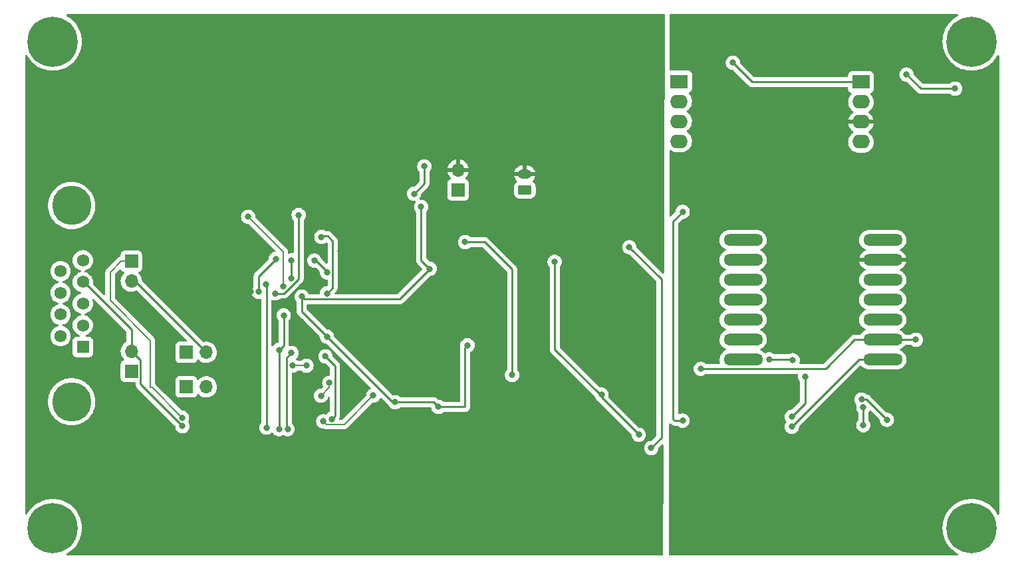
<source format=gbr>
%TF.GenerationSoftware,KiCad,Pcbnew,(6.0.4-0)*%
%TF.CreationDate,2022-07-06T09:33:38-06:00*%
%TF.ProjectId,sq_lockin_v5,73715f6c-6f63-46b6-996e-5f76352e6b69,rev?*%
%TF.SameCoordinates,Original*%
%TF.FileFunction,Copper,L2,Bot*%
%TF.FilePolarity,Positive*%
%FSLAX46Y46*%
G04 Gerber Fmt 4.6, Leading zero omitted, Abs format (unit mm)*
G04 Created by KiCad (PCBNEW (6.0.4-0)) date 2022-07-06 09:33:38*
%MOMM*%
%LPD*%
G01*
G04 APERTURE LIST*
G04 Aperture macros list*
%AMRoundRect*
0 Rectangle with rounded corners*
0 $1 Rounding radius*
0 $2 $3 $4 $5 $6 $7 $8 $9 X,Y pos of 4 corners*
0 Add a 4 corners polygon primitive as box body*
4,1,4,$2,$3,$4,$5,$6,$7,$8,$9,$2,$3,0*
0 Add four circle primitives for the rounded corners*
1,1,$1+$1,$2,$3*
1,1,$1+$1,$4,$5*
1,1,$1+$1,$6,$7*
1,1,$1+$1,$8,$9*
0 Add four rect primitives between the rounded corners*
20,1,$1+$1,$2,$3,$4,$5,0*
20,1,$1+$1,$4,$5,$6,$7,0*
20,1,$1+$1,$6,$7,$8,$9,0*
20,1,$1+$1,$8,$9,$2,$3,0*%
G04 Aperture macros list end*
%TA.AperFunction,ComponentPad*%
%ADD10R,1.700000X1.700000*%
%TD*%
%TA.AperFunction,ComponentPad*%
%ADD11O,1.700000X1.700000*%
%TD*%
%TA.AperFunction,ComponentPad*%
%ADD12RoundRect,0.250000X0.625000X-0.350000X0.625000X0.350000X-0.625000X0.350000X-0.625000X-0.350000X0*%
%TD*%
%TA.AperFunction,ComponentPad*%
%ADD13O,1.750000X1.200000*%
%TD*%
%TA.AperFunction,ComponentPad*%
%ADD14C,5.000000*%
%TD*%
%TA.AperFunction,ComponentPad*%
%ADD15R,1.575000X1.575000*%
%TD*%
%TA.AperFunction,ComponentPad*%
%ADD16C,1.575000*%
%TD*%
%TA.AperFunction,ComponentPad*%
%ADD17R,2.250000X1.750000*%
%TD*%
%TA.AperFunction,ComponentPad*%
%ADD18O,2.250000X1.750000*%
%TD*%
%TA.AperFunction,ComponentPad*%
%ADD19C,6.400000*%
%TD*%
%TA.AperFunction,ComponentPad*%
%ADD20O,5.000000X1.500000*%
%TD*%
%TA.AperFunction,ViaPad*%
%ADD21C,0.800000*%
%TD*%
%TA.AperFunction,Conductor*%
%ADD22C,0.250000*%
%TD*%
%TA.AperFunction,Conductor*%
%ADD23C,0.200000*%
%TD*%
G04 APERTURE END LIST*
D10*
%TO.P,J6,1,Pin_1*%
%TO.N,Net-(J6-Pad1)*%
X131000000Y-93600000D03*
D11*
%TO.P,J6,2,Pin_2*%
%TO.N,/I-*%
X133540000Y-93600000D03*
%TD*%
D12*
%TO.P,J9,1,+*%
%TO.N,Net-(D2-Pad2)*%
X174100000Y-72900000D03*
D13*
%TO.P,J9,2,-*%
%TO.N,GND*%
X174100000Y-70900000D03*
%TD*%
D10*
%TO.P,J10,1,Pin_1*%
%TO.N,Net-(C2-Pad1)*%
X165600000Y-72900000D03*
D11*
%TO.P,J10,2,Pin_2*%
%TO.N,GND*%
X165600000Y-70360000D03*
%TD*%
D10*
%TO.P,J11,1,Pin_1*%
%TO.N,Net-(J11-Pad1)*%
X131000000Y-98000000D03*
D11*
%TO.P,J11,2,Pin_2*%
%TO.N,/I-*%
X133540000Y-98000000D03*
%TD*%
D14*
%TO.P,J2,0,PAD*%
%TO.N,unconnected-(J2-Pad0)*%
X116400000Y-74900000D03*
X116400000Y-99900000D03*
D15*
%TO.P,J2,1,1*%
%TO.N,/I+*%
X117820000Y-92920000D03*
D16*
%TO.P,J2,2,2*%
%TO.N,/I-*%
X117820000Y-90160000D03*
%TO.P,J2,3,3*%
%TO.N,unconnected-(J2-Pad3)*%
X117820000Y-87400000D03*
%TO.P,J2,4,4*%
%TO.N,/V+*%
X117820000Y-84640000D03*
%TO.P,J2,5,5*%
%TO.N,/V-*%
X117820000Y-81880000D03*
%TO.P,J2,6,6*%
%TO.N,unconnected-(J2-Pad6)*%
X114980000Y-91540000D03*
%TO.P,J2,7,7*%
%TO.N,unconnected-(J2-Pad7)*%
X114980000Y-88780000D03*
%TO.P,J2,8,8*%
%TO.N,unconnected-(J2-Pad8)*%
X114980000Y-86020000D03*
%TO.P,J2,9,9*%
%TO.N,unconnected-(J2-Pad9)*%
X114980000Y-83260000D03*
%TD*%
D10*
%TO.P,J3,1,Pin_1*%
%TO.N,/V-*%
X124000000Y-82000000D03*
D11*
%TO.P,J3,2,Pin_2*%
%TO.N,/I-*%
X124000000Y-84540000D03*
%TD*%
D10*
%TO.P,J4,1,Pin_1*%
%TO.N,/I+*%
X124000000Y-96000000D03*
D11*
%TO.P,J4,2,Pin_2*%
%TO.N,/V+*%
X124000000Y-93460000D03*
%TD*%
D17*
%TO.P,PS2,1,-Vin*%
%TO.N,GNDPWR*%
X216900000Y-59160000D03*
D18*
%TO.P,PS2,2,+Vin*%
%TO.N,Net-(L2-Pad1)*%
X216900000Y-61700000D03*
%TO.P,PS2,3,0V*%
%TO.N,GNDD*%
X216900000Y-64240000D03*
%TO.P,PS2,4,+Vout*%
%TO.N,/power/digital*%
X216900000Y-66780000D03*
%TD*%
D19*
%TO.P,H2,1*%
%TO.N,N/C*%
X114000000Y-54000000D03*
%TD*%
D20*
%TO.P,U5,1,P26*%
%TO.N,Net-(U4-Pad2)*%
X201910000Y-79280000D03*
%TO.P,U5,2,P27*%
%TO.N,Net-(U4-Pad3)*%
X201910000Y-81820000D03*
%TO.P,U5,3,P28*%
%TO.N,Net-(U4-Pad4)*%
X201910000Y-84360000D03*
%TO.P,U5,4,P29*%
%TO.N,Net-(U5-Pad4)*%
X201910000Y-86900000D03*
%TO.P,U5,5,P6*%
%TO.N,Net-(U4-Pad7)*%
X201910000Y-89440000D03*
%TO.P,U5,6,P7*%
%TO.N,Net-(U4-Pad6)*%
X201910000Y-91980000D03*
%TO.P,U5,7,P0*%
%TO.N,/tx*%
X201910000Y-94520000D03*
%TO.P,U5,8,P1*%
%TO.N,/rx*%
X219690000Y-94520000D03*
%TO.P,U5,9,P2*%
%TO.N,Net-(U4-Pad5)*%
X219690000Y-91980000D03*
%TO.P,U5,10,P4*%
%TO.N,unconnected-(U5-Pad10)*%
X219690000Y-89440000D03*
%TO.P,U5,11,P3*%
%TO.N,unconnected-(U5-Pad11)*%
X219690000Y-86900000D03*
%TO.P,U5,12,3V3*%
%TO.N,/MC3.3*%
X219690000Y-84360000D03*
%TO.P,U5,13,GND*%
%TO.N,GNDD*%
X219690000Y-81820000D03*
%TO.P,U5,14,5V*%
%TO.N,+5VD*%
X219690000Y-79280000D03*
%TD*%
D17*
%TO.P,PS1,1,-Vin*%
%TO.N,GNDPWR*%
X193757500Y-59092500D03*
D18*
%TO.P,PS1,2,+Vin*%
%TO.N,Net-(L1-Pad1)*%
X193757500Y-61632500D03*
%TO.P,PS1,3,0V*%
%TO.N,GND*%
X193757500Y-64172500D03*
%TO.P,PS1,4,+Vout*%
%TO.N,Net-(C27-Pad1)*%
X193757500Y-66712500D03*
%TD*%
D19*
%TO.P,H4,1*%
%TO.N,N/C*%
X114000000Y-116000000D03*
%TD*%
%TO.P,H1,1*%
%TO.N,N/C*%
X231000000Y-116000000D03*
%TD*%
%TO.P,H3,1*%
%TO.N,N/C*%
X231000000Y-54000000D03*
%TD*%
D21*
%TO.N,GND*%
X164900000Y-99200000D03*
X150600000Y-80700000D03*
X153300000Y-77800000D03*
X146089980Y-99500000D03*
X145600000Y-89700000D03*
X162100000Y-81160000D03*
X139200000Y-85900000D03*
X145700000Y-85200000D03*
X183700000Y-94600000D03*
%TO.N,Net-(C2-Pad1)*%
X160000000Y-73400000D03*
X161300000Y-69900000D03*
%TO.N,/vref*%
X166500000Y-79560000D03*
X172475000Y-96490000D03*
X145300000Y-76100000D03*
X142300000Y-86100000D03*
%TO.N,+3V3*%
X177900000Y-82060000D03*
X183875000Y-98990000D03*
X140200000Y-85900000D03*
X157600000Y-99960000D03*
X188600000Y-104100000D03*
X163100000Y-100560000D03*
X162000000Y-82960000D03*
X145700000Y-86500000D03*
X148905378Y-91605378D03*
X144400000Y-81875500D03*
X144382604Y-84142300D03*
X166800000Y-92700000D03*
X160900000Y-75075500D03*
X142400000Y-81700000D03*
%TO.N,/Sheet624B5D4E/ctrl+*%
X144400000Y-93700000D03*
X148200000Y-78900000D03*
X148900000Y-86100000D03*
X143900000Y-103400000D03*
%TO.N,/Sheet624B5D4E/in+*%
X148900011Y-83400000D03*
X147300000Y-81900000D03*
%TO.N,/sheet624D2E58/ctrl+*%
X149500000Y-102100000D03*
X148712299Y-94112299D03*
%TO.N,/sheet6256EE2A/out+*%
X143312452Y-85212452D03*
X138875000Y-76325000D03*
%TO.N,/sheet6256EE2A/ctrl+*%
X142800000Y-103400000D03*
X142800000Y-93300000D03*
X143400000Y-88900000D03*
%TO.N,/V-*%
X130447018Y-101922420D03*
X149200000Y-97500000D03*
X148155378Y-99144622D03*
%TO.N,/V+*%
X146300000Y-95300000D03*
X144500000Y-95300000D03*
X130500000Y-103000000D03*
%TO.N,/Sheet6275CBF8/in+*%
X148440261Y-102398005D03*
X154800000Y-99100000D03*
%TO.N,Net-(U4-Pad5)*%
X223900000Y-92000000D03*
X196500000Y-95700000D03*
%TO.N,/MC3.3*%
X194200000Y-102300000D03*
X194200000Y-75700000D03*
%TO.N,Net-(J5-Pad1)*%
X141200000Y-103200000D03*
X141150008Y-84950008D03*
X190200000Y-105800000D03*
X187400000Y-80200000D03*
%TO.N,GNDPWR*%
X216983177Y-99624299D03*
X222700000Y-58200000D03*
X220200000Y-102200000D03*
X228900000Y-60000000D03*
X200600000Y-56700000D03*
%TO.N,Net-(J12-Pad4)*%
X217200000Y-100600000D03*
X217200000Y-102900000D03*
%TO.N,/tx*%
X205200000Y-94500000D03*
X209800000Y-96700000D03*
X208200000Y-94600000D03*
X208100000Y-101800000D03*
%TO.N,/rx*%
X208100000Y-103100000D03*
%TD*%
D22*
%TO.N,GND*%
X150600000Y-80500000D02*
X153300000Y-77800000D01*
X150600000Y-80700000D02*
X150600000Y-80500000D01*
%TO.N,Net-(C2-Pad1)*%
X161300000Y-72100000D02*
X160000000Y-73400000D01*
X161300000Y-69900000D02*
X161300000Y-72100000D01*
%TO.N,/vref*%
X166500000Y-79560000D02*
X169000000Y-79560000D01*
X145300000Y-84249502D02*
X145300000Y-76100000D01*
X169000000Y-79560000D02*
X172475000Y-83035000D01*
X142300000Y-86100000D02*
X143449502Y-86100000D01*
X143449502Y-86100000D02*
X145300000Y-84249502D01*
X172475000Y-83035000D02*
X172475000Y-96490000D01*
%TO.N,/I-*%
X133540000Y-93600000D02*
X124480000Y-84540000D01*
%TO.N,+3V3*%
X144400000Y-84124904D02*
X144382604Y-84142300D01*
X157600000Y-99960000D02*
X157260000Y-99960000D01*
X145700000Y-88400000D02*
X145700000Y-86500000D01*
X162500000Y-99960000D02*
X163100000Y-100560000D01*
X157260000Y-99960000D02*
X145700000Y-88400000D01*
X144400000Y-81875500D02*
X144400000Y-84124904D01*
X158175489Y-86824511D02*
X146024511Y-86824511D01*
X146024511Y-86824511D02*
X145700000Y-86500000D01*
X177900000Y-93200000D02*
X183690000Y-98990000D01*
X160900000Y-81860000D02*
X162000000Y-82960000D01*
X188600000Y-104100000D02*
X183875000Y-99375000D01*
X162000000Y-83000000D02*
X158175489Y-86824511D01*
X166500000Y-100560000D02*
X166500000Y-93000000D01*
X162000000Y-82960000D02*
X162000000Y-83000000D01*
X166500000Y-100560000D02*
X163100000Y-100560000D01*
X142400000Y-81700000D02*
X140200000Y-83900000D01*
X140200000Y-83900000D02*
X140200000Y-85900000D01*
X177900000Y-82060000D02*
X177900000Y-93200000D01*
X157600000Y-99960000D02*
X162500000Y-99960000D01*
X183690000Y-98990000D02*
X183875000Y-98990000D01*
X160900000Y-75075500D02*
X160900000Y-81860000D01*
X166500000Y-93000000D02*
X166800000Y-92700000D01*
X183875000Y-99375000D02*
X183875000Y-98990000D01*
%TO.N,/Sheet624B5D4E/ctrl+*%
X148300000Y-78800000D02*
X148200000Y-78900000D01*
X143775489Y-94324511D02*
X144400000Y-93700000D01*
X149624511Y-85375489D02*
X149624511Y-79424511D01*
X143900000Y-103400000D02*
X143775489Y-103275489D01*
X149000000Y-78800000D02*
X148300000Y-78800000D01*
X148900000Y-86100000D02*
X149624511Y-85375489D01*
X143775489Y-103275489D02*
X143775489Y-94324511D01*
X149624511Y-79424511D02*
X149000000Y-78800000D01*
%TO.N,/Sheet624B5D4E/in+*%
X147500000Y-81900000D02*
X148900000Y-83300000D01*
X147300000Y-81900000D02*
X147500000Y-81900000D01*
%TO.N,/sheet624D2E58/ctrl+*%
X149924511Y-95324511D02*
X148712299Y-94112299D01*
X149924511Y-101675489D02*
X149924511Y-95324511D01*
X149500000Y-102100000D02*
X149924511Y-101675489D01*
D23*
%TO.N,/sheet6256EE2A/out+*%
X143312452Y-85212452D02*
X143312452Y-80762452D01*
X143312452Y-80762452D02*
X138875000Y-76325000D01*
D22*
%TO.N,/sheet6256EE2A/ctrl+*%
X143400000Y-92700000D02*
X142800000Y-93300000D01*
X143400000Y-88900000D02*
X143400000Y-92700000D01*
X142800000Y-103400000D02*
X142800000Y-93300000D01*
D23*
%TO.N,/V-*%
X126624598Y-98100000D02*
X130447018Y-101922420D01*
X149200000Y-97500000D02*
X149200000Y-98100000D01*
X122700000Y-82000000D02*
X121300000Y-83400000D01*
X149200000Y-98100000D02*
X148155378Y-99144622D01*
X121300000Y-87000000D02*
X126400000Y-92100000D01*
X126400000Y-92100000D02*
X126400000Y-98100000D01*
X126400000Y-98100000D02*
X126624598Y-98100000D01*
X121300000Y-83400000D02*
X121300000Y-87000000D01*
X124000000Y-82000000D02*
X122700000Y-82000000D01*
D22*
%TO.N,/V+*%
X118000000Y-84690000D02*
X124000000Y-90690000D01*
X124000000Y-90690000D02*
X124000000Y-93460000D01*
X124000000Y-93460000D02*
X125174511Y-94634511D01*
D23*
X146300000Y-95300000D02*
X144500000Y-95300000D01*
D22*
X125174511Y-94634511D02*
X125174511Y-97674511D01*
X125174511Y-97674511D02*
X130500000Y-103000000D01*
D23*
%TO.N,/Sheet6275CBF8/in+*%
X154800000Y-99100000D02*
X151100489Y-102799511D01*
X148841767Y-102799511D02*
X148440261Y-102398005D01*
X148841767Y-102799511D02*
X151100489Y-102799511D01*
D22*
%TO.N,Net-(U4-Pad5)*%
X212400000Y-95700000D02*
X216100000Y-92000000D01*
X216100000Y-92000000D02*
X223900000Y-92000000D01*
X196500000Y-95700000D02*
X212400000Y-95700000D01*
%TO.N,/MC3.3*%
X193200000Y-102300000D02*
X194200000Y-102300000D01*
X193000000Y-102100000D02*
X193200000Y-102300000D01*
X194200000Y-75700000D02*
X193000000Y-76900000D01*
X193000000Y-76900000D02*
X193000000Y-102100000D01*
%TO.N,Net-(J5-Pad1)*%
X187400000Y-80200000D02*
X191500000Y-84300000D01*
X141200000Y-85000000D02*
X141200000Y-103200000D01*
X141150008Y-84950008D02*
X141200000Y-85000000D01*
X191500000Y-104500000D02*
X190200000Y-105800000D01*
X191500000Y-84300000D02*
X191500000Y-104500000D01*
%TO.N,GNDPWR*%
X224500000Y-60000000D02*
X222700000Y-58200000D01*
X200600000Y-56700000D02*
X203060000Y-59160000D01*
X216983177Y-99624299D02*
X217624299Y-99624299D01*
X228900000Y-60000000D02*
X224500000Y-60000000D01*
X203060000Y-59160000D02*
X216900000Y-59160000D01*
X217624299Y-99624299D02*
X220200000Y-102200000D01*
%TO.N,Net-(J12-Pad4)*%
X217200000Y-100600000D02*
X217200000Y-102900000D01*
%TO.N,/tx*%
X209800000Y-100100000D02*
X209800000Y-96700000D01*
X205200000Y-94500000D02*
X208100000Y-94500000D01*
X208100000Y-101800000D02*
X209800000Y-100100000D01*
X208100000Y-94500000D02*
X208200000Y-94600000D01*
%TO.N,/rx*%
X208100000Y-103100000D02*
X216680000Y-94520000D01*
X216680000Y-94520000D02*
X218420000Y-94520000D01*
%TD*%
%TA.AperFunction,Conductor*%
%TO.N,GNDD*%
G36*
X229227076Y-50528502D02*
G01*
X229273569Y-50582158D01*
X229283673Y-50652432D01*
X229254179Y-50717012D01*
X229216158Y-50746767D01*
X229146147Y-50782439D01*
X229146140Y-50782443D01*
X229143206Y-50783938D01*
X228817207Y-50995643D01*
X228515124Y-51240266D01*
X228240266Y-51515124D01*
X227995643Y-51817207D01*
X227783938Y-52143206D01*
X227782443Y-52146140D01*
X227782439Y-52146147D01*
X227712366Y-52283673D01*
X227607468Y-52489547D01*
X227468167Y-52852438D01*
X227367562Y-53227901D01*
X227306754Y-53611824D01*
X227286411Y-54000000D01*
X227306754Y-54388176D01*
X227367562Y-54772099D01*
X227468167Y-55147562D01*
X227607468Y-55510453D01*
X227608966Y-55513393D01*
X227720468Y-55732227D01*
X227783938Y-55856794D01*
X227995643Y-56182793D01*
X228240266Y-56484876D01*
X228515124Y-56759734D01*
X228817207Y-57004357D01*
X228819970Y-57006152D01*
X228819971Y-57006152D01*
X228911007Y-57065271D01*
X229143205Y-57216062D01*
X229146139Y-57217557D01*
X229146146Y-57217561D01*
X229462726Y-57378866D01*
X229489547Y-57392532D01*
X229710547Y-57477366D01*
X229837360Y-57526045D01*
X229852438Y-57531833D01*
X230227901Y-57632438D01*
X230421214Y-57663056D01*
X230608576Y-57692732D01*
X230608584Y-57692733D01*
X230611824Y-57693246D01*
X231000000Y-57713589D01*
X231388176Y-57693246D01*
X231391416Y-57692733D01*
X231391424Y-57692732D01*
X231578786Y-57663056D01*
X231772099Y-57632438D01*
X232147562Y-57531833D01*
X232162641Y-57526045D01*
X232289453Y-57477366D01*
X232510453Y-57392532D01*
X232537274Y-57378866D01*
X232853854Y-57217561D01*
X232853861Y-57217557D01*
X232856795Y-57216062D01*
X233088994Y-57065271D01*
X233180029Y-57006152D01*
X233180030Y-57006152D01*
X233182793Y-57004357D01*
X233484876Y-56759734D01*
X233759734Y-56484876D01*
X234004357Y-56182793D01*
X234216062Y-55856794D01*
X234253233Y-55783842D01*
X234301981Y-55732227D01*
X234370896Y-55715161D01*
X234438098Y-55738062D01*
X234482250Y-55793659D01*
X234491500Y-55841045D01*
X234491500Y-114158955D01*
X234471498Y-114227076D01*
X234417842Y-114273569D01*
X234347568Y-114283673D01*
X234282988Y-114254179D01*
X234253233Y-114216158D01*
X234217561Y-114146147D01*
X234217557Y-114146140D01*
X234216062Y-114143206D01*
X234004357Y-113817207D01*
X233759734Y-113515124D01*
X233484876Y-113240266D01*
X233182793Y-112995643D01*
X232856795Y-112783938D01*
X232853861Y-112782443D01*
X232853854Y-112782439D01*
X232513393Y-112608966D01*
X232510453Y-112607468D01*
X232147562Y-112468167D01*
X231772099Y-112367562D01*
X231568207Y-112335268D01*
X231391424Y-112307268D01*
X231391416Y-112307267D01*
X231388176Y-112306754D01*
X231000000Y-112286411D01*
X230611824Y-112306754D01*
X230608584Y-112307267D01*
X230608576Y-112307268D01*
X230431793Y-112335268D01*
X230227901Y-112367562D01*
X229852438Y-112468167D01*
X229489547Y-112607468D01*
X229486607Y-112608966D01*
X229146147Y-112782439D01*
X229146140Y-112782443D01*
X229143206Y-112783938D01*
X228817207Y-112995643D01*
X228515124Y-113240266D01*
X228240266Y-113515124D01*
X227995643Y-113817207D01*
X227783938Y-114143206D01*
X227782443Y-114146140D01*
X227782439Y-114146147D01*
X227712366Y-114283673D01*
X227607468Y-114489547D01*
X227468167Y-114852438D01*
X227367562Y-115227901D01*
X227306754Y-115611824D01*
X227286411Y-116000000D01*
X227306754Y-116388176D01*
X227367562Y-116772099D01*
X227468167Y-117147562D01*
X227607468Y-117510453D01*
X227608966Y-117513393D01*
X227720468Y-117732227D01*
X227783938Y-117856794D01*
X227995643Y-118182793D01*
X228240266Y-118484876D01*
X228515124Y-118759734D01*
X228817207Y-119004357D01*
X229143205Y-119216062D01*
X229146139Y-119217557D01*
X229146146Y-119217561D01*
X229216157Y-119253233D01*
X229267772Y-119301981D01*
X229284838Y-119370896D01*
X229261937Y-119438098D01*
X229206340Y-119482250D01*
X229158954Y-119491500D01*
X192605538Y-119491500D01*
X192537417Y-119471498D01*
X192490924Y-119417842D01*
X192479538Y-119365444D01*
X192480867Y-116384886D01*
X192486931Y-102788154D01*
X192506963Y-102720044D01*
X192560640Y-102673575D01*
X192630918Y-102663503D01*
X192695486Y-102693024D01*
X192705853Y-102703635D01*
X192708000Y-102707018D01*
X192713777Y-102712443D01*
X192713778Y-102712444D01*
X192757667Y-102753658D01*
X192760509Y-102756413D01*
X192780231Y-102776135D01*
X192783373Y-102778572D01*
X192783433Y-102778619D01*
X192792445Y-102786317D01*
X192818036Y-102810347D01*
X192824679Y-102816586D01*
X192831622Y-102820403D01*
X192842431Y-102826345D01*
X192858953Y-102837198D01*
X192874959Y-102849614D01*
X192882237Y-102852764D01*
X192882238Y-102852764D01*
X192915537Y-102867174D01*
X192926187Y-102872391D01*
X192964940Y-102893695D01*
X192972615Y-102895666D01*
X192972616Y-102895666D01*
X192984562Y-102898733D01*
X193003267Y-102905137D01*
X193021855Y-102913181D01*
X193029678Y-102914420D01*
X193029688Y-102914423D01*
X193065524Y-102920099D01*
X193077144Y-102922505D01*
X193112289Y-102931528D01*
X193119970Y-102933500D01*
X193140224Y-102933500D01*
X193159934Y-102935051D01*
X193179943Y-102938220D01*
X193187835Y-102937474D01*
X193223961Y-102934059D01*
X193235819Y-102933500D01*
X193491800Y-102933500D01*
X193559921Y-102953502D01*
X193579147Y-102969843D01*
X193579420Y-102969540D01*
X193584332Y-102973963D01*
X193588747Y-102978866D01*
X193743248Y-103091118D01*
X193749276Y-103093802D01*
X193749278Y-103093803D01*
X193818690Y-103124707D01*
X193917712Y-103168794D01*
X194011113Y-103188647D01*
X194098056Y-103207128D01*
X194098061Y-103207128D01*
X194104513Y-103208500D01*
X194295487Y-103208500D01*
X194301939Y-103207128D01*
X194301944Y-103207128D01*
X194388887Y-103188647D01*
X194482288Y-103168794D01*
X194581310Y-103124707D01*
X194650722Y-103093803D01*
X194650724Y-103093802D01*
X194656752Y-103091118D01*
X194811253Y-102978866D01*
X194847851Y-102938220D01*
X194934621Y-102841852D01*
X194934622Y-102841851D01*
X194939040Y-102836944D01*
X195018974Y-102698495D01*
X195031223Y-102677279D01*
X195031224Y-102677278D01*
X195034527Y-102671556D01*
X195093542Y-102489928D01*
X195099873Y-102429697D01*
X195112814Y-102306565D01*
X195113504Y-102300000D01*
X195106027Y-102228861D01*
X195094232Y-102116635D01*
X195094232Y-102116633D01*
X195093542Y-102110072D01*
X195034527Y-101928444D01*
X194939040Y-101763056D01*
X194811253Y-101621134D01*
X194680375Y-101526045D01*
X194662094Y-101512763D01*
X194662093Y-101512762D01*
X194656752Y-101508882D01*
X194650724Y-101506198D01*
X194650722Y-101506197D01*
X194488319Y-101433891D01*
X194488318Y-101433891D01*
X194482288Y-101431206D01*
X194388887Y-101411353D01*
X194301944Y-101392872D01*
X194301939Y-101392872D01*
X194295487Y-101391500D01*
X194104513Y-101391500D01*
X194098061Y-101392872D01*
X194098056Y-101392872D01*
X194011112Y-101411353D01*
X193917712Y-101431206D01*
X193810748Y-101478829D01*
X193740382Y-101488263D01*
X193676085Y-101458157D01*
X193638271Y-101398068D01*
X193633500Y-101363722D01*
X193633500Y-95700000D01*
X195586496Y-95700000D01*
X195587186Y-95706565D01*
X195594747Y-95778500D01*
X195606458Y-95889928D01*
X195665473Y-96071556D01*
X195760960Y-96236944D01*
X195765378Y-96241851D01*
X195765379Y-96241852D01*
X195847452Y-96333003D01*
X195888747Y-96378866D01*
X196043248Y-96491118D01*
X196049276Y-96493802D01*
X196049278Y-96493803D01*
X196100560Y-96516635D01*
X196217712Y-96568794D01*
X196311112Y-96588647D01*
X196398056Y-96607128D01*
X196398061Y-96607128D01*
X196404513Y-96608500D01*
X196595487Y-96608500D01*
X196601939Y-96607128D01*
X196601944Y-96607128D01*
X196688888Y-96588647D01*
X196782288Y-96568794D01*
X196899440Y-96516635D01*
X196950722Y-96493803D01*
X196950724Y-96493802D01*
X196956752Y-96491118D01*
X197111253Y-96378866D01*
X197115668Y-96373963D01*
X197120580Y-96369540D01*
X197121705Y-96370789D01*
X197175014Y-96337949D01*
X197208200Y-96333500D01*
X208790406Y-96333500D01*
X208858527Y-96353502D01*
X208905020Y-96407158D01*
X208915124Y-96477432D01*
X208910238Y-96498438D01*
X208908498Y-96503792D01*
X208908497Y-96503797D01*
X208906458Y-96510072D01*
X208886496Y-96700000D01*
X208906458Y-96889928D01*
X208965473Y-97071556D01*
X209060960Y-97236944D01*
X209134137Y-97318215D01*
X209164853Y-97382221D01*
X209166500Y-97402524D01*
X209166500Y-99785406D01*
X209146498Y-99853527D01*
X209129595Y-99874501D01*
X208149500Y-100854595D01*
X208087188Y-100888621D01*
X208060405Y-100891500D01*
X208004513Y-100891500D01*
X207998061Y-100892872D01*
X207998056Y-100892872D01*
X207911113Y-100911353D01*
X207817712Y-100931206D01*
X207811682Y-100933891D01*
X207811681Y-100933891D01*
X207649278Y-101006197D01*
X207649276Y-101006198D01*
X207643248Y-101008882D01*
X207488747Y-101121134D01*
X207360960Y-101263056D01*
X207320063Y-101333891D01*
X207286011Y-101392872D01*
X207265473Y-101428444D01*
X207206458Y-101610072D01*
X207186496Y-101800000D01*
X207206458Y-101989928D01*
X207265473Y-102171556D01*
X207360960Y-102336944D01*
X207365378Y-102341851D01*
X207365379Y-102341852D01*
X207386843Y-102365690D01*
X207417561Y-102429697D01*
X207408796Y-102500151D01*
X207386843Y-102534310D01*
X207360960Y-102563056D01*
X207302967Y-102663503D01*
X207274711Y-102712444D01*
X207265473Y-102728444D01*
X207206458Y-102910072D01*
X207205769Y-102916631D01*
X207205768Y-102916634D01*
X207191879Y-103048782D01*
X207186496Y-103100000D01*
X207187186Y-103106565D01*
X207205129Y-103277279D01*
X207206458Y-103289928D01*
X207265473Y-103471556D01*
X207360960Y-103636944D01*
X207365378Y-103641851D01*
X207365379Y-103641852D01*
X207479678Y-103768794D01*
X207488747Y-103778866D01*
X207643248Y-103891118D01*
X207649276Y-103893802D01*
X207649278Y-103893803D01*
X207811681Y-103966109D01*
X207817712Y-103968794D01*
X207911113Y-103988647D01*
X207998056Y-104007128D01*
X207998061Y-104007128D01*
X208004513Y-104008500D01*
X208195487Y-104008500D01*
X208201939Y-104007128D01*
X208201944Y-104007128D01*
X208288888Y-103988647D01*
X208382288Y-103968794D01*
X208388319Y-103966109D01*
X208550722Y-103893803D01*
X208550724Y-103893802D01*
X208556752Y-103891118D01*
X208711253Y-103778866D01*
X208720322Y-103768794D01*
X208834621Y-103641852D01*
X208834622Y-103641851D01*
X208839040Y-103636944D01*
X208934527Y-103471556D01*
X208993542Y-103289928D01*
X208994872Y-103277279D01*
X209006129Y-103170166D01*
X209010907Y-103124706D01*
X209037920Y-103059050D01*
X209047122Y-103048782D01*
X212471605Y-99624299D01*
X216069673Y-99624299D01*
X216070363Y-99630864D01*
X216076529Y-99689526D01*
X216089635Y-99814227D01*
X216148650Y-99995855D01*
X216244137Y-100161243D01*
X216248555Y-100166150D01*
X216248556Y-100166151D01*
X216300666Y-100224025D01*
X216331384Y-100288032D01*
X216326863Y-100347271D01*
X216306458Y-100410072D01*
X216286496Y-100600000D01*
X216306458Y-100789928D01*
X216365473Y-100971556D01*
X216460960Y-101136944D01*
X216534137Y-101218215D01*
X216564853Y-101282221D01*
X216566500Y-101302524D01*
X216566500Y-102197476D01*
X216546498Y-102265597D01*
X216534142Y-102281779D01*
X216460960Y-102363056D01*
X216441821Y-102396206D01*
X216374565Y-102512697D01*
X216365473Y-102528444D01*
X216306458Y-102710072D01*
X216305768Y-102716633D01*
X216305768Y-102716635D01*
X216292302Y-102844755D01*
X216286496Y-102900000D01*
X216287186Y-102906565D01*
X216303955Y-103066109D01*
X216306458Y-103089928D01*
X216365473Y-103271556D01*
X216460960Y-103436944D01*
X216588747Y-103578866D01*
X216743248Y-103691118D01*
X216749276Y-103693802D01*
X216749278Y-103693803D01*
X216911681Y-103766109D01*
X216917712Y-103768794D01*
X216983365Y-103782749D01*
X217098056Y-103807128D01*
X217098061Y-103807128D01*
X217104513Y-103808500D01*
X217295487Y-103808500D01*
X217301939Y-103807128D01*
X217301944Y-103807128D01*
X217416635Y-103782749D01*
X217482288Y-103768794D01*
X217488319Y-103766109D01*
X217650722Y-103693803D01*
X217650724Y-103693802D01*
X217656752Y-103691118D01*
X217811253Y-103578866D01*
X217939040Y-103436944D01*
X218034527Y-103271556D01*
X218093542Y-103089928D01*
X218096046Y-103066109D01*
X218112814Y-102906565D01*
X218113504Y-102900000D01*
X218107698Y-102844755D01*
X218094232Y-102716635D01*
X218094232Y-102716633D01*
X218093542Y-102710072D01*
X218034527Y-102528444D01*
X218025436Y-102512697D01*
X217958179Y-102396206D01*
X217939040Y-102363056D01*
X217865863Y-102281785D01*
X217835147Y-102217779D01*
X217833500Y-102197476D01*
X217833500Y-101302524D01*
X217853502Y-101234403D01*
X217865858Y-101218221D01*
X217939040Y-101136944D01*
X217942339Y-101131231D01*
X217942342Y-101131226D01*
X217967477Y-101087690D01*
X218018860Y-101038697D01*
X218088573Y-101025261D01*
X218154484Y-101051648D01*
X218165691Y-101061595D01*
X219252878Y-102148782D01*
X219286904Y-102211094D01*
X219289092Y-102224703D01*
X219295092Y-102281787D01*
X219305369Y-102379563D01*
X219306458Y-102389928D01*
X219365473Y-102571556D01*
X219460960Y-102736944D01*
X219465378Y-102741851D01*
X219465379Y-102741852D01*
X219582921Y-102872396D01*
X219588747Y-102878866D01*
X219687843Y-102950864D01*
X219731724Y-102982745D01*
X219743248Y-102991118D01*
X219749276Y-102993802D01*
X219749278Y-102993803D01*
X219911681Y-103066109D01*
X219917712Y-103068794D01*
X220004479Y-103087237D01*
X220098056Y-103107128D01*
X220098061Y-103107128D01*
X220104513Y-103108500D01*
X220295487Y-103108500D01*
X220301939Y-103107128D01*
X220301944Y-103107128D01*
X220395521Y-103087237D01*
X220482288Y-103068794D01*
X220488319Y-103066109D01*
X220650722Y-102993803D01*
X220650724Y-102993802D01*
X220656752Y-102991118D01*
X220668277Y-102982745D01*
X220712157Y-102950864D01*
X220811253Y-102878866D01*
X220817079Y-102872396D01*
X220934621Y-102741852D01*
X220934622Y-102741851D01*
X220939040Y-102736944D01*
X221034527Y-102571556D01*
X221093542Y-102389928D01*
X221094632Y-102379563D01*
X221112814Y-102206565D01*
X221113504Y-102200000D01*
X221104040Y-102109958D01*
X221094232Y-102016635D01*
X221094232Y-102016633D01*
X221093542Y-102010072D01*
X221034527Y-101828444D01*
X220939040Y-101663056D01*
X220897243Y-101616635D01*
X220815675Y-101526045D01*
X220815674Y-101526044D01*
X220811253Y-101521134D01*
X220656752Y-101408882D01*
X220650724Y-101406198D01*
X220650722Y-101406197D01*
X220488319Y-101333891D01*
X220488318Y-101333891D01*
X220482288Y-101331206D01*
X220388888Y-101311353D01*
X220301944Y-101292872D01*
X220301939Y-101292872D01*
X220295487Y-101291500D01*
X220239595Y-101291500D01*
X220171474Y-101271498D01*
X220150500Y-101254595D01*
X218127951Y-99232046D01*
X218120411Y-99223760D01*
X218116299Y-99217281D01*
X218066647Y-99170655D01*
X218063806Y-99167901D01*
X218044069Y-99148164D01*
X218040872Y-99145684D01*
X218031850Y-99137979D01*
X218005399Y-99113140D01*
X217999620Y-99107713D01*
X217992674Y-99103894D01*
X217992671Y-99103892D01*
X217981865Y-99097951D01*
X217965346Y-99087100D01*
X217959347Y-99082447D01*
X217949340Y-99074685D01*
X217942071Y-99071540D01*
X217942067Y-99071537D01*
X217908762Y-99057125D01*
X217898112Y-99051908D01*
X217859359Y-99030604D01*
X217839736Y-99025566D01*
X217821033Y-99019162D01*
X217809719Y-99014266D01*
X217809718Y-99014266D01*
X217802444Y-99011118D01*
X217794621Y-99009879D01*
X217794611Y-99009876D01*
X217758775Y-99004200D01*
X217747155Y-99001794D01*
X217712010Y-98992771D01*
X217712009Y-98992771D01*
X217704329Y-98990799D01*
X217691376Y-98990799D01*
X217623255Y-98970797D01*
X217604027Y-98954454D01*
X217603754Y-98954758D01*
X217598852Y-98950344D01*
X217594430Y-98945433D01*
X217439929Y-98833181D01*
X217433901Y-98830497D01*
X217433899Y-98830496D01*
X217271496Y-98758190D01*
X217271495Y-98758190D01*
X217265465Y-98755505D01*
X217172065Y-98735652D01*
X217085121Y-98717171D01*
X217085116Y-98717171D01*
X217078664Y-98715799D01*
X216887690Y-98715799D01*
X216881238Y-98717171D01*
X216881233Y-98717171D01*
X216794290Y-98735652D01*
X216700889Y-98755505D01*
X216694859Y-98758190D01*
X216694858Y-98758190D01*
X216532455Y-98830496D01*
X216532453Y-98830497D01*
X216526425Y-98833181D01*
X216371924Y-98945433D01*
X216367503Y-98950343D01*
X216367502Y-98950344D01*
X216258380Y-99071537D01*
X216244137Y-99087355D01*
X216148650Y-99252743D01*
X216089635Y-99434371D01*
X216069673Y-99624299D01*
X212471605Y-99624299D01*
X216782692Y-95313212D01*
X216845004Y-95279186D01*
X216915819Y-95284251D01*
X216971750Y-95325604D01*
X217006462Y-95370843D01*
X217006469Y-95370851D01*
X217009877Y-95375292D01*
X217176036Y-95526485D01*
X217180783Y-95529463D01*
X217180786Y-95529465D01*
X217309229Y-95610036D01*
X217366344Y-95645864D01*
X217574783Y-95729656D01*
X217794767Y-95775213D01*
X217799378Y-95775479D01*
X217799379Y-95775479D01*
X217849952Y-95778395D01*
X217849956Y-95778395D01*
X217851775Y-95778500D01*
X221496999Y-95778500D01*
X221499786Y-95778251D01*
X221499792Y-95778251D01*
X221569929Y-95771991D01*
X221663762Y-95763617D01*
X221669176Y-95762136D01*
X221669181Y-95762135D01*
X221796912Y-95727191D01*
X221880451Y-95704337D01*
X221885509Y-95701925D01*
X221885513Y-95701923D01*
X222003042Y-95645864D01*
X222083218Y-95607622D01*
X222265654Y-95476529D01*
X222421992Y-95315201D01*
X222547290Y-95128738D01*
X222637588Y-94923033D01*
X222640986Y-94908882D01*
X222688722Y-94710046D01*
X222688722Y-94710045D01*
X222690032Y-94704589D01*
X222702963Y-94480310D01*
X222675975Y-94257285D01*
X222609918Y-94042565D01*
X222606941Y-94036796D01*
X222509454Y-93847919D01*
X222509454Y-93847918D01*
X222506882Y-93842936D01*
X222370123Y-93664708D01*
X222203964Y-93513515D01*
X222199217Y-93510537D01*
X222199214Y-93510535D01*
X222018405Y-93397115D01*
X222013656Y-93394136D01*
X221946250Y-93367039D01*
X221890510Y-93323075D01*
X221867384Y-93255950D01*
X221884221Y-93186979D01*
X221939005Y-93136408D01*
X221998664Y-93107952D01*
X222083218Y-93067622D01*
X222265654Y-92936529D01*
X222368067Y-92830847D01*
X222418089Y-92779229D01*
X222418091Y-92779226D01*
X222421992Y-92775201D01*
X222479766Y-92689224D01*
X222534362Y-92643839D01*
X222584348Y-92633500D01*
X223191800Y-92633500D01*
X223259921Y-92653502D01*
X223279147Y-92669843D01*
X223279420Y-92669540D01*
X223284332Y-92673963D01*
X223288747Y-92678866D01*
X223294156Y-92682796D01*
X223414935Y-92770547D01*
X223443248Y-92791118D01*
X223449276Y-92793802D01*
X223449278Y-92793803D01*
X223550930Y-92839061D01*
X223617712Y-92868794D01*
X223711112Y-92888647D01*
X223798056Y-92907128D01*
X223798061Y-92907128D01*
X223804513Y-92908500D01*
X223995487Y-92908500D01*
X224001939Y-92907128D01*
X224001944Y-92907128D01*
X224088887Y-92888647D01*
X224182288Y-92868794D01*
X224249070Y-92839061D01*
X224350722Y-92793803D01*
X224350724Y-92793802D01*
X224356752Y-92791118D01*
X224385066Y-92770547D01*
X224496996Y-92689224D01*
X224511253Y-92678866D01*
X224535370Y-92652081D01*
X224634621Y-92541852D01*
X224634622Y-92541851D01*
X224639040Y-92536944D01*
X224734527Y-92371556D01*
X224793542Y-92189928D01*
X224813504Y-92000000D01*
X224793542Y-91810072D01*
X224734527Y-91628444D01*
X224639040Y-91463056D01*
X224622881Y-91445109D01*
X224515675Y-91326045D01*
X224515674Y-91326044D01*
X224511253Y-91321134D01*
X224356752Y-91208882D01*
X224350724Y-91206198D01*
X224350722Y-91206197D01*
X224188319Y-91133891D01*
X224188318Y-91133891D01*
X224182288Y-91131206D01*
X224088888Y-91111353D01*
X224001944Y-91092872D01*
X224001939Y-91092872D01*
X223995487Y-91091500D01*
X223804513Y-91091500D01*
X223798061Y-91092872D01*
X223798056Y-91092872D01*
X223711112Y-91111353D01*
X223617712Y-91131206D01*
X223611682Y-91133891D01*
X223611681Y-91133891D01*
X223449278Y-91206197D01*
X223449276Y-91206198D01*
X223443248Y-91208882D01*
X223288747Y-91321134D01*
X223284332Y-91326037D01*
X223279420Y-91330460D01*
X223278295Y-91329211D01*
X223224986Y-91362051D01*
X223191800Y-91366500D01*
X222615900Y-91366500D01*
X222547779Y-91346498D01*
X222509516Y-91308016D01*
X222509452Y-91307915D01*
X222506882Y-91302936D01*
X222370123Y-91124708D01*
X222203964Y-90973515D01*
X222199217Y-90970537D01*
X222199214Y-90970535D01*
X222018405Y-90857115D01*
X222013656Y-90854136D01*
X221946250Y-90827039D01*
X221890510Y-90783075D01*
X221867384Y-90715950D01*
X221884221Y-90646979D01*
X221939005Y-90596408D01*
X221998664Y-90567952D01*
X222083218Y-90527622D01*
X222265654Y-90396529D01*
X222421992Y-90235201D01*
X222547290Y-90048738D01*
X222637588Y-89843033D01*
X222690032Y-89624589D01*
X222702963Y-89400310D01*
X222675975Y-89177285D01*
X222609918Y-88962565D01*
X222544798Y-88836396D01*
X222509454Y-88767919D01*
X222509454Y-88767918D01*
X222506882Y-88762936D01*
X222370123Y-88584708D01*
X222203964Y-88433515D01*
X222199217Y-88430537D01*
X222199214Y-88430535D01*
X222018405Y-88317115D01*
X222013656Y-88314136D01*
X221946250Y-88287039D01*
X221890510Y-88243075D01*
X221867384Y-88175950D01*
X221884221Y-88106979D01*
X221939005Y-88056408D01*
X221998664Y-88027952D01*
X222083218Y-87987622D01*
X222265654Y-87856529D01*
X222421992Y-87695201D01*
X222547290Y-87508738D01*
X222637588Y-87303033D01*
X222690032Y-87084589D01*
X222702963Y-86860310D01*
X222675975Y-86637285D01*
X222609918Y-86422565D01*
X222544798Y-86296396D01*
X222509454Y-86227919D01*
X222509454Y-86227918D01*
X222506882Y-86222936D01*
X222370123Y-86044708D01*
X222203964Y-85893515D01*
X222199217Y-85890537D01*
X222199214Y-85890535D01*
X222018405Y-85777115D01*
X222013656Y-85774136D01*
X221946250Y-85747039D01*
X221890510Y-85703075D01*
X221867384Y-85635950D01*
X221884221Y-85566979D01*
X221939005Y-85516408D01*
X221998664Y-85487952D01*
X222083218Y-85447622D01*
X222265654Y-85316529D01*
X222421992Y-85155201D01*
X222547290Y-84968738D01*
X222637588Y-84763033D01*
X222690032Y-84544589D01*
X222702963Y-84320310D01*
X222675975Y-84097285D01*
X222609918Y-83882565D01*
X222544798Y-83756396D01*
X222509454Y-83687919D01*
X222509454Y-83687918D01*
X222506882Y-83682936D01*
X222370123Y-83504708D01*
X222203964Y-83353515D01*
X222199217Y-83350537D01*
X222199214Y-83350535D01*
X222018405Y-83237115D01*
X222013656Y-83234136D01*
X221945622Y-83206786D01*
X221889880Y-83162822D01*
X221866755Y-83095697D01*
X221883592Y-83026726D01*
X221938376Y-82976155D01*
X222077903Y-82909603D01*
X222087516Y-82903918D01*
X222260767Y-82779425D01*
X222269233Y-82772117D01*
X222417692Y-82618918D01*
X222424735Y-82610221D01*
X222543719Y-82433156D01*
X222549105Y-82423358D01*
X222634857Y-82228010D01*
X222638422Y-82217418D01*
X222668624Y-82091616D01*
X222667919Y-82077530D01*
X222659040Y-82074000D01*
X216721589Y-82074000D01*
X216707607Y-82078105D01*
X216706114Y-82087728D01*
X216706166Y-82087973D01*
X216768898Y-82291883D01*
X216773119Y-82302229D01*
X216870971Y-82491814D01*
X216876957Y-82501245D01*
X217006832Y-82670501D01*
X217014393Y-82678724D01*
X217172194Y-82822312D01*
X217181094Y-82829067D01*
X217361815Y-82942434D01*
X217371781Y-82947511D01*
X217434358Y-82972667D01*
X217490103Y-83016633D01*
X217513228Y-83083758D01*
X217496391Y-83152729D01*
X217441607Y-83203300D01*
X217296782Y-83272378D01*
X217114346Y-83403471D01*
X216958008Y-83564799D01*
X216832710Y-83751262D01*
X216742412Y-83956967D01*
X216689968Y-84175411D01*
X216677037Y-84399690D01*
X216704025Y-84622715D01*
X216770082Y-84837435D01*
X216772652Y-84842415D01*
X216772654Y-84842419D01*
X216837852Y-84968738D01*
X216873118Y-85037064D01*
X217009877Y-85215292D01*
X217176036Y-85366485D01*
X217180783Y-85369463D01*
X217180786Y-85369465D01*
X217361595Y-85482885D01*
X217366344Y-85485864D01*
X217433750Y-85512961D01*
X217489490Y-85556925D01*
X217512616Y-85624050D01*
X217495779Y-85693021D01*
X217440995Y-85743592D01*
X217296782Y-85812378D01*
X217114346Y-85943471D01*
X216958008Y-86104799D01*
X216832710Y-86291262D01*
X216742412Y-86496967D01*
X216689968Y-86715411D01*
X216677037Y-86939690D01*
X216704025Y-87162715D01*
X216770082Y-87377435D01*
X216772652Y-87382415D01*
X216772654Y-87382419D01*
X216837852Y-87508738D01*
X216873118Y-87577064D01*
X217009877Y-87755292D01*
X217176036Y-87906485D01*
X217180783Y-87909463D01*
X217180786Y-87909465D01*
X217361595Y-88022885D01*
X217366344Y-88025864D01*
X217433750Y-88052961D01*
X217489490Y-88096925D01*
X217512616Y-88164050D01*
X217495779Y-88233021D01*
X217440995Y-88283592D01*
X217296782Y-88352378D01*
X217114346Y-88483471D01*
X216958008Y-88644799D01*
X216832710Y-88831262D01*
X216742412Y-89036967D01*
X216689968Y-89255411D01*
X216677037Y-89479690D01*
X216704025Y-89702715D01*
X216770082Y-89917435D01*
X216772652Y-89922415D01*
X216772654Y-89922419D01*
X216837852Y-90048738D01*
X216873118Y-90117064D01*
X217009877Y-90295292D01*
X217176036Y-90446485D01*
X217180783Y-90449463D01*
X217180786Y-90449465D01*
X217361595Y-90562885D01*
X217366344Y-90565864D01*
X217433750Y-90592961D01*
X217489490Y-90636925D01*
X217512616Y-90704050D01*
X217495779Y-90773021D01*
X217440995Y-90823592D01*
X217296782Y-90892378D01*
X217114346Y-91023471D01*
X216958008Y-91184799D01*
X216954881Y-91189453D01*
X216873355Y-91310776D01*
X216818759Y-91356161D01*
X216768773Y-91366500D01*
X216178767Y-91366500D01*
X216167584Y-91365973D01*
X216160091Y-91364298D01*
X216152165Y-91364547D01*
X216152164Y-91364547D01*
X216092014Y-91366438D01*
X216088055Y-91366500D01*
X216060144Y-91366500D01*
X216056210Y-91366997D01*
X216056209Y-91366997D01*
X216056144Y-91367005D01*
X216044307Y-91367938D01*
X216012490Y-91368938D01*
X216008029Y-91369078D01*
X216000110Y-91369327D01*
X215982454Y-91374456D01*
X215980658Y-91374978D01*
X215961306Y-91378986D01*
X215954235Y-91379880D01*
X215941203Y-91381526D01*
X215933834Y-91384443D01*
X215933832Y-91384444D01*
X215900097Y-91397800D01*
X215888869Y-91401645D01*
X215846407Y-91413982D01*
X215839585Y-91418016D01*
X215839579Y-91418019D01*
X215828968Y-91424294D01*
X215811218Y-91432990D01*
X215799756Y-91437528D01*
X215799751Y-91437531D01*
X215792383Y-91440448D01*
X215785968Y-91445109D01*
X215756625Y-91466427D01*
X215746707Y-91472943D01*
X215728019Y-91483995D01*
X215708637Y-91495458D01*
X215694313Y-91509782D01*
X215679281Y-91522621D01*
X215662893Y-91534528D01*
X215634712Y-91568593D01*
X215626722Y-91577373D01*
X212174500Y-95029595D01*
X212112188Y-95063621D01*
X212085405Y-95066500D01*
X209177102Y-95066500D01*
X209108981Y-95046498D01*
X209062488Y-94992842D01*
X209052384Y-94922568D01*
X209057269Y-94901564D01*
X209091502Y-94796206D01*
X209093542Y-94789928D01*
X209102512Y-94704589D01*
X209112814Y-94606565D01*
X209113504Y-94600000D01*
X209093542Y-94410072D01*
X209034527Y-94228444D01*
X208939040Y-94063056D01*
X208931362Y-94054528D01*
X208815675Y-93926045D01*
X208815674Y-93926044D01*
X208811253Y-93921134D01*
X208697501Y-93838488D01*
X208662094Y-93812763D01*
X208662093Y-93812762D01*
X208656752Y-93808882D01*
X208650724Y-93806198D01*
X208650722Y-93806197D01*
X208488319Y-93733891D01*
X208488318Y-93733891D01*
X208482288Y-93731206D01*
X208388888Y-93711353D01*
X208301944Y-93692872D01*
X208301939Y-93692872D01*
X208295487Y-93691500D01*
X208104513Y-93691500D01*
X208098061Y-93692872D01*
X208098056Y-93692872D01*
X208011112Y-93711353D01*
X207917712Y-93731206D01*
X207911682Y-93733891D01*
X207911681Y-93733891D01*
X207749278Y-93806197D01*
X207749276Y-93806198D01*
X207743248Y-93808882D01*
X207737907Y-93812762D01*
X207737906Y-93812763D01*
X207697065Y-93842436D01*
X207630197Y-93866294D01*
X207623004Y-93866500D01*
X205908200Y-93866500D01*
X205840079Y-93846498D01*
X205820853Y-93830157D01*
X205820580Y-93830460D01*
X205815668Y-93826037D01*
X205811253Y-93821134D01*
X205685079Y-93729463D01*
X205662094Y-93712763D01*
X205662093Y-93712762D01*
X205656752Y-93708882D01*
X205650724Y-93706198D01*
X205650722Y-93706197D01*
X205488319Y-93633891D01*
X205488318Y-93633891D01*
X205482288Y-93631206D01*
X205388887Y-93611353D01*
X205301944Y-93592872D01*
X205301939Y-93592872D01*
X205295487Y-93591500D01*
X205104513Y-93591500D01*
X205098061Y-93592872D01*
X205098056Y-93592872D01*
X205011113Y-93611353D01*
X204917712Y-93631206D01*
X204911685Y-93633889D01*
X204911677Y-93633892D01*
X204745122Y-93708047D01*
X204674756Y-93717481D01*
X204610459Y-93687374D01*
X204593916Y-93669650D01*
X204593538Y-93669158D01*
X204593536Y-93669155D01*
X204590123Y-93664708D01*
X204423964Y-93513515D01*
X204419217Y-93510537D01*
X204419214Y-93510535D01*
X204238405Y-93397115D01*
X204233656Y-93394136D01*
X204166250Y-93367039D01*
X204110510Y-93323075D01*
X204087384Y-93255950D01*
X204104221Y-93186979D01*
X204159005Y-93136408D01*
X204218664Y-93107952D01*
X204303218Y-93067622D01*
X204485654Y-92936529D01*
X204588067Y-92830847D01*
X204638089Y-92779229D01*
X204638091Y-92779226D01*
X204641992Y-92775201D01*
X204767290Y-92588738D01*
X204857588Y-92383033D01*
X204858970Y-92377279D01*
X204908722Y-92170046D01*
X204908722Y-92170045D01*
X204910032Y-92164589D01*
X204922963Y-91940310D01*
X204895975Y-91717285D01*
X204829918Y-91502565D01*
X204824169Y-91491425D01*
X204729454Y-91307919D01*
X204729454Y-91307918D01*
X204726882Y-91302936D01*
X204590123Y-91124708D01*
X204423964Y-90973515D01*
X204419217Y-90970537D01*
X204419214Y-90970535D01*
X204238405Y-90857115D01*
X204233656Y-90854136D01*
X204166250Y-90827039D01*
X204110510Y-90783075D01*
X204087384Y-90715950D01*
X204104221Y-90646979D01*
X204159005Y-90596408D01*
X204218664Y-90567952D01*
X204303218Y-90527622D01*
X204485654Y-90396529D01*
X204641992Y-90235201D01*
X204767290Y-90048738D01*
X204857588Y-89843033D01*
X204910032Y-89624589D01*
X204922963Y-89400310D01*
X204895975Y-89177285D01*
X204829918Y-88962565D01*
X204764798Y-88836396D01*
X204729454Y-88767919D01*
X204729454Y-88767918D01*
X204726882Y-88762936D01*
X204590123Y-88584708D01*
X204423964Y-88433515D01*
X204419217Y-88430537D01*
X204419214Y-88430535D01*
X204238405Y-88317115D01*
X204233656Y-88314136D01*
X204166250Y-88287039D01*
X204110510Y-88243075D01*
X204087384Y-88175950D01*
X204104221Y-88106979D01*
X204159005Y-88056408D01*
X204218664Y-88027952D01*
X204303218Y-87987622D01*
X204485654Y-87856529D01*
X204641992Y-87695201D01*
X204767290Y-87508738D01*
X204857588Y-87303033D01*
X204910032Y-87084589D01*
X204922963Y-86860310D01*
X204895975Y-86637285D01*
X204829918Y-86422565D01*
X204764798Y-86296396D01*
X204729454Y-86227919D01*
X204729454Y-86227918D01*
X204726882Y-86222936D01*
X204590123Y-86044708D01*
X204423964Y-85893515D01*
X204419217Y-85890537D01*
X204419214Y-85890535D01*
X204238405Y-85777115D01*
X204233656Y-85774136D01*
X204166250Y-85747039D01*
X204110510Y-85703075D01*
X204087384Y-85635950D01*
X204104221Y-85566979D01*
X204159005Y-85516408D01*
X204218664Y-85487952D01*
X204303218Y-85447622D01*
X204485654Y-85316529D01*
X204641992Y-85155201D01*
X204767290Y-84968738D01*
X204857588Y-84763033D01*
X204910032Y-84544589D01*
X204922963Y-84320310D01*
X204895975Y-84097285D01*
X204829918Y-83882565D01*
X204764798Y-83756396D01*
X204729454Y-83687919D01*
X204729454Y-83687918D01*
X204726882Y-83682936D01*
X204590123Y-83504708D01*
X204423964Y-83353515D01*
X204419217Y-83350537D01*
X204419214Y-83350535D01*
X204238405Y-83237115D01*
X204233656Y-83234136D01*
X204166250Y-83207039D01*
X204110510Y-83163075D01*
X204087384Y-83095950D01*
X204104221Y-83026979D01*
X204159005Y-82976408D01*
X204303218Y-82907622D01*
X204485654Y-82776529D01*
X204588067Y-82670847D01*
X204638089Y-82619229D01*
X204638091Y-82619226D01*
X204641992Y-82615201D01*
X204767290Y-82428738D01*
X204857588Y-82223033D01*
X204892521Y-82077530D01*
X204908722Y-82010046D01*
X204908722Y-82010045D01*
X204910032Y-82004589D01*
X204922963Y-81780310D01*
X204895975Y-81557285D01*
X204829918Y-81342565D01*
X204764925Y-81216642D01*
X204729454Y-81147919D01*
X204729454Y-81147918D01*
X204726882Y-81142936D01*
X204590123Y-80964708D01*
X204423964Y-80813515D01*
X204419217Y-80810537D01*
X204419214Y-80810535D01*
X204238405Y-80697115D01*
X204233656Y-80694136D01*
X204166250Y-80667039D01*
X204110510Y-80623075D01*
X204087384Y-80555950D01*
X204104221Y-80486979D01*
X204159005Y-80436408D01*
X204218664Y-80407952D01*
X204303218Y-80367622D01*
X204485654Y-80236529D01*
X204641992Y-80075201D01*
X204767290Y-79888738D01*
X204857588Y-79683033D01*
X204910032Y-79464589D01*
X204918386Y-79319690D01*
X216677037Y-79319690D01*
X216704025Y-79542715D01*
X216770082Y-79757435D01*
X216772652Y-79762415D01*
X216772654Y-79762419D01*
X216837852Y-79888738D01*
X216873118Y-79957064D01*
X217009877Y-80135292D01*
X217176036Y-80286485D01*
X217180783Y-80289463D01*
X217180786Y-80289465D01*
X217361595Y-80402885D01*
X217366344Y-80405864D01*
X217434378Y-80433214D01*
X217490120Y-80477178D01*
X217513245Y-80544303D01*
X217496408Y-80613274D01*
X217441624Y-80663845D01*
X217302097Y-80730397D01*
X217292484Y-80736082D01*
X217119233Y-80860575D01*
X217110767Y-80867883D01*
X216962308Y-81021082D01*
X216955265Y-81029779D01*
X216836281Y-81206844D01*
X216830895Y-81216642D01*
X216745143Y-81411990D01*
X216741578Y-81422582D01*
X216711376Y-81548384D01*
X216712081Y-81562470D01*
X216720960Y-81566000D01*
X222658411Y-81566000D01*
X222672393Y-81561895D01*
X222673886Y-81552272D01*
X222673834Y-81552027D01*
X222611102Y-81348117D01*
X222606881Y-81337771D01*
X222509029Y-81148186D01*
X222503043Y-81138755D01*
X222373168Y-80969499D01*
X222365607Y-80961276D01*
X222207806Y-80817688D01*
X222198906Y-80810933D01*
X222018185Y-80697566D01*
X222008219Y-80692489D01*
X221945642Y-80667333D01*
X221889897Y-80623367D01*
X221866772Y-80556242D01*
X221883609Y-80487271D01*
X221938393Y-80436700D01*
X221998664Y-80407952D01*
X222083218Y-80367622D01*
X222265654Y-80236529D01*
X222421992Y-80075201D01*
X222547290Y-79888738D01*
X222637588Y-79683033D01*
X222690032Y-79464589D01*
X222702963Y-79240310D01*
X222675975Y-79017285D01*
X222609918Y-78802565D01*
X222544798Y-78676396D01*
X222509454Y-78607919D01*
X222509454Y-78607918D01*
X222506882Y-78602936D01*
X222370123Y-78424708D01*
X222203964Y-78273515D01*
X222199217Y-78270537D01*
X222199214Y-78270535D01*
X222018405Y-78157115D01*
X222013656Y-78154136D01*
X221805217Y-78070344D01*
X221585233Y-78024787D01*
X221580622Y-78024521D01*
X221580621Y-78024521D01*
X221530048Y-78021605D01*
X221530044Y-78021605D01*
X221528225Y-78021500D01*
X217883001Y-78021500D01*
X217880214Y-78021749D01*
X217880208Y-78021749D01*
X217810071Y-78028009D01*
X217716238Y-78036383D01*
X217710824Y-78037864D01*
X217710819Y-78037865D01*
X217596262Y-78069205D01*
X217499549Y-78095663D01*
X217494491Y-78098075D01*
X217494487Y-78098077D01*
X217398165Y-78144021D01*
X217296782Y-78192378D01*
X217114346Y-78323471D01*
X216958008Y-78484799D01*
X216832710Y-78671262D01*
X216742412Y-78876967D01*
X216689968Y-79095411D01*
X216677037Y-79319690D01*
X204918386Y-79319690D01*
X204922963Y-79240310D01*
X204895975Y-79017285D01*
X204829918Y-78802565D01*
X204764798Y-78676396D01*
X204729454Y-78607919D01*
X204729454Y-78607918D01*
X204726882Y-78602936D01*
X204590123Y-78424708D01*
X204423964Y-78273515D01*
X204419217Y-78270537D01*
X204419214Y-78270535D01*
X204238405Y-78157115D01*
X204233656Y-78154136D01*
X204025217Y-78070344D01*
X203805233Y-78024787D01*
X203800622Y-78024521D01*
X203800621Y-78024521D01*
X203750048Y-78021605D01*
X203750044Y-78021605D01*
X203748225Y-78021500D01*
X200103001Y-78021500D01*
X200100214Y-78021749D01*
X200100208Y-78021749D01*
X200030071Y-78028009D01*
X199936238Y-78036383D01*
X199930824Y-78037864D01*
X199930819Y-78037865D01*
X199816262Y-78069205D01*
X199719549Y-78095663D01*
X199714491Y-78098075D01*
X199714487Y-78098077D01*
X199618165Y-78144021D01*
X199516782Y-78192378D01*
X199334346Y-78323471D01*
X199178008Y-78484799D01*
X199052710Y-78671262D01*
X198962412Y-78876967D01*
X198909968Y-79095411D01*
X198897037Y-79319690D01*
X198924025Y-79542715D01*
X198990082Y-79757435D01*
X198992652Y-79762415D01*
X198992654Y-79762419D01*
X199057852Y-79888738D01*
X199093118Y-79957064D01*
X199229877Y-80135292D01*
X199396036Y-80286485D01*
X199400783Y-80289463D01*
X199400786Y-80289465D01*
X199581595Y-80402885D01*
X199586344Y-80405864D01*
X199653750Y-80432961D01*
X199709490Y-80476925D01*
X199732616Y-80544050D01*
X199715779Y-80613021D01*
X199660995Y-80663592D01*
X199516782Y-80732378D01*
X199334346Y-80863471D01*
X199269339Y-80930553D01*
X199231598Y-80969499D01*
X199178008Y-81024799D01*
X199052710Y-81211262D01*
X198962412Y-81416967D01*
X198961103Y-81422418D01*
X198961102Y-81422422D01*
X198927387Y-81562857D01*
X198909968Y-81635411D01*
X198897037Y-81859690D01*
X198924025Y-82082715D01*
X198990082Y-82297435D01*
X198992652Y-82302415D01*
X198992654Y-82302419D01*
X199060253Y-82433390D01*
X199093118Y-82497064D01*
X199229877Y-82675292D01*
X199396036Y-82826485D01*
X199400783Y-82829463D01*
X199400786Y-82829465D01*
X199580876Y-82942434D01*
X199586344Y-82945864D01*
X199653750Y-82972961D01*
X199709490Y-83016925D01*
X199732616Y-83084050D01*
X199715779Y-83153021D01*
X199660995Y-83203592D01*
X199516782Y-83272378D01*
X199334346Y-83403471D01*
X199178008Y-83564799D01*
X199052710Y-83751262D01*
X198962412Y-83956967D01*
X198909968Y-84175411D01*
X198897037Y-84399690D01*
X198924025Y-84622715D01*
X198990082Y-84837435D01*
X198992652Y-84842415D01*
X198992654Y-84842419D01*
X199057852Y-84968738D01*
X199093118Y-85037064D01*
X199229877Y-85215292D01*
X199396036Y-85366485D01*
X199400783Y-85369463D01*
X199400786Y-85369465D01*
X199581595Y-85482885D01*
X199586344Y-85485864D01*
X199653750Y-85512961D01*
X199709490Y-85556925D01*
X199732616Y-85624050D01*
X199715779Y-85693021D01*
X199660995Y-85743592D01*
X199516782Y-85812378D01*
X199334346Y-85943471D01*
X199178008Y-86104799D01*
X199052710Y-86291262D01*
X198962412Y-86496967D01*
X198909968Y-86715411D01*
X198897037Y-86939690D01*
X198924025Y-87162715D01*
X198990082Y-87377435D01*
X198992652Y-87382415D01*
X198992654Y-87382419D01*
X199057852Y-87508738D01*
X199093118Y-87577064D01*
X199229877Y-87755292D01*
X199396036Y-87906485D01*
X199400783Y-87909463D01*
X199400786Y-87909465D01*
X199581595Y-88022885D01*
X199586344Y-88025864D01*
X199653750Y-88052961D01*
X199709490Y-88096925D01*
X199732616Y-88164050D01*
X199715779Y-88233021D01*
X199660995Y-88283592D01*
X199516782Y-88352378D01*
X199334346Y-88483471D01*
X199178008Y-88644799D01*
X199052710Y-88831262D01*
X198962412Y-89036967D01*
X198909968Y-89255411D01*
X198897037Y-89479690D01*
X198924025Y-89702715D01*
X198990082Y-89917435D01*
X198992652Y-89922415D01*
X198992654Y-89922419D01*
X199057852Y-90048738D01*
X199093118Y-90117064D01*
X199229877Y-90295292D01*
X199396036Y-90446485D01*
X199400783Y-90449463D01*
X199400786Y-90449465D01*
X199581595Y-90562885D01*
X199586344Y-90565864D01*
X199653750Y-90592961D01*
X199709490Y-90636925D01*
X199732616Y-90704050D01*
X199715779Y-90773021D01*
X199660995Y-90823592D01*
X199516782Y-90892378D01*
X199334346Y-91023471D01*
X199178008Y-91184799D01*
X199052710Y-91371262D01*
X198962412Y-91576967D01*
X198961103Y-91582418D01*
X198961102Y-91582422D01*
X198930012Y-91711923D01*
X198909968Y-91795411D01*
X198909645Y-91801016D01*
X198897794Y-92006565D01*
X198897037Y-92019690D01*
X198924025Y-92242715D01*
X198990082Y-92457435D01*
X198992652Y-92462415D01*
X198992654Y-92462419D01*
X199057852Y-92588738D01*
X199093118Y-92657064D01*
X199229877Y-92835292D01*
X199396036Y-92986485D01*
X199400783Y-92989463D01*
X199400786Y-92989465D01*
X199581595Y-93102885D01*
X199586344Y-93105864D01*
X199653750Y-93132961D01*
X199709490Y-93176925D01*
X199732616Y-93244050D01*
X199715779Y-93313021D01*
X199660995Y-93363592D01*
X199516782Y-93432378D01*
X199334346Y-93563471D01*
X199270036Y-93629834D01*
X199185100Y-93717481D01*
X199178008Y-93724799D01*
X199101612Y-93838488D01*
X199057292Y-93904444D01*
X199052710Y-93911262D01*
X198962412Y-94116967D01*
X198961103Y-94122418D01*
X198961102Y-94122422D01*
X198930012Y-94251923D01*
X198909968Y-94335411D01*
X198897037Y-94559690D01*
X198924025Y-94782715D01*
X198961169Y-94903453D01*
X198962082Y-94974441D01*
X198924469Y-95034656D01*
X198860273Y-95064977D01*
X198840739Y-95066500D01*
X197208200Y-95066500D01*
X197140079Y-95046498D01*
X197120853Y-95030157D01*
X197120580Y-95030460D01*
X197115668Y-95026037D01*
X197111253Y-95021134D01*
X196956752Y-94908882D01*
X196950724Y-94906198D01*
X196950722Y-94906197D01*
X196788319Y-94833891D01*
X196788318Y-94833891D01*
X196782288Y-94831206D01*
X196688887Y-94811353D01*
X196601944Y-94792872D01*
X196601939Y-94792872D01*
X196595487Y-94791500D01*
X196404513Y-94791500D01*
X196398061Y-94792872D01*
X196398056Y-94792872D01*
X196311113Y-94811353D01*
X196217712Y-94831206D01*
X196211682Y-94833891D01*
X196211681Y-94833891D01*
X196049278Y-94906197D01*
X196049276Y-94906198D01*
X196043248Y-94908882D01*
X195888747Y-95021134D01*
X195884326Y-95026044D01*
X195884325Y-95026045D01*
X195849271Y-95064977D01*
X195760960Y-95163056D01*
X195665473Y-95328444D01*
X195606458Y-95510072D01*
X195586496Y-95700000D01*
X193633500Y-95700000D01*
X193633500Y-77214594D01*
X193653502Y-77146473D01*
X193670405Y-77125499D01*
X194150499Y-76645405D01*
X194212811Y-76611379D01*
X194239594Y-76608500D01*
X194295487Y-76608500D01*
X194301939Y-76607128D01*
X194301944Y-76607128D01*
X194388888Y-76588647D01*
X194482288Y-76568794D01*
X194488319Y-76566109D01*
X194650722Y-76493803D01*
X194650724Y-76493802D01*
X194656752Y-76491118D01*
X194811253Y-76378866D01*
X194939040Y-76236944D01*
X195034527Y-76071556D01*
X195093542Y-75889928D01*
X195113504Y-75700000D01*
X195093542Y-75510072D01*
X195034527Y-75328444D01*
X194939040Y-75163056D01*
X194811253Y-75021134D01*
X194656752Y-74908882D01*
X194650724Y-74906198D01*
X194650722Y-74906197D01*
X194488319Y-74833891D01*
X194488318Y-74833891D01*
X194482288Y-74831206D01*
X194388888Y-74811353D01*
X194301944Y-74792872D01*
X194301939Y-74792872D01*
X194295487Y-74791500D01*
X194104513Y-74791500D01*
X194098061Y-74792872D01*
X194098056Y-74792872D01*
X194011112Y-74811353D01*
X193917712Y-74831206D01*
X193911682Y-74833891D01*
X193911681Y-74833891D01*
X193749278Y-74906197D01*
X193749276Y-74906198D01*
X193743248Y-74908882D01*
X193588747Y-75021134D01*
X193460960Y-75163056D01*
X193365473Y-75328444D01*
X193306458Y-75510072D01*
X193305768Y-75516633D01*
X193305768Y-75516635D01*
X193289093Y-75675292D01*
X193262080Y-75740949D01*
X193252878Y-75751217D01*
X192713884Y-76290211D01*
X192651572Y-76324237D01*
X192580757Y-76319172D01*
X192523921Y-76276625D01*
X192499110Y-76210105D01*
X192498789Y-76201060D01*
X192498845Y-76077279D01*
X192502472Y-67943781D01*
X192522504Y-67875669D01*
X192576181Y-67829200D01*
X192646459Y-67819128D01*
X192708364Y-67846404D01*
X192721044Y-67856801D01*
X192725680Y-67859440D01*
X192725683Y-67859442D01*
X192836908Y-67922755D01*
X192925090Y-67972951D01*
X193145789Y-68053061D01*
X193151038Y-68054010D01*
X193151041Y-68054011D01*
X193232115Y-68068671D01*
X193376830Y-68094840D01*
X193380969Y-68095035D01*
X193380976Y-68095036D01*
X193399940Y-68095930D01*
X193399949Y-68095930D01*
X193401429Y-68096000D01*
X194066450Y-68096000D01*
X194147799Y-68089097D01*
X194236137Y-68081602D01*
X194236141Y-68081601D01*
X194241448Y-68081151D01*
X194246603Y-68079813D01*
X194246609Y-68079812D01*
X194463535Y-68023509D01*
X194463534Y-68023509D01*
X194468706Y-68022167D01*
X194473572Y-68019975D01*
X194473575Y-68019974D01*
X194677917Y-67927924D01*
X194677920Y-67927923D01*
X194682778Y-67925734D01*
X194877541Y-67794612D01*
X194894096Y-67778820D01*
X195043570Y-67636228D01*
X195047427Y-67632549D01*
X195187578Y-67444179D01*
X195209054Y-67401940D01*
X195291569Y-67239644D01*
X195291569Y-67239643D01*
X195293987Y-67234888D01*
X195363611Y-67010660D01*
X195394461Y-66777907D01*
X195392084Y-66714593D01*
X215263039Y-66714593D01*
X215271848Y-66949216D01*
X215272943Y-66954434D01*
X215297794Y-67072871D01*
X215320062Y-67179001D01*
X215406302Y-67397377D01*
X215528104Y-67598100D01*
X215681985Y-67775432D01*
X215686117Y-67778820D01*
X215859416Y-67920917D01*
X215859422Y-67920921D01*
X215863544Y-67924301D01*
X215868180Y-67926940D01*
X215868183Y-67926942D01*
X215952210Y-67974773D01*
X216067590Y-68040451D01*
X216288289Y-68120561D01*
X216293538Y-68121510D01*
X216293541Y-68121511D01*
X216374615Y-68136171D01*
X216519330Y-68162340D01*
X216523469Y-68162535D01*
X216523476Y-68162536D01*
X216542440Y-68163430D01*
X216542449Y-68163430D01*
X216543929Y-68163500D01*
X217208950Y-68163500D01*
X217290299Y-68156597D01*
X217378637Y-68149102D01*
X217378641Y-68149101D01*
X217383948Y-68148651D01*
X217389103Y-68147313D01*
X217389109Y-68147312D01*
X217587075Y-68095930D01*
X217611206Y-68089667D01*
X217616072Y-68087475D01*
X217616075Y-68087474D01*
X217820417Y-67995424D01*
X217820420Y-67995423D01*
X217825278Y-67993234D01*
X217855406Y-67972951D01*
X217898733Y-67943781D01*
X218020041Y-67862112D01*
X218025609Y-67856801D01*
X218186070Y-67703728D01*
X218189927Y-67700049D01*
X218330078Y-67511679D01*
X218366815Y-67439424D01*
X218434069Y-67307144D01*
X218434069Y-67307143D01*
X218436487Y-67302388D01*
X218506111Y-67078160D01*
X218523202Y-66949216D01*
X218536261Y-66850690D01*
X218536261Y-66850687D01*
X218536961Y-66845407D01*
X218528152Y-66610784D01*
X218510358Y-66525978D01*
X218481035Y-66386226D01*
X218481034Y-66386223D01*
X218479938Y-66380999D01*
X218393698Y-66162623D01*
X218271896Y-65961900D01*
X218118015Y-65784568D01*
X218107938Y-65776306D01*
X217940584Y-65639083D01*
X217940578Y-65639079D01*
X217936456Y-65635699D01*
X217931820Y-65633060D01*
X217931817Y-65633058D01*
X217905481Y-65618067D01*
X217856175Y-65566985D01*
X217842313Y-65497354D01*
X217868296Y-65431283D01*
X217897446Y-65404045D01*
X218015302Y-65324699D01*
X218023585Y-65318040D01*
X218185686Y-65163404D01*
X218192738Y-65155434D01*
X218326468Y-64975693D01*
X218332067Y-64966663D01*
X218433604Y-64766955D01*
X218437604Y-64757104D01*
X218504039Y-64543148D01*
X218506322Y-64532764D01*
X218509080Y-64511957D01*
X218506884Y-64497793D01*
X218493697Y-64494000D01*
X215308263Y-64494000D01*
X215294732Y-64497973D01*
X215293207Y-64508580D01*
X215319445Y-64633629D01*
X215322505Y-64643826D01*
X215404789Y-64852184D01*
X215409523Y-64861721D01*
X215525742Y-65053244D01*
X215532006Y-65061834D01*
X215678835Y-65231039D01*
X215686465Y-65238459D01*
X215859700Y-65380503D01*
X215868462Y-65386524D01*
X215894498Y-65401345D01*
X215943804Y-65452428D01*
X215957665Y-65522058D01*
X215931681Y-65588129D01*
X215902532Y-65615367D01*
X215779959Y-65697888D01*
X215776102Y-65701567D01*
X215776100Y-65701569D01*
X215759853Y-65717068D01*
X215610073Y-65859951D01*
X215469922Y-66048321D01*
X215467506Y-66053072D01*
X215467504Y-66053076D01*
X215397832Y-66190112D01*
X215363513Y-66257612D01*
X215293889Y-66481840D01*
X215293188Y-66487129D01*
X215276092Y-66616116D01*
X215263039Y-66714593D01*
X195392084Y-66714593D01*
X195385652Y-66543284D01*
X195337438Y-66313499D01*
X195251198Y-66095123D01*
X195129396Y-65894400D01*
X194975515Y-65717068D01*
X194948489Y-65694908D01*
X194798084Y-65571583D01*
X194798078Y-65571579D01*
X194793956Y-65568199D01*
X194789320Y-65565560D01*
X194789317Y-65565558D01*
X194763466Y-65550843D01*
X194714159Y-65499760D01*
X194700298Y-65430130D01*
X194726281Y-65364059D01*
X194755431Y-65336821D01*
X194877541Y-65254612D01*
X195047427Y-65092549D01*
X195187578Y-64904179D01*
X195293987Y-64694888D01*
X195363611Y-64470660D01*
X195394461Y-64237907D01*
X195385652Y-64003284D01*
X195337438Y-63773499D01*
X195251198Y-63555123D01*
X195129396Y-63354400D01*
X194975515Y-63177068D01*
X194948968Y-63155301D01*
X194798084Y-63031583D01*
X194798078Y-63031579D01*
X194793956Y-63028199D01*
X194789320Y-63025560D01*
X194789317Y-63025558D01*
X194763466Y-63010843D01*
X194714159Y-62959760D01*
X194700298Y-62890130D01*
X194726281Y-62824059D01*
X194755431Y-62796821D01*
X194790196Y-62773416D01*
X194877541Y-62714612D01*
X194894096Y-62698820D01*
X195043570Y-62556228D01*
X195047427Y-62552549D01*
X195187578Y-62364179D01*
X195209054Y-62321940D01*
X195291569Y-62159644D01*
X195291569Y-62159643D01*
X195293987Y-62154888D01*
X195363611Y-61930660D01*
X195394461Y-61697907D01*
X195385652Y-61463284D01*
X195337438Y-61233499D01*
X195251198Y-61015123D01*
X195220199Y-60964039D01*
X195132164Y-60818961D01*
X195132162Y-60818958D01*
X195129396Y-60814400D01*
X194988694Y-60652255D01*
X194959155Y-60587698D01*
X194969209Y-60517417D01*
X195015663Y-60463728D01*
X195039631Y-60451695D01*
X195120795Y-60421268D01*
X195120796Y-60421267D01*
X195129205Y-60418115D01*
X195245761Y-60330761D01*
X195333115Y-60214205D01*
X195384245Y-60077816D01*
X195391000Y-60015634D01*
X195391000Y-58169366D01*
X195384245Y-58107184D01*
X195333115Y-57970795D01*
X195245761Y-57854239D01*
X195129205Y-57766885D01*
X194992816Y-57715755D01*
X194930634Y-57709000D01*
X192633093Y-57709000D01*
X192564972Y-57688998D01*
X192518479Y-57635342D01*
X192507093Y-57582944D01*
X192507487Y-56700000D01*
X199686496Y-56700000D01*
X199706458Y-56889928D01*
X199765473Y-57071556D01*
X199860960Y-57236944D01*
X199988747Y-57378866D01*
X200143248Y-57491118D01*
X200149276Y-57493802D01*
X200149278Y-57493803D01*
X200236616Y-57532688D01*
X200317712Y-57568794D01*
X200411113Y-57588647D01*
X200498056Y-57607128D01*
X200498061Y-57607128D01*
X200504513Y-57608500D01*
X200560406Y-57608500D01*
X200628527Y-57628502D01*
X200649501Y-57645405D01*
X202556343Y-59552247D01*
X202563887Y-59560537D01*
X202568000Y-59567018D01*
X202573777Y-59572443D01*
X202617667Y-59613658D01*
X202620509Y-59616413D01*
X202640230Y-59636134D01*
X202643425Y-59638612D01*
X202652447Y-59646318D01*
X202684679Y-59676586D01*
X202691628Y-59680406D01*
X202702432Y-59686346D01*
X202718956Y-59697199D01*
X202734959Y-59709613D01*
X202775543Y-59727176D01*
X202786173Y-59732383D01*
X202824940Y-59753695D01*
X202832617Y-59755666D01*
X202832622Y-59755668D01*
X202844558Y-59758732D01*
X202863266Y-59765137D01*
X202881855Y-59773181D01*
X202889680Y-59774420D01*
X202889682Y-59774421D01*
X202925519Y-59780097D01*
X202937140Y-59782504D01*
X202972289Y-59791528D01*
X202979970Y-59793500D01*
X203000231Y-59793500D01*
X203019940Y-59795051D01*
X203039943Y-59798219D01*
X203047835Y-59797473D01*
X203053062Y-59796979D01*
X203083954Y-59794059D01*
X203095811Y-59793500D01*
X215140500Y-59793500D01*
X215208621Y-59813502D01*
X215255114Y-59867158D01*
X215266500Y-59919500D01*
X215266500Y-60083134D01*
X215273255Y-60145316D01*
X215324385Y-60281705D01*
X215411739Y-60398261D01*
X215528295Y-60485615D01*
X215536704Y-60488767D01*
X215536705Y-60488768D01*
X215620422Y-60520152D01*
X215677187Y-60562793D01*
X215701887Y-60629355D01*
X215686680Y-60698704D01*
X215663164Y-60729304D01*
X215613935Y-60776266D01*
X215613930Y-60776271D01*
X215610073Y-60779951D01*
X215606891Y-60784228D01*
X215606890Y-60784229D01*
X215599767Y-60793803D01*
X215469922Y-60968321D01*
X215467506Y-60973072D01*
X215467504Y-60973076D01*
X215397832Y-61110112D01*
X215363513Y-61177612D01*
X215293889Y-61401840D01*
X215293188Y-61407129D01*
X215276092Y-61536116D01*
X215263039Y-61634593D01*
X215271848Y-61869216D01*
X215272943Y-61874434D01*
X215297794Y-61992871D01*
X215320062Y-62099001D01*
X215406302Y-62317377D01*
X215528104Y-62518100D01*
X215681985Y-62695432D01*
X215686117Y-62698820D01*
X215859416Y-62840917D01*
X215859422Y-62840921D01*
X215863544Y-62844301D01*
X215868180Y-62846940D01*
X215868183Y-62846942D01*
X215894519Y-62861933D01*
X215943825Y-62913015D01*
X215957687Y-62982646D01*
X215931704Y-63048717D01*
X215902554Y-63075955D01*
X215784698Y-63155301D01*
X215776415Y-63161960D01*
X215614314Y-63316596D01*
X215607262Y-63324566D01*
X215473532Y-63504307D01*
X215467933Y-63513337D01*
X215366396Y-63713045D01*
X215362396Y-63722896D01*
X215295961Y-63936852D01*
X215293678Y-63947236D01*
X215290920Y-63968043D01*
X215293116Y-63982207D01*
X215306303Y-63986000D01*
X218491737Y-63986000D01*
X218505268Y-63982027D01*
X218506793Y-63971420D01*
X218480555Y-63846371D01*
X218477495Y-63836174D01*
X218395211Y-63627816D01*
X218390477Y-63618279D01*
X218274258Y-63426756D01*
X218267994Y-63418166D01*
X218121165Y-63248961D01*
X218113535Y-63241541D01*
X217940300Y-63099497D01*
X217931538Y-63093476D01*
X217905502Y-63078655D01*
X217856196Y-63027572D01*
X217842335Y-62957942D01*
X217868319Y-62891871D01*
X217897468Y-62864633D01*
X217927668Y-62844301D01*
X218020041Y-62782112D01*
X218025609Y-62776801D01*
X218186070Y-62623728D01*
X218189927Y-62620049D01*
X218330078Y-62431679D01*
X218366815Y-62359424D01*
X218434069Y-62227144D01*
X218434069Y-62227143D01*
X218436487Y-62222388D01*
X218506111Y-61998160D01*
X218523202Y-61869216D01*
X218536261Y-61770690D01*
X218536261Y-61770687D01*
X218536961Y-61765407D01*
X218528152Y-61530784D01*
X218510358Y-61445978D01*
X218481035Y-61306226D01*
X218481034Y-61306223D01*
X218479938Y-61300999D01*
X218393698Y-61082623D01*
X218321739Y-60964039D01*
X218274664Y-60886461D01*
X218274662Y-60886458D01*
X218271896Y-60881900D01*
X218131194Y-60719755D01*
X218101655Y-60655198D01*
X218111709Y-60584917D01*
X218158163Y-60531228D01*
X218182131Y-60519195D01*
X218263295Y-60488768D01*
X218263296Y-60488767D01*
X218271705Y-60485615D01*
X218388261Y-60398261D01*
X218475615Y-60281705D01*
X218526745Y-60145316D01*
X218533500Y-60083134D01*
X218533500Y-58236866D01*
X218529495Y-58200000D01*
X221786496Y-58200000D01*
X221806458Y-58389928D01*
X221865473Y-58571556D01*
X221960960Y-58736944D01*
X222088747Y-58878866D01*
X222243248Y-58991118D01*
X222249276Y-58993802D01*
X222249278Y-58993803D01*
X222411681Y-59066109D01*
X222417712Y-59068794D01*
X222511112Y-59088647D01*
X222598056Y-59107128D01*
X222598061Y-59107128D01*
X222604513Y-59108500D01*
X222660406Y-59108500D01*
X222728527Y-59128502D01*
X222749501Y-59145405D01*
X223996343Y-60392247D01*
X224003887Y-60400537D01*
X224008000Y-60407018D01*
X224013777Y-60412443D01*
X224057667Y-60453658D01*
X224060509Y-60456413D01*
X224080230Y-60476134D01*
X224083425Y-60478612D01*
X224092447Y-60486318D01*
X224124679Y-60516586D01*
X224131628Y-60520406D01*
X224142432Y-60526346D01*
X224158956Y-60537199D01*
X224174959Y-60549613D01*
X224215543Y-60567176D01*
X224226173Y-60572383D01*
X224264940Y-60593695D01*
X224272617Y-60595666D01*
X224272622Y-60595668D01*
X224284558Y-60598732D01*
X224303266Y-60605137D01*
X224321855Y-60613181D01*
X224329680Y-60614420D01*
X224329682Y-60614421D01*
X224365519Y-60620097D01*
X224377140Y-60622504D01*
X224412289Y-60631528D01*
X224419970Y-60633500D01*
X224440231Y-60633500D01*
X224459940Y-60635051D01*
X224479943Y-60638219D01*
X224487835Y-60637473D01*
X224493062Y-60636979D01*
X224523954Y-60634059D01*
X224535811Y-60633500D01*
X228191800Y-60633500D01*
X228259921Y-60653502D01*
X228279147Y-60669843D01*
X228279420Y-60669540D01*
X228284332Y-60673963D01*
X228288747Y-60678866D01*
X228443248Y-60791118D01*
X228449276Y-60793802D01*
X228449278Y-60793803D01*
X228611681Y-60866109D01*
X228617712Y-60868794D01*
X228711113Y-60888647D01*
X228798056Y-60907128D01*
X228798061Y-60907128D01*
X228804513Y-60908500D01*
X228995487Y-60908500D01*
X229001939Y-60907128D01*
X229001944Y-60907128D01*
X229088887Y-60888647D01*
X229182288Y-60868794D01*
X229188319Y-60866109D01*
X229350722Y-60793803D01*
X229350724Y-60793802D01*
X229356752Y-60791118D01*
X229511253Y-60678866D01*
X229547852Y-60638219D01*
X229634621Y-60541852D01*
X229634622Y-60541851D01*
X229639040Y-60536944D01*
X229716002Y-60403642D01*
X229731223Y-60377279D01*
X229731224Y-60377278D01*
X229734527Y-60371556D01*
X229793542Y-60189928D01*
X229813504Y-60000000D01*
X229793542Y-59810072D01*
X229734527Y-59628444D01*
X229639040Y-59463056D01*
X229511253Y-59321134D01*
X229356752Y-59208882D01*
X229350724Y-59206198D01*
X229350722Y-59206197D01*
X229188319Y-59133891D01*
X229188318Y-59133891D01*
X229182288Y-59131206D01*
X229088888Y-59111353D01*
X229001944Y-59092872D01*
X229001939Y-59092872D01*
X228995487Y-59091500D01*
X228804513Y-59091500D01*
X228798061Y-59092872D01*
X228798056Y-59092872D01*
X228711112Y-59111353D01*
X228617712Y-59131206D01*
X228611682Y-59133891D01*
X228611681Y-59133891D01*
X228449278Y-59206197D01*
X228449276Y-59206198D01*
X228443248Y-59208882D01*
X228288747Y-59321134D01*
X228284332Y-59326037D01*
X228279420Y-59330460D01*
X228278295Y-59329211D01*
X228224986Y-59362051D01*
X228191800Y-59366500D01*
X224814595Y-59366500D01*
X224746474Y-59346498D01*
X224725500Y-59329595D01*
X223647122Y-58251217D01*
X223613096Y-58188905D01*
X223610907Y-58175292D01*
X223610066Y-58167285D01*
X223593542Y-58010072D01*
X223534527Y-57828444D01*
X223439040Y-57663056D01*
X223411472Y-57632438D01*
X223315675Y-57526045D01*
X223315674Y-57526044D01*
X223311253Y-57521134D01*
X223156752Y-57408882D01*
X223150724Y-57406198D01*
X223150722Y-57406197D01*
X222988319Y-57333891D01*
X222988318Y-57333891D01*
X222982288Y-57331206D01*
X222888887Y-57311353D01*
X222801944Y-57292872D01*
X222801939Y-57292872D01*
X222795487Y-57291500D01*
X222604513Y-57291500D01*
X222598061Y-57292872D01*
X222598056Y-57292872D01*
X222511113Y-57311353D01*
X222417712Y-57331206D01*
X222411682Y-57333891D01*
X222411681Y-57333891D01*
X222249278Y-57406197D01*
X222249276Y-57406198D01*
X222243248Y-57408882D01*
X222088747Y-57521134D01*
X222084326Y-57526044D01*
X222084325Y-57526045D01*
X221988529Y-57632438D01*
X221960960Y-57663056D01*
X221865473Y-57828444D01*
X221806458Y-58010072D01*
X221805768Y-58016633D01*
X221805768Y-58016635D01*
X221790073Y-58165969D01*
X221786496Y-58200000D01*
X218529495Y-58200000D01*
X218526745Y-58174684D01*
X218475615Y-58038295D01*
X218388261Y-57921739D01*
X218271705Y-57834385D01*
X218135316Y-57783255D01*
X218073134Y-57776500D01*
X215726866Y-57776500D01*
X215664684Y-57783255D01*
X215528295Y-57834385D01*
X215411739Y-57921739D01*
X215324385Y-58038295D01*
X215273255Y-58174684D01*
X215266500Y-58236866D01*
X215266500Y-58400500D01*
X215246498Y-58468621D01*
X215192842Y-58515114D01*
X215140500Y-58526500D01*
X203374595Y-58526500D01*
X203306474Y-58506498D01*
X203285500Y-58489595D01*
X201547122Y-56751217D01*
X201513096Y-56688905D01*
X201510907Y-56675292D01*
X201494232Y-56516635D01*
X201494232Y-56516633D01*
X201493542Y-56510072D01*
X201434527Y-56328444D01*
X201339040Y-56163056D01*
X201211253Y-56021134D01*
X201056752Y-55908882D01*
X201050724Y-55906198D01*
X201050722Y-55906197D01*
X200888319Y-55833891D01*
X200888318Y-55833891D01*
X200882288Y-55831206D01*
X200788887Y-55811353D01*
X200701944Y-55792872D01*
X200701939Y-55792872D01*
X200695487Y-55791500D01*
X200504513Y-55791500D01*
X200498061Y-55792872D01*
X200498056Y-55792872D01*
X200411112Y-55811353D01*
X200317712Y-55831206D01*
X200311682Y-55833891D01*
X200311681Y-55833891D01*
X200149278Y-55906197D01*
X200149276Y-55906198D01*
X200143248Y-55908882D01*
X199988747Y-56021134D01*
X199860960Y-56163056D01*
X199765473Y-56328444D01*
X199706458Y-56510072D01*
X199686496Y-56700000D01*
X192507487Y-56700000D01*
X192510192Y-50634444D01*
X192530224Y-50566332D01*
X192583901Y-50519863D01*
X192636192Y-50508500D01*
X229158955Y-50508500D01*
X229227076Y-50528502D01*
G37*
%TD.AperFunction*%
%TD*%
%TA.AperFunction,Conductor*%
%TO.N,GND*%
G36*
X191886949Y-50528502D02*
G01*
X191933442Y-50582158D01*
X191944826Y-50634929D01*
X191870535Y-72315438D01*
X191832440Y-83432779D01*
X191812205Y-83500831D01*
X191758390Y-83547139D01*
X191688082Y-83557002D01*
X191623603Y-83527288D01*
X191617346Y-83521442D01*
X190114702Y-82018797D01*
X188347122Y-80251217D01*
X188313096Y-80188905D01*
X188310907Y-80175292D01*
X188294232Y-80016635D01*
X188294232Y-80016633D01*
X188293542Y-80010072D01*
X188234527Y-79828444D01*
X188139040Y-79663056D01*
X188011253Y-79521134D01*
X187856752Y-79408882D01*
X187850724Y-79406198D01*
X187850722Y-79406197D01*
X187688319Y-79333891D01*
X187688318Y-79333891D01*
X187682288Y-79331206D01*
X187588887Y-79311353D01*
X187501944Y-79292872D01*
X187501939Y-79292872D01*
X187495487Y-79291500D01*
X187304513Y-79291500D01*
X187298061Y-79292872D01*
X187298056Y-79292872D01*
X187211113Y-79311353D01*
X187117712Y-79331206D01*
X187111682Y-79333891D01*
X187111681Y-79333891D01*
X186949278Y-79406197D01*
X186949276Y-79406198D01*
X186943248Y-79408882D01*
X186788747Y-79521134D01*
X186660960Y-79663056D01*
X186565473Y-79828444D01*
X186506458Y-80010072D01*
X186486496Y-80200000D01*
X186487186Y-80206565D01*
X186503353Y-80360381D01*
X186506458Y-80389928D01*
X186565473Y-80571556D01*
X186568776Y-80577278D01*
X186568777Y-80577279D01*
X186577355Y-80592136D01*
X186660960Y-80736944D01*
X186665378Y-80741851D01*
X186665379Y-80741852D01*
X186725677Y-80808820D01*
X186788747Y-80878866D01*
X186887843Y-80950864D01*
X186910053Y-80967000D01*
X186943248Y-80991118D01*
X186949276Y-80993802D01*
X186949278Y-80993803D01*
X187111681Y-81066109D01*
X187117712Y-81068794D01*
X187211113Y-81088647D01*
X187298056Y-81107128D01*
X187298061Y-81107128D01*
X187304513Y-81108500D01*
X187360406Y-81108500D01*
X187428527Y-81128502D01*
X187449501Y-81145405D01*
X190829595Y-84525499D01*
X190863621Y-84587811D01*
X190866500Y-84614594D01*
X190866500Y-104185405D01*
X190846498Y-104253526D01*
X190829595Y-104274501D01*
X190249499Y-104854596D01*
X190187187Y-104888621D01*
X190160404Y-104891500D01*
X190104513Y-104891500D01*
X190098061Y-104892872D01*
X190098056Y-104892872D01*
X190011112Y-104911353D01*
X189917712Y-104931206D01*
X189911682Y-104933891D01*
X189911681Y-104933891D01*
X189749278Y-105006197D01*
X189749276Y-105006198D01*
X189743248Y-105008882D01*
X189588747Y-105121134D01*
X189460960Y-105263056D01*
X189365473Y-105428444D01*
X189306458Y-105610072D01*
X189286496Y-105800000D01*
X189306458Y-105989928D01*
X189365473Y-106171556D01*
X189460960Y-106336944D01*
X189588747Y-106478866D01*
X189743248Y-106591118D01*
X189749276Y-106593802D01*
X189749278Y-106593803D01*
X189911681Y-106666109D01*
X189917712Y-106668794D01*
X190011112Y-106688647D01*
X190098056Y-106707128D01*
X190098061Y-106707128D01*
X190104513Y-106708500D01*
X190295487Y-106708500D01*
X190301939Y-106707128D01*
X190301944Y-106707128D01*
X190388887Y-106688647D01*
X190482288Y-106668794D01*
X190488319Y-106666109D01*
X190650722Y-106593803D01*
X190650724Y-106593802D01*
X190656752Y-106591118D01*
X190811253Y-106478866D01*
X190939040Y-106336944D01*
X191034527Y-106171556D01*
X191093542Y-105989928D01*
X191110907Y-105824706D01*
X191137920Y-105759050D01*
X191147122Y-105748782D01*
X191541924Y-105353980D01*
X191604236Y-105319954D01*
X191675051Y-105325019D01*
X191731887Y-105367566D01*
X191756698Y-105434086D01*
X191757018Y-105443499D01*
X191752688Y-106707128D01*
X191709310Y-119365932D01*
X191689075Y-119433984D01*
X191635260Y-119480292D01*
X191583311Y-119491500D01*
X115841046Y-119491500D01*
X115772925Y-119471498D01*
X115726432Y-119417842D01*
X115716328Y-119347568D01*
X115745822Y-119282988D01*
X115783843Y-119253233D01*
X115853854Y-119217561D01*
X115853861Y-119217557D01*
X115856795Y-119216062D01*
X116182793Y-119004357D01*
X116484876Y-118759734D01*
X116759734Y-118484876D01*
X117004357Y-118182793D01*
X117216062Y-117856794D01*
X117282486Y-117726431D01*
X117391034Y-117513393D01*
X117392532Y-117510453D01*
X117531833Y-117147562D01*
X117632438Y-116772099D01*
X117693246Y-116388176D01*
X117713589Y-116000000D01*
X117693246Y-115611824D01*
X117632438Y-115227901D01*
X117531833Y-114852438D01*
X117392532Y-114489547D01*
X117288228Y-114284839D01*
X117217561Y-114146147D01*
X117217557Y-114146140D01*
X117216062Y-114143206D01*
X117004357Y-113817207D01*
X116759734Y-113515124D01*
X116484876Y-113240266D01*
X116182793Y-112995643D01*
X115856795Y-112783938D01*
X115853861Y-112782443D01*
X115853854Y-112782439D01*
X115513393Y-112608966D01*
X115510453Y-112607468D01*
X115147562Y-112468167D01*
X114772099Y-112367562D01*
X114568207Y-112335268D01*
X114391424Y-112307268D01*
X114391416Y-112307267D01*
X114388176Y-112306754D01*
X114000000Y-112286411D01*
X113611824Y-112306754D01*
X113608584Y-112307267D01*
X113608576Y-112307268D01*
X113431793Y-112335268D01*
X113227901Y-112367562D01*
X112852438Y-112468167D01*
X112489547Y-112607468D01*
X112486607Y-112608966D01*
X112146147Y-112782439D01*
X112146140Y-112782443D01*
X112143206Y-112783938D01*
X111817207Y-112995643D01*
X111515124Y-113240266D01*
X111240266Y-113515124D01*
X110995643Y-113817207D01*
X110783938Y-114143206D01*
X110782443Y-114146140D01*
X110782439Y-114146147D01*
X110746767Y-114216158D01*
X110698019Y-114267773D01*
X110629104Y-114284839D01*
X110561902Y-114261938D01*
X110517750Y-114206341D01*
X110508500Y-114158955D01*
X110508500Y-99805341D01*
X113387888Y-99805341D01*
X113387983Y-99808971D01*
X113387983Y-99808972D01*
X113394174Y-100045405D01*
X113396970Y-100152171D01*
X113445856Y-100495660D01*
X113533897Y-100831253D01*
X113659927Y-101154503D01*
X113672619Y-101178474D01*
X113805883Y-101430166D01*
X113822275Y-101461126D01*
X113824325Y-101464109D01*
X113824327Y-101464112D01*
X114016733Y-101744064D01*
X114016739Y-101744071D01*
X114018790Y-101747056D01*
X114246866Y-102008505D01*
X114293359Y-102050810D01*
X114459268Y-102201775D01*
X114503481Y-102242006D01*
X114785233Y-102444466D01*
X115088388Y-102613200D01*
X115408928Y-102745972D01*
X115412422Y-102746967D01*
X115412424Y-102746968D01*
X115739103Y-102840025D01*
X115739108Y-102840026D01*
X115742604Y-102841022D01*
X115939304Y-102873233D01*
X116081412Y-102896504D01*
X116081419Y-102896505D01*
X116084993Y-102897090D01*
X116258275Y-102905262D01*
X116427931Y-102913263D01*
X116427932Y-102913263D01*
X116431558Y-102913434D01*
X116440415Y-102912830D01*
X116774073Y-102890084D01*
X116774081Y-102890083D01*
X116777704Y-102889836D01*
X116781279Y-102889173D01*
X116781282Y-102889173D01*
X117115279Y-102827270D01*
X117115283Y-102827269D01*
X117118844Y-102826609D01*
X117304282Y-102769561D01*
X117446978Y-102725662D01*
X117450456Y-102724592D01*
X117768145Y-102585136D01*
X117883414Y-102517779D01*
X118064560Y-102411926D01*
X118064562Y-102411925D01*
X118067700Y-102410091D01*
X118230722Y-102287691D01*
X118342244Y-102203958D01*
X118342248Y-102203955D01*
X118345151Y-102201775D01*
X118596819Y-101962950D01*
X118819370Y-101696783D01*
X119009853Y-101406799D01*
X119091957Y-101243554D01*
X119164117Y-101100080D01*
X119164120Y-101100072D01*
X119165744Y-101096844D01*
X119170364Y-101084219D01*
X119283729Y-100774437D01*
X119283730Y-100774433D01*
X119284977Y-100771026D01*
X119285822Y-100767504D01*
X119285825Y-100767496D01*
X119365124Y-100437191D01*
X119365125Y-100437187D01*
X119365971Y-100433662D01*
X119369581Y-100403829D01*
X119407316Y-100092004D01*
X119407316Y-100091997D01*
X119407652Y-100089225D01*
X119409992Y-100014788D01*
X119413511Y-99902797D01*
X119413599Y-99900000D01*
X119413049Y-99890460D01*
X119393836Y-99557246D01*
X119393835Y-99557241D01*
X119393627Y-99553626D01*
X119365151Y-99390467D01*
X119334600Y-99215415D01*
X119334598Y-99215408D01*
X119333976Y-99211842D01*
X119327261Y-99189170D01*
X119286887Y-99052872D01*
X119235437Y-98879180D01*
X119234013Y-98875841D01*
X119100740Y-98563386D01*
X119100738Y-98563383D01*
X119099316Y-98560048D01*
X119066099Y-98501811D01*
X118929208Y-98261816D01*
X118927417Y-98258676D01*
X118910850Y-98236122D01*
X118797268Y-98081500D01*
X118722018Y-97979060D01*
X118718020Y-97974757D01*
X118524478Y-97766481D01*
X118485842Y-97724904D01*
X118222019Y-97499578D01*
X117934047Y-97306069D01*
X117885706Y-97281118D01*
X117628961Y-97148602D01*
X117625741Y-97146940D01*
X117301189Y-97024302D01*
X117297668Y-97023418D01*
X117297663Y-97023416D01*
X117075906Y-96967715D01*
X116964692Y-96939780D01*
X116942476Y-96936855D01*
X116624315Y-96894968D01*
X116624307Y-96894967D01*
X116620711Y-96894494D01*
X116476045Y-96892221D01*
X116277446Y-96889101D01*
X116277442Y-96889101D01*
X116273804Y-96889044D01*
X116270190Y-96889405D01*
X116270184Y-96889405D01*
X116046790Y-96911703D01*
X115928569Y-96923503D01*
X115589583Y-96997414D01*
X115586156Y-96998587D01*
X115586150Y-96998589D01*
X115278589Y-97103891D01*
X115261339Y-97109797D01*
X114948188Y-97259163D01*
X114945109Y-97261094D01*
X114945108Y-97261095D01*
X114890694Y-97295229D01*
X114654279Y-97443532D01*
X114651443Y-97445804D01*
X114651436Y-97445809D01*
X114513953Y-97555954D01*
X114383509Y-97660459D01*
X114380958Y-97663037D01*
X114180831Y-97865271D01*
X114139466Y-97907071D01*
X114137225Y-97909929D01*
X113950712Y-98147799D01*
X113925386Y-98180098D01*
X113923493Y-98183187D01*
X113923491Y-98183190D01*
X113877233Y-98258676D01*
X113744105Y-98475921D01*
X113742580Y-98479206D01*
X113742578Y-98479210D01*
X113608832Y-98767343D01*
X113598027Y-98790620D01*
X113562470Y-98898134D01*
X113495500Y-99100633D01*
X113489087Y-99120023D01*
X113488351Y-99123578D01*
X113488350Y-99123581D01*
X113422907Y-99439593D01*
X113418730Y-99459764D01*
X113410353Y-99553626D01*
X113390796Y-99772763D01*
X113387888Y-99805341D01*
X110508500Y-99805341D01*
X110508500Y-91540000D01*
X113679049Y-91540000D01*
X113698813Y-91765908D01*
X113757506Y-91984951D01*
X113792559Y-92060122D01*
X113851017Y-92185488D01*
X113851020Y-92185493D01*
X113853343Y-92190475D01*
X113900730Y-92258150D01*
X113966479Y-92352049D01*
X113983414Y-92376235D01*
X114143765Y-92536586D01*
X114148274Y-92539743D01*
X114148276Y-92539745D01*
X114325020Y-92663504D01*
X114325026Y-92663508D01*
X114329524Y-92666657D01*
X114535049Y-92762494D01*
X114540353Y-92763915D01*
X114540358Y-92763917D01*
X114689740Y-92803944D01*
X114754092Y-92821187D01*
X114980000Y-92840951D01*
X115205908Y-92821187D01*
X115270260Y-92803944D01*
X115419642Y-92763917D01*
X115419647Y-92763915D01*
X115424951Y-92762494D01*
X115630476Y-92666657D01*
X115634974Y-92663508D01*
X115634980Y-92663504D01*
X115811724Y-92539745D01*
X115811726Y-92539743D01*
X115816235Y-92536586D01*
X115976586Y-92376235D01*
X115993522Y-92352049D01*
X116059270Y-92258150D01*
X116106657Y-92190475D01*
X116108980Y-92185493D01*
X116108983Y-92185488D01*
X116167441Y-92060122D01*
X116202494Y-91984951D01*
X116261187Y-91765908D01*
X116280951Y-91540000D01*
X116261187Y-91314092D01*
X116202494Y-91095049D01*
X116135978Y-90952404D01*
X116108983Y-90894512D01*
X116108980Y-90894507D01*
X116106657Y-90889525D01*
X115976586Y-90703765D01*
X115816235Y-90543414D01*
X115811724Y-90540255D01*
X115634980Y-90416496D01*
X115634974Y-90416492D01*
X115630476Y-90413343D01*
X115424951Y-90317506D01*
X115419647Y-90316085D01*
X115419642Y-90316083D01*
X115291349Y-90281707D01*
X115230727Y-90244755D01*
X115199705Y-90180894D01*
X115202203Y-90160000D01*
X116519049Y-90160000D01*
X116538813Y-90385908D01*
X116597506Y-90604951D01*
X116599831Y-90609936D01*
X116691017Y-90805488D01*
X116691020Y-90805493D01*
X116693343Y-90810475D01*
X116823414Y-90996235D01*
X116983765Y-91156586D01*
X116988274Y-91159743D01*
X116988276Y-91159745D01*
X117165020Y-91283504D01*
X117165026Y-91283508D01*
X117169524Y-91286657D01*
X117174509Y-91288981D01*
X117174508Y-91288981D01*
X117375049Y-91382494D01*
X117374379Y-91383931D01*
X117425668Y-91421693D01*
X117451006Y-91488014D01*
X117436465Y-91557506D01*
X117386663Y-91608105D01*
X117325402Y-91624000D01*
X116984366Y-91624000D01*
X116922184Y-91630755D01*
X116785795Y-91681885D01*
X116669239Y-91769239D01*
X116581885Y-91885795D01*
X116530755Y-92022184D01*
X116524000Y-92084366D01*
X116524000Y-93755634D01*
X116530755Y-93817816D01*
X116581885Y-93954205D01*
X116669239Y-94070761D01*
X116785795Y-94158115D01*
X116922184Y-94209245D01*
X116984366Y-94216000D01*
X118655634Y-94216000D01*
X118717816Y-94209245D01*
X118854205Y-94158115D01*
X118970761Y-94070761D01*
X119058115Y-93954205D01*
X119109245Y-93817816D01*
X119116000Y-93755634D01*
X119116000Y-92084366D01*
X119109245Y-92022184D01*
X119058115Y-91885795D01*
X118970761Y-91769239D01*
X118854205Y-91681885D01*
X118717816Y-91630755D01*
X118655634Y-91624000D01*
X118314598Y-91624000D01*
X118246477Y-91603998D01*
X118199984Y-91550342D01*
X118189880Y-91480068D01*
X118219374Y-91415488D01*
X118265522Y-91383718D01*
X118264951Y-91382494D01*
X118465492Y-91288981D01*
X118465491Y-91288981D01*
X118470476Y-91286657D01*
X118474974Y-91283508D01*
X118474980Y-91283504D01*
X118651724Y-91159745D01*
X118651726Y-91159743D01*
X118656235Y-91156586D01*
X118816586Y-90996235D01*
X118946657Y-90810475D01*
X118948980Y-90805493D01*
X118948983Y-90805488D01*
X119040169Y-90609936D01*
X119042494Y-90604951D01*
X119101187Y-90385908D01*
X119120951Y-90160000D01*
X119101187Y-89934092D01*
X119042494Y-89715049D01*
X118958258Y-89534403D01*
X118948983Y-89514512D01*
X118948980Y-89514507D01*
X118946657Y-89509525D01*
X118816586Y-89323765D01*
X118656235Y-89163414D01*
X118651724Y-89160255D01*
X118474980Y-89036496D01*
X118474974Y-89036492D01*
X118470476Y-89033343D01*
X118264951Y-88937506D01*
X118259647Y-88936085D01*
X118259642Y-88936083D01*
X118131349Y-88901707D01*
X118070727Y-88864755D01*
X118039705Y-88800894D01*
X118048134Y-88730400D01*
X118093337Y-88675653D01*
X118131349Y-88658293D01*
X118259642Y-88623917D01*
X118259647Y-88623915D01*
X118264951Y-88622494D01*
X118470476Y-88526657D01*
X118474974Y-88523508D01*
X118474980Y-88523504D01*
X118651724Y-88399745D01*
X118651726Y-88399743D01*
X118656235Y-88396586D01*
X118816586Y-88236235D01*
X118859814Y-88174500D01*
X118907640Y-88106197D01*
X118946657Y-88050475D01*
X118948980Y-88045493D01*
X118948983Y-88045488D01*
X119040169Y-87849936D01*
X119042494Y-87844951D01*
X119101187Y-87625908D01*
X119120951Y-87400000D01*
X119101187Y-87174092D01*
X119044638Y-86963050D01*
X119046328Y-86892074D01*
X119086122Y-86833278D01*
X119151386Y-86805330D01*
X119221400Y-86817103D01*
X119255440Y-86841344D01*
X123329595Y-90915499D01*
X123363621Y-90977811D01*
X123366500Y-91004594D01*
X123366500Y-92181692D01*
X123346498Y-92249813D01*
X123298683Y-92293453D01*
X123273607Y-92306507D01*
X123269474Y-92309610D01*
X123269471Y-92309612D01*
X123107523Y-92431206D01*
X123094965Y-92440635D01*
X122940629Y-92602138D01*
X122937715Y-92606410D01*
X122937714Y-92606411D01*
X122927671Y-92621134D01*
X122814743Y-92786680D01*
X122778145Y-92865524D01*
X122725034Y-92979943D01*
X122720688Y-92989305D01*
X122660989Y-93204570D01*
X122637251Y-93426695D01*
X122637548Y-93431848D01*
X122637548Y-93431851D01*
X122649013Y-93630694D01*
X122650110Y-93649715D01*
X122651247Y-93654761D01*
X122651248Y-93654767D01*
X122670624Y-93740743D01*
X122699222Y-93867639D01*
X122783266Y-94074616D01*
X122831134Y-94152729D01*
X122864067Y-94206471D01*
X122899987Y-94265088D01*
X123046250Y-94433938D01*
X123050230Y-94437242D01*
X123054981Y-94441187D01*
X123094616Y-94500090D01*
X123096113Y-94571071D01*
X123058997Y-94631593D01*
X123018725Y-94656112D01*
X122932872Y-94688297D01*
X122903295Y-94699385D01*
X122786739Y-94786739D01*
X122699385Y-94903295D01*
X122648255Y-95039684D01*
X122641500Y-95101866D01*
X122641500Y-96898134D01*
X122648255Y-96960316D01*
X122699385Y-97096705D01*
X122786739Y-97213261D01*
X122903295Y-97300615D01*
X123039684Y-97351745D01*
X123101866Y-97358500D01*
X124415011Y-97358500D01*
X124483132Y-97378502D01*
X124529625Y-97432158D01*
X124541011Y-97484500D01*
X124541011Y-97595744D01*
X124540484Y-97606927D01*
X124538809Y-97614420D01*
X124539058Y-97622346D01*
X124539058Y-97622347D01*
X124540949Y-97682497D01*
X124541011Y-97686456D01*
X124541011Y-97714367D01*
X124541508Y-97718301D01*
X124541508Y-97718302D01*
X124541516Y-97718367D01*
X124542449Y-97730204D01*
X124543838Y-97774400D01*
X124546198Y-97782522D01*
X124549489Y-97793850D01*
X124553498Y-97813211D01*
X124556037Y-97833308D01*
X124558956Y-97840679D01*
X124558956Y-97840681D01*
X124572315Y-97874423D01*
X124576160Y-97885653D01*
X124583213Y-97909929D01*
X124588493Y-97928104D01*
X124592526Y-97934923D01*
X124592528Y-97934928D01*
X124598804Y-97945539D01*
X124607499Y-97963287D01*
X124614959Y-97982128D01*
X124619621Y-97988544D01*
X124619621Y-97988545D01*
X124640947Y-98017898D01*
X124647463Y-98027818D01*
X124669969Y-98065873D01*
X124684290Y-98080194D01*
X124697130Y-98095227D01*
X124709039Y-98111618D01*
X124728428Y-98127658D01*
X124743116Y-98139809D01*
X124751895Y-98147799D01*
X129552878Y-102948783D01*
X129586904Y-103011095D01*
X129589093Y-103024706D01*
X129606458Y-103189928D01*
X129665473Y-103371556D01*
X129760960Y-103536944D01*
X129765378Y-103541851D01*
X129765379Y-103541852D01*
X129808667Y-103589928D01*
X129888747Y-103678866D01*
X130043248Y-103791118D01*
X130049276Y-103793802D01*
X130049278Y-103793803D01*
X130209386Y-103865087D01*
X130217712Y-103868794D01*
X130311112Y-103888647D01*
X130398056Y-103907128D01*
X130398061Y-103907128D01*
X130404513Y-103908500D01*
X130595487Y-103908500D01*
X130601939Y-103907128D01*
X130601944Y-103907128D01*
X130688887Y-103888647D01*
X130782288Y-103868794D01*
X130790614Y-103865087D01*
X130950722Y-103793803D01*
X130950724Y-103793802D01*
X130956752Y-103791118D01*
X131111253Y-103678866D01*
X131191333Y-103589928D01*
X131234621Y-103541852D01*
X131234622Y-103541851D01*
X131239040Y-103536944D01*
X131334527Y-103371556D01*
X131393542Y-103189928D01*
X131413504Y-103000000D01*
X131401952Y-102890084D01*
X131394232Y-102816635D01*
X131394232Y-102816633D01*
X131393542Y-102810072D01*
X131334527Y-102628444D01*
X131247856Y-102478326D01*
X131231118Y-102409331D01*
X131247855Y-102352329D01*
X131281545Y-102293976D01*
X131340560Y-102112348D01*
X131351218Y-102010948D01*
X131359832Y-101928985D01*
X131360522Y-101922420D01*
X131357212Y-101890931D01*
X131341250Y-101739055D01*
X131341250Y-101739053D01*
X131340560Y-101732492D01*
X131281545Y-101550864D01*
X131268252Y-101527839D01*
X131211068Y-101428794D01*
X131186058Y-101385476D01*
X131151628Y-101347237D01*
X131062693Y-101248465D01*
X131062692Y-101248464D01*
X131058271Y-101243554D01*
X130935703Y-101154503D01*
X130909112Y-101135183D01*
X130909111Y-101135182D01*
X130903770Y-101131302D01*
X130897742Y-101128618D01*
X130897740Y-101128617D01*
X130735337Y-101056311D01*
X130735336Y-101056311D01*
X130729306Y-101053626D01*
X130619623Y-101030312D01*
X130548962Y-101015292D01*
X130548957Y-101015292D01*
X130542505Y-101013920D01*
X130451257Y-101013920D01*
X130383136Y-100993918D01*
X130362162Y-100977015D01*
X128283281Y-98898134D01*
X129641500Y-98898134D01*
X129648255Y-98960316D01*
X129699385Y-99096705D01*
X129786739Y-99213261D01*
X129903295Y-99300615D01*
X130039684Y-99351745D01*
X130101866Y-99358500D01*
X131898134Y-99358500D01*
X131960316Y-99351745D01*
X132096705Y-99300615D01*
X132213261Y-99213261D01*
X132300615Y-99096705D01*
X132340617Y-98990000D01*
X132344598Y-98979382D01*
X132387240Y-98922618D01*
X132453802Y-98897918D01*
X132523150Y-98913126D01*
X132557817Y-98941114D01*
X132586250Y-98973938D01*
X132758126Y-99116632D01*
X132951000Y-99229338D01*
X133159692Y-99309030D01*
X133164760Y-99310061D01*
X133164763Y-99310062D01*
X133245559Y-99326500D01*
X133378597Y-99353567D01*
X133383772Y-99353757D01*
X133383774Y-99353757D01*
X133596673Y-99361564D01*
X133596677Y-99361564D01*
X133601837Y-99361753D01*
X133606957Y-99361097D01*
X133606959Y-99361097D01*
X133818288Y-99334025D01*
X133818289Y-99334025D01*
X133823416Y-99333368D01*
X133846308Y-99326500D01*
X134032429Y-99270661D01*
X134032434Y-99270659D01*
X134037384Y-99269174D01*
X134237994Y-99170896D01*
X134419860Y-99041173D01*
X134578096Y-98883489D01*
X134689507Y-98728444D01*
X134705435Y-98706277D01*
X134708453Y-98702077D01*
X134757534Y-98602770D01*
X134805136Y-98506453D01*
X134805137Y-98506451D01*
X134807430Y-98501811D01*
X134872370Y-98288069D01*
X134901529Y-98066590D01*
X134901713Y-98059046D01*
X134903074Y-98003365D01*
X134903074Y-98003361D01*
X134903156Y-98000000D01*
X134884852Y-97777361D01*
X134830431Y-97560702D01*
X134741354Y-97355840D01*
X134652597Y-97218642D01*
X134622822Y-97172617D01*
X134622820Y-97172614D01*
X134620014Y-97168277D01*
X134469670Y-97003051D01*
X134465619Y-96999852D01*
X134465615Y-96999848D01*
X134298414Y-96867800D01*
X134298410Y-96867798D01*
X134294359Y-96864598D01*
X134288849Y-96861556D01*
X134215624Y-96821134D01*
X134098789Y-96756638D01*
X134093920Y-96754914D01*
X134093916Y-96754912D01*
X133893087Y-96683795D01*
X133893083Y-96683794D01*
X133888212Y-96682069D01*
X133883119Y-96681162D01*
X133883116Y-96681161D01*
X133673373Y-96643800D01*
X133673367Y-96643799D01*
X133668284Y-96642894D01*
X133594452Y-96641992D01*
X133450081Y-96640228D01*
X133450079Y-96640228D01*
X133444911Y-96640165D01*
X133224091Y-96673955D01*
X133011756Y-96743357D01*
X132813607Y-96846507D01*
X132809474Y-96849610D01*
X132809471Y-96849612D01*
X132650762Y-96968774D01*
X132634965Y-96980635D01*
X132578537Y-97039684D01*
X132554283Y-97065064D01*
X132492759Y-97100494D01*
X132421846Y-97097037D01*
X132364060Y-97055791D01*
X132345207Y-97022243D01*
X132303767Y-96911703D01*
X132300615Y-96903295D01*
X132213261Y-96786739D01*
X132096705Y-96699385D01*
X131960316Y-96648255D01*
X131898134Y-96641500D01*
X130101866Y-96641500D01*
X130039684Y-96648255D01*
X129903295Y-96699385D01*
X129786739Y-96786739D01*
X129699385Y-96903295D01*
X129648255Y-97039684D01*
X129641500Y-97101866D01*
X129641500Y-98898134D01*
X128283281Y-98898134D01*
X127088913Y-97703766D01*
X127078046Y-97691375D01*
X127063611Y-97672563D01*
X127058585Y-97666013D01*
X127052035Y-97660987D01*
X127046194Y-97655146D01*
X127048574Y-97652766D01*
X127015943Y-97608110D01*
X127008500Y-97565446D01*
X127008500Y-92148136D01*
X127009578Y-92131690D01*
X127012672Y-92108188D01*
X127013750Y-92100000D01*
X127008500Y-92060122D01*
X127008500Y-92060115D01*
X126999261Y-91989936D01*
X126993916Y-91949338D01*
X126992838Y-91941150D01*
X126979473Y-91908882D01*
X126947298Y-91831206D01*
X126934684Y-91800754D01*
X126931524Y-91793124D01*
X126858477Y-91697928D01*
X126858474Y-91697925D01*
X126833987Y-91666013D01*
X126827432Y-91660983D01*
X126808621Y-91646548D01*
X126796230Y-91635681D01*
X121945405Y-86784856D01*
X121911379Y-86722544D01*
X121908500Y-86695761D01*
X121908500Y-83704239D01*
X121928502Y-83636118D01*
X121945405Y-83615144D01*
X122498111Y-83062438D01*
X122560423Y-83028412D01*
X122631238Y-83033477D01*
X122688074Y-83076024D01*
X122696599Y-83089272D01*
X122699385Y-83096705D01*
X122704769Y-83103888D01*
X122704769Y-83103889D01*
X122734355Y-83143365D01*
X122786739Y-83213261D01*
X122903295Y-83300615D01*
X122911704Y-83303767D01*
X122911705Y-83303768D01*
X123020451Y-83344535D01*
X123077216Y-83387176D01*
X123101916Y-83453738D01*
X123086709Y-83523087D01*
X123067316Y-83549568D01*
X122977635Y-83643414D01*
X122940629Y-83682138D01*
X122937715Y-83686410D01*
X122937714Y-83686411D01*
X122852556Y-83811249D01*
X122814743Y-83866680D01*
X122720688Y-84069305D01*
X122660989Y-84284570D01*
X122637251Y-84506695D01*
X122637548Y-84511848D01*
X122637548Y-84511851D01*
X122647926Y-84691835D01*
X122650110Y-84729715D01*
X122651247Y-84734761D01*
X122651248Y-84734767D01*
X122673699Y-84834388D01*
X122699222Y-84947639D01*
X122732295Y-85029089D01*
X122772871Y-85129015D01*
X122783266Y-85154616D01*
X122830200Y-85231206D01*
X122876155Y-85306197D01*
X122899987Y-85345088D01*
X122903367Y-85348990D01*
X122911304Y-85358153D01*
X123046250Y-85513938D01*
X123218126Y-85656632D01*
X123411000Y-85769338D01*
X123619692Y-85849030D01*
X123624760Y-85850061D01*
X123624763Y-85850062D01*
X123685869Y-85862494D01*
X123838597Y-85893567D01*
X123843772Y-85893757D01*
X123843774Y-85893757D01*
X124056673Y-85901564D01*
X124056677Y-85901564D01*
X124061837Y-85901753D01*
X124066957Y-85901097D01*
X124066959Y-85901097D01*
X124278288Y-85874025D01*
X124278289Y-85874025D01*
X124283416Y-85873368D01*
X124319661Y-85862494D01*
X124492429Y-85810661D01*
X124492434Y-85810659D01*
X124497384Y-85809174D01*
X124655394Y-85731766D01*
X124725366Y-85719760D01*
X124790723Y-85747490D01*
X124799919Y-85755823D01*
X131070500Y-92026405D01*
X131104526Y-92088717D01*
X131099461Y-92159532D01*
X131056914Y-92216368D01*
X130990394Y-92241179D01*
X130981405Y-92241500D01*
X130101866Y-92241500D01*
X130039684Y-92248255D01*
X129903295Y-92299385D01*
X129786739Y-92386739D01*
X129699385Y-92503295D01*
X129648255Y-92639684D01*
X129641500Y-92701866D01*
X129641500Y-94498134D01*
X129648255Y-94560316D01*
X129699385Y-94696705D01*
X129786739Y-94813261D01*
X129903295Y-94900615D01*
X130039684Y-94951745D01*
X130101866Y-94958500D01*
X131898134Y-94958500D01*
X131960316Y-94951745D01*
X132096705Y-94900615D01*
X132213261Y-94813261D01*
X132300615Y-94696705D01*
X132320309Y-94644171D01*
X132344598Y-94579382D01*
X132387240Y-94522618D01*
X132453802Y-94497918D01*
X132523150Y-94513126D01*
X132557817Y-94541114D01*
X132586250Y-94573938D01*
X132758126Y-94716632D01*
X132951000Y-94829338D01*
X133159692Y-94909030D01*
X133164760Y-94910061D01*
X133164763Y-94910062D01*
X133250671Y-94927540D01*
X133378597Y-94953567D01*
X133383772Y-94953757D01*
X133383774Y-94953757D01*
X133596673Y-94961564D01*
X133596677Y-94961564D01*
X133601837Y-94961753D01*
X133606957Y-94961097D01*
X133606959Y-94961097D01*
X133818288Y-94934025D01*
X133818289Y-94934025D01*
X133823416Y-94933368D01*
X133828366Y-94931883D01*
X134032429Y-94870661D01*
X134032434Y-94870659D01*
X134037384Y-94869174D01*
X134237994Y-94770896D01*
X134419860Y-94641173D01*
X134578096Y-94483489D01*
X134617191Y-94429083D01*
X134705435Y-94306277D01*
X134708453Y-94302077D01*
X134711623Y-94295664D01*
X134805136Y-94106453D01*
X134805137Y-94106451D01*
X134807430Y-94101811D01*
X134864093Y-93915313D01*
X134870865Y-93893023D01*
X134870865Y-93893021D01*
X134872370Y-93888069D01*
X134901529Y-93666590D01*
X134902126Y-93642158D01*
X134903074Y-93603365D01*
X134903074Y-93603361D01*
X134903156Y-93600000D01*
X134884852Y-93377361D01*
X134830431Y-93160702D01*
X134741354Y-92955840D01*
X134653857Y-92820590D01*
X134622822Y-92772617D01*
X134622820Y-92772614D01*
X134620014Y-92768277D01*
X134469670Y-92603051D01*
X134465619Y-92599852D01*
X134465615Y-92599848D01*
X134298414Y-92467800D01*
X134298410Y-92467798D01*
X134294359Y-92464598D01*
X134285755Y-92459848D01*
X134185018Y-92404239D01*
X134098789Y-92356638D01*
X134093920Y-92354914D01*
X134093916Y-92354912D01*
X133893087Y-92283795D01*
X133893083Y-92283794D01*
X133888212Y-92282069D01*
X133883119Y-92281162D01*
X133883116Y-92281161D01*
X133673373Y-92243800D01*
X133673367Y-92243799D01*
X133668284Y-92242894D01*
X133594452Y-92241992D01*
X133450081Y-92240228D01*
X133450079Y-92240228D01*
X133444911Y-92240165D01*
X133224091Y-92273955D01*
X133211532Y-92278060D01*
X133140568Y-92280210D01*
X133083294Y-92247389D01*
X125394707Y-84558802D01*
X125360681Y-84496490D01*
X125358226Y-84480031D01*
X125346484Y-84337213D01*
X125344852Y-84317361D01*
X125290431Y-84100702D01*
X125201354Y-83895840D01*
X125156243Y-83826109D01*
X125082822Y-83712617D01*
X125082820Y-83712614D01*
X125080014Y-83708277D01*
X125076340Y-83704239D01*
X124932798Y-83546488D01*
X124901746Y-83482642D01*
X124910141Y-83412143D01*
X124955317Y-83357375D01*
X124981761Y-83343706D01*
X125088297Y-83303767D01*
X125096705Y-83300615D01*
X125213261Y-83213261D01*
X125300615Y-83096705D01*
X125351745Y-82960316D01*
X125358500Y-82898134D01*
X125358500Y-81101866D01*
X125351745Y-81039684D01*
X125300615Y-80903295D01*
X125213261Y-80786739D01*
X125096705Y-80699385D01*
X124960316Y-80648255D01*
X124898134Y-80641500D01*
X123101866Y-80641500D01*
X123039684Y-80648255D01*
X122903295Y-80699385D01*
X122786739Y-80786739D01*
X122699385Y-80903295D01*
X122648255Y-81039684D01*
X122641500Y-81101866D01*
X122641500Y-81284706D01*
X122621498Y-81352827D01*
X122567842Y-81399320D01*
X122548843Y-81406149D01*
X122541149Y-81407162D01*
X122393124Y-81468476D01*
X122297928Y-81541523D01*
X122297925Y-81541526D01*
X122266013Y-81566013D01*
X122260983Y-81572568D01*
X122246548Y-81591379D01*
X122235681Y-81603770D01*
X120903766Y-82935685D01*
X120891375Y-82946552D01*
X120866013Y-82966013D01*
X120841526Y-82997925D01*
X120841523Y-82997928D01*
X120841517Y-82997936D01*
X120809571Y-83039569D01*
X120768476Y-83093124D01*
X120708640Y-83237581D01*
X120707162Y-83241150D01*
X120691500Y-83360115D01*
X120691500Y-83360120D01*
X120686250Y-83400000D01*
X120687328Y-83408188D01*
X120690422Y-83431690D01*
X120691500Y-83448136D01*
X120691500Y-86181405D01*
X120671498Y-86249526D01*
X120617842Y-86296019D01*
X120547568Y-86306123D01*
X120482988Y-86276629D01*
X120476405Y-86270500D01*
X119140370Y-84934465D01*
X119106344Y-84872153D01*
X119103944Y-84834392D01*
X119120951Y-84640000D01*
X119101187Y-84414092D01*
X119042494Y-84195049D01*
X118981670Y-84064610D01*
X118948983Y-83994512D01*
X118948980Y-83994507D01*
X118946657Y-83989525D01*
X118842115Y-83840224D01*
X118819745Y-83808276D01*
X118819743Y-83808273D01*
X118816586Y-83803765D01*
X118656235Y-83643414D01*
X118649740Y-83638866D01*
X118474980Y-83516496D01*
X118474974Y-83516492D01*
X118470476Y-83513343D01*
X118264951Y-83417506D01*
X118259647Y-83416085D01*
X118259642Y-83416083D01*
X118131349Y-83381707D01*
X118070727Y-83344755D01*
X118039705Y-83280894D01*
X118048134Y-83210400D01*
X118093337Y-83155653D01*
X118131349Y-83138293D01*
X118259642Y-83103917D01*
X118259647Y-83103915D01*
X118264951Y-83102494D01*
X118470476Y-83006657D01*
X118474974Y-83003508D01*
X118474980Y-83003504D01*
X118651724Y-82879745D01*
X118651726Y-82879743D01*
X118656235Y-82876586D01*
X118816586Y-82716235D01*
X118843210Y-82678213D01*
X118896615Y-82601942D01*
X118946657Y-82530475D01*
X118948980Y-82525493D01*
X118948983Y-82525488D01*
X119040169Y-82329936D01*
X119042494Y-82324951D01*
X119101187Y-82105908D01*
X119120951Y-81880000D01*
X119101187Y-81654092D01*
X119042494Y-81435049D01*
X118995714Y-81334729D01*
X118948983Y-81234512D01*
X118948980Y-81234507D01*
X118946657Y-81229525D01*
X118854890Y-81098469D01*
X118819745Y-81048276D01*
X118819743Y-81048273D01*
X118816586Y-81043765D01*
X118656235Y-80883414D01*
X118649740Y-80878866D01*
X118474980Y-80756496D01*
X118474974Y-80756492D01*
X118470476Y-80753343D01*
X118264951Y-80657506D01*
X118259647Y-80656085D01*
X118259642Y-80656083D01*
X118095193Y-80612019D01*
X118045908Y-80598813D01*
X117820000Y-80579049D01*
X117594092Y-80598813D01*
X117375049Y-80657506D01*
X117291998Y-80696233D01*
X117174512Y-80751017D01*
X117174509Y-80751019D01*
X117169525Y-80753343D01*
X117111577Y-80793919D01*
X116988276Y-80880255D01*
X116988273Y-80880257D01*
X116983765Y-80883414D01*
X116823414Y-81043765D01*
X116820257Y-81048273D01*
X116820255Y-81048276D01*
X116785110Y-81098469D01*
X116693343Y-81229525D01*
X116691020Y-81234507D01*
X116691017Y-81234512D01*
X116644286Y-81334729D01*
X116597506Y-81435049D01*
X116538813Y-81654092D01*
X116519049Y-81880000D01*
X116538813Y-82105908D01*
X116597506Y-82324951D01*
X116599831Y-82329936D01*
X116691017Y-82525488D01*
X116691020Y-82525493D01*
X116693343Y-82530475D01*
X116743385Y-82601942D01*
X116796791Y-82678213D01*
X116823414Y-82716235D01*
X116983765Y-82876586D01*
X116988274Y-82879743D01*
X116988276Y-82879745D01*
X117165020Y-83003504D01*
X117165026Y-83003508D01*
X117169524Y-83006657D01*
X117375049Y-83102494D01*
X117380353Y-83103915D01*
X117380358Y-83103917D01*
X117508651Y-83138293D01*
X117569273Y-83175245D01*
X117600295Y-83239106D01*
X117591866Y-83309600D01*
X117546663Y-83364347D01*
X117508651Y-83381707D01*
X117488241Y-83387176D01*
X117375049Y-83417506D01*
X117285895Y-83459079D01*
X117174512Y-83511017D01*
X117174509Y-83511019D01*
X117169525Y-83513343D01*
X117090469Y-83568699D01*
X116988276Y-83640255D01*
X116988273Y-83640257D01*
X116983765Y-83643414D01*
X116823414Y-83803765D01*
X116820257Y-83808273D01*
X116820255Y-83808276D01*
X116797885Y-83840224D01*
X116693343Y-83989525D01*
X116691020Y-83994507D01*
X116691017Y-83994512D01*
X116658330Y-84064610D01*
X116597506Y-84195049D01*
X116538813Y-84414092D01*
X116519049Y-84640000D01*
X116538813Y-84865908D01*
X116597506Y-85084951D01*
X116629991Y-85154616D01*
X116691017Y-85285488D01*
X116691020Y-85285493D01*
X116693343Y-85290475D01*
X116731584Y-85345088D01*
X116814287Y-85463200D01*
X116823414Y-85476235D01*
X116983765Y-85636586D01*
X116988274Y-85639743D01*
X116988276Y-85639745D01*
X117165020Y-85763504D01*
X117165026Y-85763508D01*
X117169524Y-85766657D01*
X117375049Y-85862494D01*
X117380353Y-85863915D01*
X117380358Y-85863917D01*
X117508651Y-85898293D01*
X117569273Y-85935245D01*
X117600295Y-85999106D01*
X117591866Y-86069600D01*
X117546663Y-86124347D01*
X117508651Y-86141707D01*
X117375049Y-86177506D01*
X117278876Y-86222352D01*
X117174512Y-86271017D01*
X117174507Y-86271020D01*
X117169525Y-86273343D01*
X117117071Y-86310072D01*
X116988276Y-86400255D01*
X116988273Y-86400257D01*
X116983765Y-86403414D01*
X116823414Y-86563765D01*
X116820257Y-86568273D01*
X116820255Y-86568276D01*
X116792034Y-86608580D01*
X116693343Y-86749525D01*
X116691020Y-86754507D01*
X116691017Y-86754512D01*
X116650527Y-86841344D01*
X116597506Y-86955049D01*
X116538813Y-87174092D01*
X116519049Y-87400000D01*
X116538813Y-87625908D01*
X116597506Y-87844951D01*
X116599831Y-87849936D01*
X116691017Y-88045488D01*
X116691020Y-88045493D01*
X116693343Y-88050475D01*
X116732360Y-88106197D01*
X116780187Y-88174500D01*
X116823414Y-88236235D01*
X116983765Y-88396586D01*
X116988274Y-88399743D01*
X116988276Y-88399745D01*
X117165020Y-88523504D01*
X117165026Y-88523508D01*
X117169524Y-88526657D01*
X117375049Y-88622494D01*
X117380353Y-88623915D01*
X117380358Y-88623917D01*
X117508651Y-88658293D01*
X117569273Y-88695245D01*
X117600295Y-88759106D01*
X117591866Y-88829600D01*
X117546663Y-88884347D01*
X117508651Y-88901707D01*
X117375049Y-88937506D01*
X117278876Y-88982352D01*
X117174512Y-89031017D01*
X117174509Y-89031019D01*
X117169525Y-89033343D01*
X117088714Y-89089928D01*
X116988276Y-89160255D01*
X116988273Y-89160257D01*
X116983765Y-89163414D01*
X116823414Y-89323765D01*
X116693343Y-89509525D01*
X116691020Y-89514507D01*
X116691017Y-89514512D01*
X116681742Y-89534403D01*
X116597506Y-89715049D01*
X116538813Y-89934092D01*
X116519049Y-90160000D01*
X115202203Y-90160000D01*
X115208134Y-90110400D01*
X115253337Y-90055653D01*
X115291349Y-90038293D01*
X115419642Y-90003917D01*
X115419647Y-90003915D01*
X115424951Y-90002494D01*
X115630476Y-89906657D01*
X115634974Y-89903508D01*
X115634980Y-89903504D01*
X115811724Y-89779745D01*
X115811726Y-89779743D01*
X115816235Y-89776586D01*
X115976586Y-89616235D01*
X116106657Y-89430475D01*
X116108980Y-89425493D01*
X116108983Y-89425488D01*
X116180762Y-89271556D01*
X116202494Y-89224951D01*
X116261187Y-89005908D01*
X116280951Y-88780000D01*
X116261187Y-88554092D01*
X116202494Y-88335049D01*
X116127629Y-88174500D01*
X116108983Y-88134512D01*
X116108980Y-88134507D01*
X116106657Y-88129525D01*
X115976586Y-87943765D01*
X115816235Y-87783414D01*
X115811724Y-87780255D01*
X115634980Y-87656496D01*
X115634974Y-87656492D01*
X115630476Y-87653343D01*
X115424951Y-87557506D01*
X115419647Y-87556085D01*
X115419642Y-87556083D01*
X115291349Y-87521707D01*
X115230727Y-87484755D01*
X115199705Y-87420894D01*
X115208134Y-87350400D01*
X115253337Y-87295653D01*
X115291349Y-87278293D01*
X115419642Y-87243917D01*
X115419647Y-87243915D01*
X115424951Y-87242494D01*
X115630476Y-87146657D01*
X115634974Y-87143508D01*
X115634980Y-87143504D01*
X115811724Y-87019745D01*
X115811726Y-87019743D01*
X115816235Y-87016586D01*
X115976586Y-86856235D01*
X116106657Y-86670475D01*
X116108980Y-86665493D01*
X116108983Y-86665488D01*
X116186150Y-86500000D01*
X116202494Y-86464951D01*
X116261187Y-86245908D01*
X116280951Y-86020000D01*
X116261187Y-85794092D01*
X116202494Y-85575049D01*
X116150338Y-85463200D01*
X116108983Y-85374512D01*
X116108980Y-85374507D01*
X116106657Y-85369525D01*
X115982963Y-85192872D01*
X115979745Y-85188276D01*
X115979743Y-85188273D01*
X115976586Y-85183765D01*
X115816235Y-85023414D01*
X115805997Y-85016245D01*
X115634980Y-84896496D01*
X115634974Y-84896492D01*
X115630476Y-84893343D01*
X115424951Y-84797506D01*
X115419647Y-84796085D01*
X115419642Y-84796083D01*
X115291349Y-84761707D01*
X115230727Y-84724755D01*
X115199705Y-84660894D01*
X115208134Y-84590400D01*
X115253337Y-84535653D01*
X115291349Y-84518293D01*
X115419642Y-84483917D01*
X115419647Y-84483915D01*
X115424951Y-84482494D01*
X115630476Y-84386657D01*
X115634974Y-84383508D01*
X115634980Y-84383504D01*
X115811724Y-84259745D01*
X115811726Y-84259743D01*
X115816235Y-84256586D01*
X115976586Y-84096235D01*
X116014907Y-84041508D01*
X116077714Y-83951810D01*
X116106657Y-83910475D01*
X116108980Y-83905493D01*
X116108983Y-83905488D01*
X116171436Y-83771556D01*
X116202494Y-83704951D01*
X116261187Y-83485908D01*
X116280951Y-83260000D01*
X116261187Y-83034092D01*
X116202494Y-82815049D01*
X116154313Y-82711724D01*
X116108983Y-82614512D01*
X116108980Y-82614507D01*
X116106657Y-82609525D01*
X115985814Y-82436944D01*
X115979745Y-82428276D01*
X115979743Y-82428273D01*
X115976586Y-82423765D01*
X115816235Y-82263414D01*
X115811724Y-82260255D01*
X115634980Y-82136496D01*
X115634974Y-82136492D01*
X115630476Y-82133343D01*
X115424951Y-82037506D01*
X115419647Y-82036085D01*
X115419642Y-82036083D01*
X115243407Y-81988861D01*
X115205908Y-81978813D01*
X114980000Y-81959049D01*
X114754092Y-81978813D01*
X114535049Y-82037506D01*
X114475170Y-82065428D01*
X114334512Y-82131017D01*
X114334509Y-82131019D01*
X114329525Y-82133343D01*
X114247303Y-82190916D01*
X114148276Y-82260255D01*
X114148273Y-82260257D01*
X114143765Y-82263414D01*
X113983414Y-82423765D01*
X113980257Y-82428273D01*
X113980255Y-82428276D01*
X113974186Y-82436944D01*
X113853343Y-82609525D01*
X113851020Y-82614507D01*
X113851017Y-82614512D01*
X113805687Y-82711724D01*
X113757506Y-82815049D01*
X113698813Y-83034092D01*
X113679049Y-83260000D01*
X113698813Y-83485908D01*
X113757506Y-83704951D01*
X113788564Y-83771556D01*
X113851017Y-83905488D01*
X113851020Y-83905493D01*
X113853343Y-83910475D01*
X113882286Y-83951810D01*
X113945094Y-84041508D01*
X113983414Y-84096235D01*
X114143765Y-84256586D01*
X114148274Y-84259743D01*
X114148276Y-84259745D01*
X114325020Y-84383504D01*
X114325026Y-84383508D01*
X114329524Y-84386657D01*
X114535049Y-84482494D01*
X114540353Y-84483915D01*
X114540358Y-84483917D01*
X114668651Y-84518293D01*
X114729273Y-84555245D01*
X114760295Y-84619106D01*
X114751866Y-84689600D01*
X114706663Y-84744347D01*
X114668651Y-84761707D01*
X114535049Y-84797506D01*
X114455955Y-84834388D01*
X114334512Y-84891017D01*
X114334509Y-84891019D01*
X114329525Y-84893343D01*
X114239224Y-84956573D01*
X114148276Y-85020255D01*
X114148273Y-85020257D01*
X114143765Y-85023414D01*
X113983414Y-85183765D01*
X113980257Y-85188273D01*
X113980255Y-85188276D01*
X113977037Y-85192872D01*
X113853343Y-85369525D01*
X113851020Y-85374507D01*
X113851017Y-85374512D01*
X113809662Y-85463200D01*
X113757506Y-85575049D01*
X113698813Y-85794092D01*
X113679049Y-86020000D01*
X113698813Y-86245908D01*
X113757506Y-86464951D01*
X113773850Y-86500000D01*
X113851017Y-86665488D01*
X113851020Y-86665493D01*
X113853343Y-86670475D01*
X113983414Y-86856235D01*
X114143765Y-87016586D01*
X114148274Y-87019743D01*
X114148276Y-87019745D01*
X114325020Y-87143504D01*
X114325026Y-87143508D01*
X114329524Y-87146657D01*
X114535049Y-87242494D01*
X114540353Y-87243915D01*
X114540358Y-87243917D01*
X114668651Y-87278293D01*
X114729273Y-87315245D01*
X114760295Y-87379106D01*
X114751866Y-87449600D01*
X114706663Y-87504347D01*
X114668651Y-87521707D01*
X114535049Y-87557506D01*
X114478209Y-87584011D01*
X114334512Y-87651017D01*
X114334509Y-87651019D01*
X114329525Y-87653343D01*
X114225620Y-87726098D01*
X114148276Y-87780255D01*
X114148273Y-87780257D01*
X114143765Y-87783414D01*
X113983414Y-87943765D01*
X113853343Y-88129525D01*
X113851020Y-88134507D01*
X113851017Y-88134512D01*
X113832371Y-88174500D01*
X113757506Y-88335049D01*
X113698813Y-88554092D01*
X113679049Y-88780000D01*
X113698813Y-89005908D01*
X113757506Y-89224951D01*
X113779238Y-89271556D01*
X113851017Y-89425488D01*
X113851020Y-89425493D01*
X113853343Y-89430475D01*
X113983414Y-89616235D01*
X114143765Y-89776586D01*
X114148274Y-89779743D01*
X114148276Y-89779745D01*
X114325020Y-89903504D01*
X114325026Y-89903508D01*
X114329524Y-89906657D01*
X114535049Y-90002494D01*
X114540353Y-90003915D01*
X114540358Y-90003917D01*
X114668651Y-90038293D01*
X114729273Y-90075245D01*
X114760295Y-90139106D01*
X114751866Y-90209600D01*
X114706663Y-90264347D01*
X114668651Y-90281707D01*
X114535049Y-90317506D01*
X114438876Y-90362352D01*
X114334512Y-90411017D01*
X114334509Y-90411019D01*
X114329525Y-90413343D01*
X114225620Y-90486098D01*
X114148276Y-90540255D01*
X114148273Y-90540257D01*
X114143765Y-90543414D01*
X113983414Y-90703765D01*
X113853343Y-90889525D01*
X113851020Y-90894507D01*
X113851017Y-90894512D01*
X113824022Y-90952404D01*
X113757506Y-91095049D01*
X113698813Y-91314092D01*
X113679049Y-91540000D01*
X110508500Y-91540000D01*
X110508500Y-74805341D01*
X113387888Y-74805341D01*
X113387983Y-74808971D01*
X113387983Y-74808972D01*
X113390367Y-74900000D01*
X113396970Y-75152171D01*
X113445856Y-75495660D01*
X113533897Y-75831253D01*
X113659927Y-76154503D01*
X113661624Y-76157708D01*
X113795113Y-76409825D01*
X113822275Y-76461126D01*
X113824325Y-76464109D01*
X113824327Y-76464112D01*
X114016733Y-76744064D01*
X114016739Y-76744071D01*
X114018790Y-76747056D01*
X114246866Y-77008505D01*
X114368082Y-77118803D01*
X114459268Y-77201775D01*
X114503481Y-77242006D01*
X114785233Y-77444466D01*
X115088388Y-77613200D01*
X115408928Y-77745972D01*
X115412422Y-77746967D01*
X115412424Y-77746968D01*
X115739103Y-77840025D01*
X115739108Y-77840026D01*
X115742604Y-77841022D01*
X115939304Y-77873233D01*
X116081412Y-77896504D01*
X116081419Y-77896505D01*
X116084993Y-77897090D01*
X116258276Y-77905262D01*
X116427931Y-77913263D01*
X116427932Y-77913263D01*
X116431558Y-77913434D01*
X116440415Y-77912830D01*
X116774073Y-77890084D01*
X116774081Y-77890083D01*
X116777704Y-77889836D01*
X116781279Y-77889173D01*
X116781282Y-77889173D01*
X117115279Y-77827270D01*
X117115283Y-77827269D01*
X117118844Y-77826609D01*
X117450456Y-77724592D01*
X117768145Y-77585136D01*
X118012511Y-77442341D01*
X118064560Y-77411926D01*
X118064562Y-77411925D01*
X118067700Y-77410091D01*
X118070609Y-77407907D01*
X118342244Y-77203958D01*
X118342248Y-77203955D01*
X118345151Y-77201775D01*
X118596819Y-76962950D01*
X118819370Y-76696783D01*
X119009853Y-76406799D01*
X119050994Y-76325000D01*
X137961496Y-76325000D01*
X137981458Y-76514928D01*
X138040473Y-76696556D01*
X138135960Y-76861944D01*
X138263747Y-77003866D01*
X138418248Y-77116118D01*
X138424276Y-77118802D01*
X138424278Y-77118803D01*
X138586681Y-77191109D01*
X138592712Y-77193794D01*
X138686112Y-77213647D01*
X138773056Y-77232128D01*
X138773061Y-77232128D01*
X138779513Y-77233500D01*
X138870761Y-77233500D01*
X138938882Y-77253502D01*
X138959856Y-77270405D01*
X142285929Y-80596478D01*
X142319955Y-80658790D01*
X142314890Y-80729605D01*
X142272343Y-80786441D01*
X142223033Y-80808819D01*
X142117712Y-80831206D01*
X142111682Y-80833891D01*
X142111681Y-80833891D01*
X141949278Y-80906197D01*
X141949276Y-80906198D01*
X141943248Y-80908882D01*
X141937907Y-80912762D01*
X141937906Y-80912763D01*
X141907805Y-80934633D01*
X141788747Y-81021134D01*
X141784326Y-81026044D01*
X141784325Y-81026045D01*
X141692073Y-81128502D01*
X141660960Y-81163056D01*
X141627429Y-81221134D01*
X141597621Y-81272763D01*
X141565473Y-81328444D01*
X141506458Y-81510072D01*
X141505768Y-81516633D01*
X141505768Y-81516635D01*
X141499889Y-81572568D01*
X141490746Y-81659569D01*
X141489093Y-81675293D01*
X141462080Y-81740950D01*
X141452878Y-81751218D01*
X140630140Y-82573955D01*
X139807747Y-83396348D01*
X139799461Y-83403888D01*
X139792982Y-83408000D01*
X139750032Y-83453738D01*
X139746357Y-83457651D01*
X139743602Y-83460493D01*
X139723865Y-83480230D01*
X139721385Y-83483427D01*
X139713682Y-83492447D01*
X139683414Y-83524679D01*
X139679595Y-83531625D01*
X139679593Y-83531628D01*
X139673652Y-83542434D01*
X139662801Y-83558953D01*
X139650386Y-83574959D01*
X139647241Y-83582228D01*
X139647238Y-83582232D01*
X139632826Y-83615537D01*
X139627609Y-83626187D01*
X139606305Y-83664940D01*
X139604334Y-83672615D01*
X139604334Y-83672616D01*
X139601267Y-83684562D01*
X139594863Y-83703266D01*
X139590817Y-83712617D01*
X139586819Y-83721855D01*
X139585580Y-83729678D01*
X139585577Y-83729688D01*
X139579901Y-83765524D01*
X139577495Y-83777144D01*
X139569502Y-83808276D01*
X139566500Y-83819970D01*
X139566500Y-83840224D01*
X139564949Y-83859934D01*
X139561780Y-83879943D01*
X139564493Y-83908638D01*
X139565941Y-83923961D01*
X139566500Y-83935819D01*
X139566500Y-85197476D01*
X139546498Y-85265597D01*
X139534142Y-85281779D01*
X139460960Y-85363056D01*
X139427429Y-85421134D01*
X139371942Y-85517240D01*
X139365473Y-85528444D01*
X139306458Y-85710072D01*
X139305768Y-85716633D01*
X139305768Y-85716635D01*
X139289295Y-85873368D01*
X139286496Y-85900000D01*
X139287186Y-85906565D01*
X139299831Y-86026872D01*
X139306458Y-86089928D01*
X139365473Y-86271556D01*
X139460960Y-86436944D01*
X139465378Y-86441851D01*
X139465379Y-86441852D01*
X139511825Y-86493435D01*
X139588747Y-86578866D01*
X139594722Y-86583207D01*
X139722037Y-86675707D01*
X139743248Y-86691118D01*
X139749276Y-86693802D01*
X139749278Y-86693803D01*
X139885634Y-86754512D01*
X139917712Y-86768794D01*
X140011112Y-86788647D01*
X140098056Y-86807128D01*
X140098061Y-86807128D01*
X140104513Y-86808500D01*
X140295487Y-86808500D01*
X140301939Y-86807128D01*
X140301944Y-86807128D01*
X140414303Y-86783245D01*
X140485094Y-86788647D01*
X140541727Y-86831464D01*
X140566220Y-86898102D01*
X140566500Y-86906492D01*
X140566500Y-102497476D01*
X140546498Y-102565597D01*
X140534142Y-102581779D01*
X140460960Y-102663056D01*
X140365473Y-102828444D01*
X140306458Y-103010072D01*
X140305768Y-103016633D01*
X140305768Y-103016635D01*
X140304920Y-103024708D01*
X140286496Y-103200000D01*
X140287186Y-103206565D01*
X140305129Y-103377279D01*
X140306458Y-103389928D01*
X140365473Y-103571556D01*
X140460960Y-103736944D01*
X140465378Y-103741851D01*
X140465379Y-103741852D01*
X140579678Y-103868794D01*
X140588747Y-103878866D01*
X140743248Y-103991118D01*
X140749276Y-103993802D01*
X140749278Y-103993803D01*
X140872766Y-104048783D01*
X140917712Y-104068794D01*
X141011113Y-104088647D01*
X141098056Y-104107128D01*
X141098061Y-104107128D01*
X141104513Y-104108500D01*
X141295487Y-104108500D01*
X141301939Y-104107128D01*
X141301944Y-104107128D01*
X141388887Y-104088647D01*
X141482288Y-104068794D01*
X141527234Y-104048783D01*
X141650722Y-103993803D01*
X141650724Y-103993802D01*
X141656752Y-103991118D01*
X141811253Y-103878866D01*
X141820322Y-103868794D01*
X141826929Y-103861457D01*
X141887375Y-103824218D01*
X141958359Y-103825571D01*
X142017343Y-103865087D01*
X142029682Y-103882769D01*
X142060960Y-103936944D01*
X142065378Y-103941851D01*
X142065379Y-103941852D01*
X142179678Y-104068794D01*
X142188747Y-104078866D01*
X142250000Y-104123369D01*
X142335385Y-104185405D01*
X142343248Y-104191118D01*
X142349276Y-104193802D01*
X142349278Y-104193803D01*
X142483419Y-104253526D01*
X142517712Y-104268794D01*
X142586263Y-104283365D01*
X142698056Y-104307128D01*
X142698061Y-104307128D01*
X142704513Y-104308500D01*
X142895487Y-104308500D01*
X142901939Y-104307128D01*
X142901944Y-104307128D01*
X143013737Y-104283365D01*
X143082288Y-104268794D01*
X143116581Y-104253526D01*
X143250722Y-104193803D01*
X143250724Y-104193802D01*
X143256752Y-104191118D01*
X143275940Y-104177177D01*
X143342808Y-104153319D01*
X143411959Y-104169400D01*
X143424060Y-104177177D01*
X143443248Y-104191118D01*
X143449276Y-104193802D01*
X143449278Y-104193803D01*
X143583419Y-104253526D01*
X143617712Y-104268794D01*
X143686263Y-104283365D01*
X143798056Y-104307128D01*
X143798061Y-104307128D01*
X143804513Y-104308500D01*
X143995487Y-104308500D01*
X144001939Y-104307128D01*
X144001944Y-104307128D01*
X144113737Y-104283365D01*
X144182288Y-104268794D01*
X144216581Y-104253526D01*
X144350722Y-104193803D01*
X144350724Y-104193802D01*
X144356752Y-104191118D01*
X144364616Y-104185405D01*
X144450000Y-104123369D01*
X144511253Y-104078866D01*
X144520322Y-104068794D01*
X144634621Y-103941852D01*
X144634622Y-103941851D01*
X144639040Y-103936944D01*
X144734527Y-103771556D01*
X144793542Y-103589928D01*
X144794872Y-103577279D01*
X144812814Y-103406565D01*
X144813504Y-103400000D01*
X144803533Y-103305133D01*
X144794232Y-103216635D01*
X144794232Y-103216633D01*
X144793542Y-103210072D01*
X144734527Y-103028444D01*
X144708911Y-102984075D01*
X144683381Y-102939857D01*
X144639040Y-102863056D01*
X144597243Y-102816635D01*
X144515675Y-102726045D01*
X144515674Y-102726044D01*
X144511253Y-102721134D01*
X144505911Y-102717253D01*
X144505909Y-102717251D01*
X144460928Y-102684571D01*
X144417574Y-102628349D01*
X144408989Y-102582635D01*
X144408989Y-96334500D01*
X144428991Y-96266379D01*
X144482647Y-96219886D01*
X144534989Y-96208500D01*
X144595487Y-96208500D01*
X144601939Y-96207128D01*
X144601944Y-96207128D01*
X144688887Y-96188647D01*
X144782288Y-96168794D01*
X144788319Y-96166109D01*
X144950722Y-96093803D01*
X144950724Y-96093802D01*
X144956752Y-96091118D01*
X145111253Y-95978866D01*
X145134493Y-95953056D01*
X145137074Y-95950189D01*
X145197520Y-95912950D01*
X145230710Y-95908500D01*
X145569290Y-95908500D01*
X145637411Y-95928502D01*
X145662926Y-95950189D01*
X145665508Y-95953056D01*
X145688747Y-95978866D01*
X145843248Y-96091118D01*
X145849276Y-96093802D01*
X145849278Y-96093803D01*
X146011681Y-96166109D01*
X146017712Y-96168794D01*
X146111112Y-96188647D01*
X146198056Y-96207128D01*
X146198061Y-96207128D01*
X146204513Y-96208500D01*
X146395487Y-96208500D01*
X146401939Y-96207128D01*
X146401944Y-96207128D01*
X146488887Y-96188647D01*
X146582288Y-96168794D01*
X146588319Y-96166109D01*
X146750722Y-96093803D01*
X146750724Y-96093802D01*
X146756752Y-96091118D01*
X146911253Y-95978866D01*
X146929344Y-95958774D01*
X147034621Y-95841852D01*
X147034622Y-95841851D01*
X147039040Y-95836944D01*
X147134527Y-95671556D01*
X147193542Y-95489928D01*
X147213504Y-95300000D01*
X147210227Y-95268822D01*
X147194232Y-95116635D01*
X147194232Y-95116633D01*
X147193542Y-95110072D01*
X147134527Y-94928444D01*
X147110833Y-94887404D01*
X147068026Y-94813261D01*
X147039040Y-94763056D01*
X146981711Y-94699385D01*
X146915675Y-94626045D01*
X146915674Y-94626044D01*
X146911253Y-94621134D01*
X146775658Y-94522618D01*
X146762094Y-94512763D01*
X146762093Y-94512762D01*
X146756752Y-94508882D01*
X146750724Y-94506198D01*
X146750722Y-94506197D01*
X146588319Y-94433891D01*
X146588318Y-94433891D01*
X146582288Y-94431206D01*
X146488887Y-94411353D01*
X146401944Y-94392872D01*
X146401939Y-94392872D01*
X146395487Y-94391500D01*
X146204513Y-94391500D01*
X146198061Y-94392872D01*
X146198056Y-94392872D01*
X146111113Y-94411353D01*
X146017712Y-94431206D01*
X146011682Y-94433891D01*
X146011681Y-94433891D01*
X145849278Y-94506197D01*
X145849276Y-94506198D01*
X145843248Y-94508882D01*
X145837907Y-94512762D01*
X145837906Y-94512763D01*
X145749162Y-94577240D01*
X145688747Y-94621134D01*
X145684334Y-94626036D01*
X145684332Y-94626037D01*
X145662926Y-94649811D01*
X145602480Y-94687050D01*
X145569290Y-94691500D01*
X145230710Y-94691500D01*
X145162589Y-94671498D01*
X145137074Y-94649811D01*
X145115668Y-94626037D01*
X145115666Y-94626036D01*
X145111253Y-94621134D01*
X145032140Y-94563655D01*
X144988786Y-94507433D01*
X144982711Y-94436697D01*
X145012565Y-94377409D01*
X145134621Y-94241852D01*
X145134622Y-94241851D01*
X145139040Y-94236944D01*
X145201809Y-94128225D01*
X145231223Y-94077279D01*
X145231224Y-94077278D01*
X145234527Y-94071556D01*
X145293542Y-93889928D01*
X145296490Y-93861885D01*
X145312814Y-93706565D01*
X145313504Y-93700000D01*
X145312814Y-93693435D01*
X145294232Y-93516635D01*
X145294232Y-93516633D01*
X145293542Y-93510072D01*
X145234527Y-93328444D01*
X145139040Y-93163056D01*
X145132646Y-93155954D01*
X145015675Y-93026045D01*
X145015674Y-93026044D01*
X145011253Y-93021134D01*
X144856752Y-92908882D01*
X144850724Y-92906198D01*
X144850722Y-92906197D01*
X144688319Y-92833891D01*
X144688318Y-92833891D01*
X144682288Y-92831206D01*
X144586173Y-92810776D01*
X144501944Y-92792872D01*
X144501939Y-92792872D01*
X144495487Y-92791500D01*
X144304513Y-92791500D01*
X144298060Y-92792872D01*
X144298047Y-92792873D01*
X144188415Y-92816177D01*
X144117625Y-92810776D01*
X144060992Y-92767960D01*
X144036777Y-92704790D01*
X144034059Y-92676040D01*
X144033500Y-92664181D01*
X144033500Y-89602524D01*
X144053502Y-89534403D01*
X144065858Y-89518221D01*
X144139040Y-89436944D01*
X144234527Y-89271556D01*
X144293542Y-89089928D01*
X144299158Y-89036500D01*
X144312814Y-88906565D01*
X144313504Y-88900000D01*
X144311277Y-88878813D01*
X144294232Y-88716635D01*
X144294232Y-88716633D01*
X144293542Y-88710072D01*
X144234527Y-88528444D01*
X144139040Y-88363056D01*
X144118605Y-88340360D01*
X144015675Y-88226045D01*
X144015674Y-88226044D01*
X144011253Y-88221134D01*
X143856752Y-88108882D01*
X143850724Y-88106198D01*
X143850722Y-88106197D01*
X143688319Y-88033891D01*
X143688318Y-88033891D01*
X143682288Y-88031206D01*
X143588887Y-88011353D01*
X143501944Y-87992872D01*
X143501939Y-87992872D01*
X143495487Y-87991500D01*
X143304513Y-87991500D01*
X143298061Y-87992872D01*
X143298056Y-87992872D01*
X143211112Y-88011353D01*
X143117712Y-88031206D01*
X143111682Y-88033891D01*
X143111681Y-88033891D01*
X142949278Y-88106197D01*
X142949276Y-88106198D01*
X142943248Y-88108882D01*
X142788747Y-88221134D01*
X142784326Y-88226044D01*
X142784325Y-88226045D01*
X142681396Y-88340360D01*
X142660960Y-88363056D01*
X142565473Y-88528444D01*
X142506458Y-88710072D01*
X142505768Y-88716633D01*
X142505768Y-88716635D01*
X142488723Y-88878813D01*
X142486496Y-88900000D01*
X142487186Y-88906565D01*
X142500843Y-89036500D01*
X142506458Y-89089928D01*
X142565473Y-89271556D01*
X142660960Y-89436944D01*
X142734137Y-89518215D01*
X142764853Y-89582221D01*
X142766500Y-89602524D01*
X142766500Y-92276291D01*
X142746498Y-92344412D01*
X142692842Y-92390905D01*
X142666696Y-92399538D01*
X142517712Y-92431206D01*
X142511682Y-92433891D01*
X142511681Y-92433891D01*
X142349278Y-92506197D01*
X142349276Y-92506198D01*
X142343248Y-92508882D01*
X142337907Y-92512762D01*
X142337906Y-92512763D01*
X142308841Y-92533880D01*
X142188747Y-92621134D01*
X142184326Y-92626044D01*
X142184325Y-92626045D01*
X142164971Y-92647540D01*
X142060960Y-92763056D01*
X142060037Y-92764654D01*
X142005215Y-92806929D01*
X141934479Y-92813006D01*
X141871687Y-92779874D01*
X141836775Y-92718055D01*
X141833500Y-92689515D01*
X141833500Y-87080801D01*
X141853502Y-87012680D01*
X141907158Y-86966187D01*
X141977432Y-86956083D01*
X142005375Y-86964144D01*
X142005400Y-86964068D01*
X142007665Y-86964804D01*
X142010747Y-86965693D01*
X142017712Y-86968794D01*
X142111112Y-86988647D01*
X142198056Y-87007128D01*
X142198061Y-87007128D01*
X142204513Y-87008500D01*
X142395487Y-87008500D01*
X142401939Y-87007128D01*
X142401944Y-87007128D01*
X142488888Y-86988647D01*
X142582288Y-86968794D01*
X142595187Y-86963051D01*
X142750722Y-86893803D01*
X142750724Y-86893802D01*
X142756752Y-86891118D01*
X142766500Y-86884036D01*
X142897791Y-86788647D01*
X142911253Y-86778866D01*
X142915668Y-86773963D01*
X142920580Y-86769540D01*
X142921705Y-86770789D01*
X142975014Y-86737949D01*
X143008200Y-86733500D01*
X143370735Y-86733500D01*
X143381918Y-86734027D01*
X143389411Y-86735702D01*
X143397337Y-86735453D01*
X143397338Y-86735453D01*
X143457488Y-86733562D01*
X143461447Y-86733500D01*
X143489358Y-86733500D01*
X143493293Y-86733003D01*
X143493358Y-86732995D01*
X143505195Y-86732062D01*
X143537453Y-86731048D01*
X143541472Y-86730922D01*
X143549391Y-86730673D01*
X143568845Y-86725021D01*
X143588202Y-86721013D01*
X143600432Y-86719468D01*
X143600433Y-86719468D01*
X143608299Y-86718474D01*
X143615670Y-86715555D01*
X143615672Y-86715555D01*
X143649414Y-86702196D01*
X143660644Y-86698351D01*
X143695485Y-86688229D01*
X143695486Y-86688229D01*
X143703095Y-86686018D01*
X143709914Y-86681985D01*
X143709919Y-86681983D01*
X143720530Y-86675707D01*
X143738278Y-86667012D01*
X143757119Y-86659552D01*
X143792889Y-86633564D01*
X143802809Y-86627048D01*
X143834037Y-86608580D01*
X143834040Y-86608578D01*
X143840864Y-86604542D01*
X143855185Y-86590221D01*
X143870219Y-86577380D01*
X143880196Y-86570131D01*
X143886609Y-86565472D01*
X143914800Y-86531395D01*
X143922790Y-86522616D01*
X143945406Y-86500000D01*
X144786496Y-86500000D01*
X144787186Y-86506565D01*
X144792736Y-86559366D01*
X144806458Y-86689928D01*
X144865473Y-86871556D01*
X144960960Y-87036944D01*
X145034137Y-87118215D01*
X145064853Y-87182221D01*
X145066500Y-87202524D01*
X145066500Y-88321233D01*
X145065973Y-88332416D01*
X145064298Y-88339909D01*
X145064547Y-88347835D01*
X145064547Y-88347836D01*
X145066438Y-88407986D01*
X145066500Y-88411945D01*
X145066500Y-88439856D01*
X145066997Y-88443790D01*
X145066997Y-88443791D01*
X145067005Y-88443856D01*
X145067938Y-88455693D01*
X145069327Y-88499889D01*
X145074978Y-88519339D01*
X145078987Y-88538700D01*
X145081526Y-88558797D01*
X145084445Y-88566168D01*
X145084445Y-88566170D01*
X145097804Y-88599912D01*
X145101649Y-88611142D01*
X145111771Y-88645983D01*
X145113982Y-88653593D01*
X145118015Y-88660412D01*
X145118017Y-88660417D01*
X145124293Y-88671028D01*
X145132988Y-88688776D01*
X145140448Y-88707617D01*
X145145110Y-88714033D01*
X145145110Y-88714034D01*
X145166436Y-88743387D01*
X145172952Y-88753307D01*
X145176382Y-88759106D01*
X145195458Y-88791362D01*
X145209779Y-88805683D01*
X145222619Y-88820716D01*
X145234528Y-88837107D01*
X145240634Y-88842158D01*
X145268605Y-88865298D01*
X145277384Y-88873288D01*
X147958256Y-91554160D01*
X147992282Y-91616472D01*
X147994471Y-91630085D01*
X148008171Y-91760431D01*
X148011836Y-91795306D01*
X148070851Y-91976934D01*
X148074154Y-91982656D01*
X148074155Y-91982657D01*
X148078358Y-91989936D01*
X148166338Y-92142322D01*
X148170756Y-92147229D01*
X148170757Y-92147230D01*
X148256893Y-92242894D01*
X148294125Y-92284244D01*
X148376939Y-92344412D01*
X148441750Y-92391500D01*
X148448626Y-92396496D01*
X148454654Y-92399180D01*
X148454656Y-92399181D01*
X148601586Y-92464598D01*
X148623090Y-92474172D01*
X148716490Y-92494025D01*
X148803434Y-92512506D01*
X148803439Y-92512506D01*
X148809891Y-92513878D01*
X148865784Y-92513878D01*
X148933905Y-92533880D01*
X148954879Y-92550783D01*
X154469441Y-98065346D01*
X154503467Y-98127658D01*
X154498402Y-98198473D01*
X154455855Y-98255309D01*
X154431594Y-98269548D01*
X154349281Y-98306195D01*
X154349274Y-98306199D01*
X154343248Y-98308882D01*
X154188747Y-98421134D01*
X154184326Y-98426044D01*
X154184325Y-98426045D01*
X154066506Y-98556897D01*
X154060960Y-98563056D01*
X153965473Y-98728444D01*
X153906458Y-98910072D01*
X153905768Y-98916633D01*
X153905768Y-98916635D01*
X153900156Y-98970032D01*
X153886496Y-99100000D01*
X153886684Y-99101786D01*
X153867184Y-99168196D01*
X153850281Y-99189170D01*
X150885345Y-102154106D01*
X150823033Y-102188132D01*
X150796250Y-102191011D01*
X150581221Y-102191011D01*
X150513100Y-102171009D01*
X150466607Y-102117353D01*
X150456503Y-102047079D01*
X150471861Y-102003448D01*
X150474124Y-102000530D01*
X150491687Y-101959946D01*
X150496894Y-101949316D01*
X150518206Y-101910549D01*
X150520177Y-101902872D01*
X150520179Y-101902867D01*
X150523243Y-101890931D01*
X150529649Y-101872219D01*
X150534544Y-101860908D01*
X150537692Y-101853634D01*
X150538932Y-101845806D01*
X150538934Y-101845799D01*
X150544610Y-101809965D01*
X150547016Y-101798345D01*
X150556039Y-101763200D01*
X150556039Y-101763199D01*
X150558011Y-101755519D01*
X150558011Y-101735265D01*
X150559562Y-101715554D01*
X150561491Y-101703375D01*
X150562731Y-101695546D01*
X150558570Y-101651527D01*
X150558011Y-101639670D01*
X150558011Y-95403279D01*
X150558538Y-95392096D01*
X150560213Y-95384603D01*
X150558073Y-95316512D01*
X150558011Y-95312555D01*
X150558011Y-95284655D01*
X150557507Y-95280664D01*
X150556574Y-95268822D01*
X150555434Y-95232547D01*
X150555185Y-95224622D01*
X150549532Y-95205163D01*
X150545523Y-95185804D01*
X150545357Y-95184494D01*
X150542985Y-95165714D01*
X150540069Y-95158348D01*
X150540067Y-95158342D01*
X150526711Y-95124609D01*
X150522866Y-95113379D01*
X150512741Y-95078528D01*
X150512741Y-95078527D01*
X150510530Y-95070918D01*
X150500216Y-95053477D01*
X150491519Y-95035724D01*
X150486983Y-95024269D01*
X150484063Y-95016894D01*
X150458074Y-94981123D01*
X150451558Y-94971203D01*
X150445969Y-94961753D01*
X150429053Y-94933149D01*
X150414732Y-94918828D01*
X150401891Y-94903794D01*
X150401617Y-94903417D01*
X150389983Y-94887404D01*
X150355906Y-94859213D01*
X150347127Y-94851223D01*
X149659421Y-94163517D01*
X149625395Y-94101205D01*
X149623206Y-94087592D01*
X149620683Y-94063581D01*
X149605841Y-93922371D01*
X149546826Y-93740743D01*
X149451339Y-93575355D01*
X149437242Y-93559698D01*
X149327974Y-93438344D01*
X149327973Y-93438343D01*
X149323552Y-93433433D01*
X149169051Y-93321181D01*
X149163023Y-93318497D01*
X149163021Y-93318496D01*
X149000618Y-93246190D01*
X149000617Y-93246190D01*
X148994587Y-93243505D01*
X148901187Y-93223652D01*
X148814243Y-93205171D01*
X148814238Y-93205171D01*
X148807786Y-93203799D01*
X148616812Y-93203799D01*
X148610360Y-93205171D01*
X148610355Y-93205171D01*
X148523411Y-93223652D01*
X148430011Y-93243505D01*
X148423981Y-93246190D01*
X148423980Y-93246190D01*
X148261577Y-93318496D01*
X148261575Y-93318497D01*
X148255547Y-93321181D01*
X148101046Y-93433433D01*
X148096625Y-93438343D01*
X148096624Y-93438344D01*
X147987357Y-93559698D01*
X147973259Y-93575355D01*
X147877772Y-93740743D01*
X147818757Y-93922371D01*
X147818067Y-93928932D01*
X147818067Y-93928934D01*
X147810333Y-94002524D01*
X147798795Y-94112299D01*
X147799485Y-94118864D01*
X147817086Y-94286324D01*
X147818757Y-94302227D01*
X147877772Y-94483855D01*
X147973259Y-94649243D01*
X147977677Y-94654150D01*
X147977678Y-94654151D01*
X148080091Y-94767892D01*
X148101046Y-94791165D01*
X148255547Y-94903417D01*
X148261575Y-94906101D01*
X148261577Y-94906102D01*
X148423980Y-94978408D01*
X148430011Y-94981093D01*
X148523411Y-95000946D01*
X148610355Y-95019427D01*
X148610360Y-95019427D01*
X148616812Y-95020799D01*
X148672705Y-95020799D01*
X148740826Y-95040801D01*
X148761800Y-95057704D01*
X149254106Y-95550010D01*
X149288132Y-95612322D01*
X149291011Y-95639105D01*
X149291011Y-96465500D01*
X149271009Y-96533621D01*
X149217353Y-96580114D01*
X149165011Y-96591500D01*
X149104513Y-96591500D01*
X149098061Y-96592872D01*
X149098056Y-96592872D01*
X149011112Y-96611353D01*
X148917712Y-96631206D01*
X148911682Y-96633891D01*
X148911681Y-96633891D01*
X148749278Y-96706197D01*
X148749276Y-96706198D01*
X148743248Y-96708882D01*
X148588747Y-96821134D01*
X148584326Y-96826044D01*
X148584325Y-96826045D01*
X148470501Y-96952460D01*
X148460960Y-96963056D01*
X148426788Y-97022243D01*
X148383798Y-97096705D01*
X148365473Y-97128444D01*
X148306458Y-97310072D01*
X148305768Y-97316633D01*
X148305768Y-97316635D01*
X148301619Y-97356109D01*
X148286496Y-97500000D01*
X148287186Y-97506565D01*
X148303632Y-97663037D01*
X148306458Y-97689928D01*
X148365473Y-97871556D01*
X148370315Y-97879942D01*
X148391224Y-97916158D01*
X148407961Y-97985153D01*
X148384740Y-98052245D01*
X148371199Y-98068252D01*
X148240234Y-98199217D01*
X148177922Y-98233243D01*
X148151139Y-98236122D01*
X148059891Y-98236122D01*
X148053439Y-98237494D01*
X148053434Y-98237494D01*
X147969624Y-98255309D01*
X147873090Y-98275828D01*
X147867060Y-98278513D01*
X147867059Y-98278513D01*
X147704656Y-98350819D01*
X147704654Y-98350820D01*
X147698626Y-98353504D01*
X147544125Y-98465756D01*
X147539704Y-98470666D01*
X147539703Y-98470667D01*
X147456219Y-98563386D01*
X147416338Y-98607678D01*
X147320851Y-98773066D01*
X147261836Y-98954694D01*
X147261146Y-98961255D01*
X147261146Y-98961257D01*
X147244459Y-99120023D01*
X147241874Y-99144622D01*
X147242564Y-99151187D01*
X147258888Y-99306498D01*
X147261836Y-99334550D01*
X147320851Y-99516178D01*
X147416338Y-99681566D01*
X147420756Y-99686473D01*
X147420757Y-99686474D01*
X147538425Y-99817158D01*
X147544125Y-99823488D01*
X147698626Y-99935740D01*
X147704654Y-99938424D01*
X147704656Y-99938425D01*
X147862048Y-100008500D01*
X147873090Y-100013416D01*
X147966490Y-100033269D01*
X148053434Y-100051750D01*
X148053439Y-100051750D01*
X148059891Y-100053122D01*
X148250865Y-100053122D01*
X148257317Y-100051750D01*
X148257322Y-100051750D01*
X148344266Y-100033269D01*
X148437666Y-100013416D01*
X148448708Y-100008500D01*
X148606100Y-99938425D01*
X148606102Y-99938424D01*
X148612130Y-99935740D01*
X148766631Y-99823488D01*
X148772331Y-99817158D01*
X148889999Y-99686474D01*
X148890000Y-99686473D01*
X148894418Y-99681566D01*
X148989905Y-99516178D01*
X149045178Y-99346065D01*
X149085252Y-99287461D01*
X149150648Y-99259824D01*
X149220605Y-99271931D01*
X149272911Y-99319937D01*
X149291011Y-99385003D01*
X149291011Y-101116745D01*
X149271009Y-101184866D01*
X149216260Y-101231852D01*
X149049278Y-101306197D01*
X149049276Y-101306198D01*
X149043248Y-101308882D01*
X148888747Y-101421134D01*
X148884326Y-101426044D01*
X148884325Y-101426045D01*
X148829046Y-101487439D01*
X148768600Y-101524679D01*
X148709213Y-101526376D01*
X148542205Y-101490877D01*
X148542200Y-101490877D01*
X148535748Y-101489505D01*
X148344774Y-101489505D01*
X148338322Y-101490877D01*
X148338317Y-101490877D01*
X148251373Y-101509358D01*
X148157973Y-101529211D01*
X148151943Y-101531896D01*
X148151942Y-101531896D01*
X147989539Y-101604202D01*
X147989537Y-101604203D01*
X147983509Y-101606887D01*
X147829008Y-101719139D01*
X147824587Y-101724049D01*
X147824586Y-101724050D01*
X147811076Y-101739055D01*
X147701221Y-101861061D01*
X147683976Y-101890931D01*
X147614684Y-102010948D01*
X147605734Y-102026449D01*
X147546719Y-102208077D01*
X147526757Y-102398005D01*
X147527447Y-102404570D01*
X147539346Y-102517779D01*
X147546719Y-102587933D01*
X147605734Y-102769561D01*
X147701221Y-102934949D01*
X147829008Y-103076871D01*
X147983509Y-103189123D01*
X147989537Y-103191807D01*
X147989539Y-103191808D01*
X148078029Y-103231206D01*
X148157973Y-103266799D01*
X148251374Y-103286652D01*
X148338317Y-103305133D01*
X148338322Y-103305133D01*
X148344774Y-103306505D01*
X148460799Y-103306505D01*
X148523799Y-103323386D01*
X148528338Y-103326007D01*
X148534891Y-103331035D01*
X148586525Y-103352422D01*
X148682917Y-103392349D01*
X148801882Y-103408011D01*
X148801887Y-103408011D01*
X148801896Y-103408012D01*
X148833579Y-103412183D01*
X148841767Y-103413261D01*
X148873460Y-103409089D01*
X148889903Y-103408011D01*
X151052353Y-103408011D01*
X151068796Y-103409089D01*
X151100489Y-103413261D01*
X151108678Y-103412183D01*
X151140363Y-103408012D01*
X151140373Y-103408011D01*
X151140374Y-103408011D01*
X151140390Y-103408009D01*
X151239946Y-103394902D01*
X151251153Y-103393427D01*
X151251155Y-103393426D01*
X151259340Y-103392349D01*
X151407365Y-103331035D01*
X151417334Y-103323386D01*
X151502561Y-103257988D01*
X151502564Y-103257985D01*
X151527923Y-103238526D01*
X151534476Y-103233498D01*
X151552452Y-103210072D01*
X151553941Y-103208132D01*
X151564808Y-103195741D01*
X154715144Y-100045405D01*
X154777456Y-100011379D01*
X154804239Y-100008500D01*
X154895487Y-100008500D01*
X154901939Y-100007128D01*
X154901944Y-100007128D01*
X154988887Y-99988647D01*
X155082288Y-99968794D01*
X155088319Y-99966109D01*
X155250722Y-99893803D01*
X155250724Y-99893802D01*
X155256752Y-99891118D01*
X155411253Y-99778866D01*
X155454032Y-99731355D01*
X155534621Y-99641852D01*
X155534622Y-99641851D01*
X155539040Y-99636944D01*
X155605850Y-99521226D01*
X155631222Y-99477281D01*
X155631223Y-99477278D01*
X155634527Y-99471556D01*
X155634966Y-99470206D01*
X155679697Y-99417578D01*
X155747624Y-99396927D01*
X155815933Y-99416278D01*
X155837921Y-99433826D01*
X156756348Y-100352253D01*
X156763888Y-100360539D01*
X156768000Y-100367018D01*
X156773778Y-100372443D01*
X156773778Y-100372444D01*
X156793637Y-100391093D01*
X156816503Y-100419943D01*
X156857658Y-100491226D01*
X156857661Y-100491231D01*
X156860960Y-100496944D01*
X156865378Y-100501851D01*
X156865379Y-100501852D01*
X156960848Y-100607881D01*
X156988747Y-100638866D01*
X157143248Y-100751118D01*
X157149276Y-100753802D01*
X157149278Y-100753803D01*
X157257538Y-100802003D01*
X157317712Y-100828794D01*
X157406869Y-100847745D01*
X157498056Y-100867128D01*
X157498061Y-100867128D01*
X157504513Y-100868500D01*
X157695487Y-100868500D01*
X157701939Y-100867128D01*
X157701944Y-100867128D01*
X157793131Y-100847745D01*
X157882288Y-100828794D01*
X157942462Y-100802003D01*
X158050722Y-100753803D01*
X158050724Y-100753802D01*
X158056752Y-100751118D01*
X158129501Y-100698263D01*
X158199084Y-100647707D01*
X158211253Y-100638866D01*
X158215668Y-100633963D01*
X158220580Y-100629540D01*
X158221705Y-100630789D01*
X158275014Y-100597949D01*
X158308200Y-100593500D01*
X162076566Y-100593500D01*
X162144687Y-100613502D01*
X162191180Y-100667158D01*
X162201876Y-100706328D01*
X162206458Y-100749928D01*
X162265473Y-100931556D01*
X162360960Y-101096944D01*
X162365378Y-101101851D01*
X162365379Y-101101852D01*
X162484325Y-101233955D01*
X162488747Y-101238866D01*
X162643248Y-101351118D01*
X162649276Y-101353802D01*
X162649278Y-101353803D01*
X162811681Y-101426109D01*
X162817712Y-101428794D01*
X162911113Y-101448647D01*
X162998056Y-101467128D01*
X162998061Y-101467128D01*
X163004513Y-101468500D01*
X163195487Y-101468500D01*
X163201939Y-101467128D01*
X163201944Y-101467128D01*
X163288888Y-101448647D01*
X163382288Y-101428794D01*
X163388319Y-101426109D01*
X163550722Y-101353803D01*
X163550724Y-101353802D01*
X163556752Y-101351118D01*
X163711253Y-101238866D01*
X163715668Y-101233963D01*
X163720580Y-101229540D01*
X163721705Y-101230789D01*
X163775014Y-101197949D01*
X163808200Y-101193500D01*
X166428207Y-101193500D01*
X166451816Y-101195732D01*
X166452119Y-101195790D01*
X166452123Y-101195790D01*
X166459906Y-101197275D01*
X166515951Y-101193749D01*
X166523862Y-101193500D01*
X166539856Y-101193500D01*
X166555730Y-101191494D01*
X166563590Y-101190752D01*
X166591049Y-101189024D01*
X166611737Y-101187723D01*
X166611738Y-101187723D01*
X166619650Y-101187225D01*
X166627191Y-101184775D01*
X166627487Y-101184679D01*
X166650631Y-101179506D01*
X166650935Y-101179468D01*
X166650940Y-101179467D01*
X166658797Y-101178474D01*
X166666162Y-101175558D01*
X166666166Y-101175557D01*
X166711011Y-101157801D01*
X166718430Y-101155129D01*
X166771875Y-101137764D01*
X166778572Y-101133514D01*
X166778831Y-101133350D01*
X166799958Y-101122585D01*
X166800246Y-101122471D01*
X166800251Y-101122468D01*
X166807617Y-101119552D01*
X166814025Y-101114896D01*
X166814031Y-101114893D01*
X166853052Y-101086542D01*
X166859589Y-101082099D01*
X166907018Y-101052000D01*
X166912659Y-101045993D01*
X166930446Y-101030312D01*
X166930691Y-101030134D01*
X166930693Y-101030132D01*
X166937107Y-101025472D01*
X166946664Y-101013920D01*
X166972903Y-100982204D01*
X166978134Y-100976270D01*
X167011158Y-100941102D01*
X167011160Y-100941099D01*
X167016586Y-100935321D01*
X167020558Y-100928097D01*
X167033881Y-100908494D01*
X167034080Y-100908254D01*
X167034084Y-100908247D01*
X167039133Y-100902144D01*
X167063047Y-100851324D01*
X167066629Y-100844292D01*
X167093695Y-100795060D01*
X167095665Y-100787385D01*
X167095668Y-100787379D01*
X167095744Y-100787081D01*
X167103776Y-100764772D01*
X167103906Y-100764497D01*
X167103909Y-100764489D01*
X167107283Y-100757318D01*
X167117806Y-100702151D01*
X167119532Y-100694429D01*
X167126535Y-100667158D01*
X167133500Y-100640030D01*
X167133500Y-100631793D01*
X167135732Y-100608184D01*
X167135790Y-100607881D01*
X167135790Y-100607877D01*
X167137275Y-100600094D01*
X167133749Y-100544049D01*
X167133500Y-100536138D01*
X167133500Y-93627819D01*
X167153502Y-93559698D01*
X167208251Y-93512712D01*
X167250722Y-93493803D01*
X167250724Y-93493802D01*
X167256752Y-93491118D01*
X167284404Y-93471028D01*
X167366829Y-93411142D01*
X167411253Y-93378866D01*
X167482364Y-93299889D01*
X167534621Y-93241852D01*
X167534622Y-93241851D01*
X167539040Y-93236944D01*
X167634527Y-93071556D01*
X167693542Y-92889928D01*
X167700917Y-92819764D01*
X167712814Y-92706565D01*
X167713504Y-92700000D01*
X167703314Y-92603051D01*
X167694232Y-92516635D01*
X167694232Y-92516633D01*
X167693542Y-92510072D01*
X167634527Y-92328444D01*
X167539040Y-92163056D01*
X167518171Y-92139878D01*
X167415675Y-92026045D01*
X167415674Y-92026044D01*
X167411253Y-92021134D01*
X167256752Y-91908882D01*
X167250724Y-91906198D01*
X167250722Y-91906197D01*
X167088319Y-91833891D01*
X167088318Y-91833891D01*
X167082288Y-91831206D01*
X166988888Y-91811353D01*
X166901944Y-91792872D01*
X166901939Y-91792872D01*
X166895487Y-91791500D01*
X166704513Y-91791500D01*
X166698061Y-91792872D01*
X166698056Y-91792872D01*
X166611112Y-91811353D01*
X166517712Y-91831206D01*
X166511682Y-91833891D01*
X166511681Y-91833891D01*
X166349278Y-91906197D01*
X166349276Y-91906198D01*
X166343248Y-91908882D01*
X166188747Y-92021134D01*
X166184326Y-92026044D01*
X166184325Y-92026045D01*
X166081830Y-92139878D01*
X166060960Y-92163056D01*
X165965473Y-92328444D01*
X165906458Y-92510072D01*
X165905768Y-92516633D01*
X165905768Y-92516635D01*
X165896686Y-92603051D01*
X165886496Y-92700000D01*
X165893673Y-92768277D01*
X165893678Y-92768328D01*
X165889440Y-92815797D01*
X165886819Y-92821855D01*
X165885580Y-92829679D01*
X165885578Y-92829685D01*
X165879901Y-92865524D01*
X165877495Y-92877144D01*
X165875898Y-92883365D01*
X165866500Y-92919970D01*
X165866500Y-92940224D01*
X165864949Y-92959934D01*
X165861780Y-92979943D01*
X165862526Y-92987835D01*
X165865941Y-93023961D01*
X165866500Y-93035819D01*
X165866500Y-99800500D01*
X165846498Y-99868621D01*
X165792842Y-99915114D01*
X165740500Y-99926500D01*
X163808200Y-99926500D01*
X163740079Y-99906498D01*
X163720853Y-99890157D01*
X163720580Y-99890460D01*
X163715668Y-99886037D01*
X163711253Y-99881134D01*
X163637255Y-99827371D01*
X163562094Y-99772763D01*
X163562093Y-99772762D01*
X163556752Y-99768882D01*
X163550724Y-99766198D01*
X163550722Y-99766197D01*
X163388319Y-99693891D01*
X163388318Y-99693891D01*
X163382288Y-99691206D01*
X163277187Y-99668866D01*
X163201944Y-99652872D01*
X163201939Y-99652872D01*
X163195487Y-99651500D01*
X163139595Y-99651500D01*
X163071474Y-99631498D01*
X163050500Y-99614595D01*
X163003652Y-99567747D01*
X162996112Y-99559461D01*
X162992000Y-99552982D01*
X162942348Y-99506356D01*
X162939507Y-99503602D01*
X162919770Y-99483865D01*
X162916573Y-99481385D01*
X162907551Y-99473680D01*
X162892732Y-99459764D01*
X162875321Y-99443414D01*
X162868375Y-99439595D01*
X162868372Y-99439593D01*
X162857566Y-99433652D01*
X162841047Y-99422801D01*
X162832637Y-99416278D01*
X162825041Y-99410386D01*
X162817772Y-99407241D01*
X162817768Y-99407238D01*
X162784463Y-99392826D01*
X162773813Y-99387609D01*
X162735060Y-99366305D01*
X162715437Y-99361267D01*
X162696734Y-99354863D01*
X162685420Y-99349967D01*
X162685419Y-99349967D01*
X162678145Y-99346819D01*
X162670322Y-99345580D01*
X162670312Y-99345577D01*
X162634476Y-99339901D01*
X162622856Y-99337495D01*
X162587711Y-99328472D01*
X162587710Y-99328472D01*
X162580030Y-99326500D01*
X162559776Y-99326500D01*
X162540065Y-99324949D01*
X162527886Y-99323020D01*
X162520057Y-99321780D01*
X162512165Y-99322526D01*
X162476039Y-99325941D01*
X162464181Y-99326500D01*
X158308200Y-99326500D01*
X158240079Y-99306498D01*
X158220853Y-99290157D01*
X158220580Y-99290460D01*
X158215668Y-99286037D01*
X158211253Y-99281134D01*
X158136374Y-99226731D01*
X158062094Y-99172763D01*
X158062093Y-99172762D01*
X158056752Y-99168882D01*
X158050724Y-99166198D01*
X158050722Y-99166197D01*
X157888319Y-99093891D01*
X157888318Y-99093891D01*
X157882288Y-99091206D01*
X157788887Y-99071353D01*
X157701944Y-99052872D01*
X157701939Y-99052872D01*
X157695487Y-99051500D01*
X157504513Y-99051500D01*
X157498061Y-99052872D01*
X157498056Y-99052872D01*
X157399046Y-99073918D01*
X157359390Y-99082347D01*
X157288600Y-99076945D01*
X157244099Y-99048195D01*
X149852500Y-91656595D01*
X149818474Y-91594283D01*
X149816285Y-91580670D01*
X149813851Y-91557506D01*
X149798920Y-91415450D01*
X149739905Y-91233822D01*
X149644418Y-91068434D01*
X149516631Y-90926512D01*
X149362130Y-90814260D01*
X149356102Y-90811576D01*
X149356100Y-90811575D01*
X149193697Y-90739269D01*
X149193696Y-90739269D01*
X149187666Y-90736584D01*
X149094265Y-90716731D01*
X149007322Y-90698250D01*
X149007317Y-90698250D01*
X149000865Y-90696878D01*
X148944973Y-90696878D01*
X148876852Y-90676876D01*
X148855878Y-90659973D01*
X146370405Y-88174500D01*
X146336379Y-88112188D01*
X146333500Y-88085405D01*
X146333500Y-87584011D01*
X146353502Y-87515890D01*
X146407158Y-87469397D01*
X146459500Y-87458011D01*
X158096722Y-87458011D01*
X158107905Y-87458538D01*
X158115398Y-87460213D01*
X158123324Y-87459964D01*
X158123325Y-87459964D01*
X158183475Y-87458073D01*
X158187434Y-87458011D01*
X158215345Y-87458011D01*
X158219280Y-87457514D01*
X158219345Y-87457506D01*
X158231182Y-87456573D01*
X158263440Y-87455559D01*
X158267459Y-87455433D01*
X158275378Y-87455184D01*
X158294832Y-87449532D01*
X158314189Y-87445524D01*
X158326419Y-87443979D01*
X158326420Y-87443979D01*
X158334286Y-87442985D01*
X158341657Y-87440066D01*
X158341659Y-87440066D01*
X158375401Y-87426707D01*
X158386631Y-87422862D01*
X158421472Y-87412740D01*
X158421473Y-87412740D01*
X158429082Y-87410529D01*
X158435901Y-87406496D01*
X158435906Y-87406494D01*
X158446517Y-87400218D01*
X158464265Y-87391523D01*
X158483106Y-87384063D01*
X158518876Y-87358075D01*
X158528796Y-87351559D01*
X158560024Y-87333091D01*
X158560027Y-87333089D01*
X158566851Y-87329053D01*
X158581172Y-87314732D01*
X158596206Y-87301891D01*
X158606183Y-87294642D01*
X158612596Y-87289983D01*
X158640787Y-87255906D01*
X158648777Y-87247127D01*
X161990499Y-83905405D01*
X162052811Y-83871379D01*
X162079594Y-83868500D01*
X162095487Y-83868500D01*
X162101939Y-83867128D01*
X162101944Y-83867128D01*
X162188887Y-83848647D01*
X162282288Y-83828794D01*
X162288319Y-83826109D01*
X162450722Y-83753803D01*
X162450724Y-83753802D01*
X162456752Y-83751118D01*
X162611253Y-83638866D01*
X162661226Y-83583365D01*
X162734621Y-83501852D01*
X162734622Y-83501851D01*
X162739040Y-83496944D01*
X162818036Y-83360120D01*
X162831223Y-83337279D01*
X162831224Y-83337278D01*
X162834527Y-83331556D01*
X162893542Y-83149928D01*
X162898528Y-83102494D01*
X162912814Y-82966565D01*
X162913504Y-82960000D01*
X162900376Y-82835097D01*
X162894232Y-82776635D01*
X162894232Y-82776633D01*
X162893542Y-82770072D01*
X162834527Y-82588444D01*
X162821525Y-82565923D01*
X162749892Y-82441852D01*
X162739040Y-82423056D01*
X162655195Y-82329936D01*
X162615675Y-82286045D01*
X162615674Y-82286044D01*
X162611253Y-82281134D01*
X162456752Y-82168882D01*
X162450724Y-82166198D01*
X162450722Y-82166197D01*
X162288319Y-82093891D01*
X162288318Y-82093891D01*
X162282288Y-82091206D01*
X162161013Y-82065428D01*
X162101944Y-82052872D01*
X162101939Y-82052872D01*
X162095487Y-82051500D01*
X162039595Y-82051500D01*
X161971474Y-82031498D01*
X161950499Y-82014595D01*
X161570404Y-81634499D01*
X161536379Y-81572187D01*
X161533500Y-81545404D01*
X161533500Y-79560000D01*
X165586496Y-79560000D01*
X165587186Y-79566565D01*
X165605321Y-79739106D01*
X165606458Y-79749928D01*
X165665473Y-79931556D01*
X165760960Y-80096944D01*
X165888747Y-80238866D01*
X166043248Y-80351118D01*
X166049276Y-80353802D01*
X166049278Y-80353803D01*
X166211681Y-80426109D01*
X166217712Y-80428794D01*
X166311113Y-80448647D01*
X166398056Y-80467128D01*
X166398061Y-80467128D01*
X166404513Y-80468500D01*
X166595487Y-80468500D01*
X166601939Y-80467128D01*
X166601944Y-80467128D01*
X166688887Y-80448647D01*
X166782288Y-80428794D01*
X166788319Y-80426109D01*
X166950722Y-80353803D01*
X166950724Y-80353802D01*
X166956752Y-80351118D01*
X167111253Y-80238866D01*
X167115668Y-80233963D01*
X167120580Y-80229540D01*
X167121705Y-80230789D01*
X167175014Y-80197949D01*
X167208200Y-80193500D01*
X168685406Y-80193500D01*
X168753527Y-80213502D01*
X168774501Y-80230405D01*
X171804595Y-83260500D01*
X171838621Y-83322812D01*
X171841500Y-83349595D01*
X171841500Y-95787476D01*
X171821498Y-95855597D01*
X171809142Y-95871779D01*
X171735960Y-95953056D01*
X171721059Y-95978866D01*
X171654700Y-96093803D01*
X171640473Y-96118444D01*
X171581458Y-96300072D01*
X171580768Y-96306633D01*
X171580768Y-96306635D01*
X171564071Y-96465500D01*
X171561496Y-96490000D01*
X171562186Y-96496565D01*
X171578421Y-96651029D01*
X171581458Y-96679928D01*
X171640473Y-96861556D01*
X171643776Y-96867278D01*
X171643777Y-96867279D01*
X171659763Y-96894968D01*
X171735960Y-97026944D01*
X171740378Y-97031851D01*
X171740379Y-97031852D01*
X171803420Y-97101866D01*
X171863747Y-97168866D01*
X172018248Y-97281118D01*
X172024276Y-97283802D01*
X172024278Y-97283803D01*
X172178795Y-97352598D01*
X172192712Y-97358794D01*
X172285430Y-97378502D01*
X172373056Y-97397128D01*
X172373061Y-97397128D01*
X172379513Y-97398500D01*
X172570487Y-97398500D01*
X172576939Y-97397128D01*
X172576944Y-97397128D01*
X172664570Y-97378502D01*
X172757288Y-97358794D01*
X172771205Y-97352598D01*
X172925722Y-97283803D01*
X172925724Y-97283802D01*
X172931752Y-97281118D01*
X173086253Y-97168866D01*
X173146580Y-97101866D01*
X173209621Y-97031852D01*
X173209622Y-97031851D01*
X173214040Y-97026944D01*
X173290237Y-96894968D01*
X173306223Y-96867279D01*
X173306224Y-96867278D01*
X173309527Y-96861556D01*
X173368542Y-96679928D01*
X173371580Y-96651029D01*
X173387814Y-96496565D01*
X173388504Y-96490000D01*
X173385929Y-96465500D01*
X173369232Y-96306635D01*
X173369232Y-96306633D01*
X173368542Y-96300072D01*
X173309527Y-96118444D01*
X173295301Y-96093803D01*
X173228941Y-95978866D01*
X173214040Y-95953056D01*
X173140863Y-95871785D01*
X173110147Y-95807779D01*
X173108500Y-95787476D01*
X173108500Y-83113767D01*
X173109027Y-83102584D01*
X173110702Y-83095091D01*
X173108785Y-83034092D01*
X173108562Y-83027014D01*
X173108500Y-83023055D01*
X173108500Y-82995144D01*
X173107995Y-82991144D01*
X173107062Y-82979301D01*
X173106645Y-82966013D01*
X173105673Y-82935110D01*
X173100022Y-82915658D01*
X173096014Y-82896306D01*
X173094467Y-82884063D01*
X173093474Y-82876203D01*
X173090556Y-82868832D01*
X173077200Y-82835097D01*
X173073355Y-82823870D01*
X173068491Y-82807128D01*
X173061018Y-82781407D01*
X173054315Y-82770072D01*
X173050707Y-82763972D01*
X173042012Y-82746224D01*
X173034552Y-82727383D01*
X173008564Y-82691613D01*
X173002048Y-82681693D01*
X172983580Y-82650465D01*
X172983578Y-82650462D01*
X172979542Y-82643638D01*
X172965221Y-82629317D01*
X172952380Y-82614283D01*
X172948178Y-82608500D01*
X172940472Y-82597893D01*
X172906395Y-82569702D01*
X172897616Y-82561712D01*
X172395904Y-82060000D01*
X176986496Y-82060000D01*
X176987186Y-82066565D01*
X176994205Y-82133343D01*
X177006458Y-82249928D01*
X177065473Y-82431556D01*
X177160960Y-82596944D01*
X177234137Y-82678215D01*
X177264853Y-82742221D01*
X177266500Y-82762524D01*
X177266500Y-93121233D01*
X177265973Y-93132416D01*
X177264298Y-93139909D01*
X177264547Y-93147835D01*
X177264547Y-93147836D01*
X177266438Y-93207986D01*
X177266500Y-93211945D01*
X177266500Y-93239856D01*
X177266997Y-93243790D01*
X177266997Y-93243791D01*
X177267005Y-93243856D01*
X177267938Y-93255693D01*
X177269327Y-93299889D01*
X177274733Y-93318496D01*
X177274978Y-93319339D01*
X177278987Y-93338700D01*
X177281526Y-93358797D01*
X177284445Y-93366168D01*
X177284445Y-93366170D01*
X177297804Y-93399912D01*
X177301649Y-93411142D01*
X177308125Y-93433433D01*
X177313982Y-93453593D01*
X177318015Y-93460412D01*
X177318017Y-93460417D01*
X177324293Y-93471028D01*
X177332988Y-93488776D01*
X177340448Y-93507617D01*
X177345110Y-93514033D01*
X177345110Y-93514034D01*
X177366436Y-93543387D01*
X177372952Y-93553307D01*
X177383089Y-93570447D01*
X177395458Y-93591362D01*
X177409779Y-93605683D01*
X177422619Y-93620716D01*
X177434528Y-93637107D01*
X177455875Y-93654767D01*
X177468605Y-93665298D01*
X177477384Y-93673288D01*
X182958832Y-99154736D01*
X182989570Y-99204894D01*
X183040473Y-99361556D01*
X183135960Y-99526944D01*
X183140378Y-99531851D01*
X183140379Y-99531852D01*
X183249346Y-99652872D01*
X183263747Y-99668866D01*
X183328646Y-99716019D01*
X183363036Y-99753813D01*
X183366422Y-99759539D01*
X183366426Y-99759544D01*
X183370458Y-99766362D01*
X183384779Y-99780683D01*
X183397619Y-99795716D01*
X183409528Y-99812107D01*
X183427979Y-99827371D01*
X183443605Y-99840298D01*
X183452384Y-99848288D01*
X187652878Y-104048783D01*
X187686904Y-104111095D01*
X187689093Y-104124708D01*
X187704837Y-104274501D01*
X187706458Y-104289928D01*
X187765473Y-104471556D01*
X187860960Y-104636944D01*
X187865378Y-104641851D01*
X187865379Y-104641852D01*
X187922989Y-104705834D01*
X187988747Y-104778866D01*
X188143248Y-104891118D01*
X188149276Y-104893802D01*
X188149278Y-104893803D01*
X188239318Y-104933891D01*
X188317712Y-104968794D01*
X188411112Y-104988647D01*
X188498056Y-105007128D01*
X188498061Y-105007128D01*
X188504513Y-105008500D01*
X188695487Y-105008500D01*
X188701939Y-105007128D01*
X188701944Y-105007128D01*
X188788888Y-104988647D01*
X188882288Y-104968794D01*
X188960682Y-104933891D01*
X189050722Y-104893803D01*
X189050724Y-104893802D01*
X189056752Y-104891118D01*
X189211253Y-104778866D01*
X189277011Y-104705834D01*
X189334621Y-104641852D01*
X189334622Y-104641851D01*
X189339040Y-104636944D01*
X189434527Y-104471556D01*
X189493542Y-104289928D01*
X189495164Y-104274501D01*
X189512814Y-104106565D01*
X189513504Y-104100000D01*
X189496882Y-103941852D01*
X189494232Y-103916635D01*
X189494232Y-103916633D01*
X189493542Y-103910072D01*
X189434527Y-103728444D01*
X189339040Y-103563056D01*
X189211253Y-103421134D01*
X189087243Y-103331035D01*
X189062094Y-103312763D01*
X189062093Y-103312762D01*
X189056752Y-103308882D01*
X189050724Y-103306198D01*
X189050722Y-103306197D01*
X188888319Y-103233891D01*
X188888318Y-103233891D01*
X188882288Y-103231206D01*
X188766362Y-103206565D01*
X188701944Y-103192872D01*
X188701939Y-103192872D01*
X188695487Y-103191500D01*
X188639594Y-103191500D01*
X188571473Y-103171498D01*
X188550499Y-103154595D01*
X184775880Y-99379975D01*
X184741854Y-99317663D01*
X184745142Y-99251945D01*
X184768542Y-99179928D01*
X184769296Y-99172763D01*
X184787814Y-98996565D01*
X184788504Y-98990000D01*
X184780103Y-98910072D01*
X184769232Y-98806635D01*
X184769232Y-98806633D01*
X184768542Y-98800072D01*
X184709527Y-98618444D01*
X184614040Y-98453056D01*
X184585298Y-98421134D01*
X184490675Y-98316045D01*
X184490674Y-98316044D01*
X184486253Y-98311134D01*
X184331752Y-98198882D01*
X184325724Y-98196198D01*
X184325722Y-98196197D01*
X184163319Y-98123891D01*
X184163318Y-98123891D01*
X184157288Y-98121206D01*
X184054695Y-98099399D01*
X183976944Y-98082872D01*
X183976939Y-98082872D01*
X183970487Y-98081500D01*
X183779513Y-98081500D01*
X183762219Y-98085176D01*
X183691429Y-98079774D01*
X183646928Y-98051024D01*
X178570405Y-92974500D01*
X178536379Y-92912188D01*
X178533500Y-92885405D01*
X178533500Y-82762524D01*
X178553502Y-82694403D01*
X178565858Y-82678221D01*
X178639040Y-82596944D01*
X178734527Y-82431556D01*
X178793542Y-82249928D01*
X178805796Y-82133343D01*
X178812814Y-82066565D01*
X178813504Y-82060000D01*
X178796688Y-81900000D01*
X178794232Y-81876635D01*
X178794232Y-81876633D01*
X178793542Y-81870072D01*
X178734527Y-81688444D01*
X178639040Y-81523056D01*
X178621697Y-81503794D01*
X178515675Y-81386045D01*
X178515674Y-81386044D01*
X178511253Y-81381134D01*
X178356752Y-81268882D01*
X178350724Y-81266198D01*
X178350722Y-81266197D01*
X178188319Y-81193891D01*
X178188318Y-81193891D01*
X178182288Y-81191206D01*
X178088888Y-81171353D01*
X178001944Y-81152872D01*
X178001939Y-81152872D01*
X177995487Y-81151500D01*
X177804513Y-81151500D01*
X177798061Y-81152872D01*
X177798056Y-81152872D01*
X177711112Y-81171353D01*
X177617712Y-81191206D01*
X177611682Y-81193891D01*
X177611681Y-81193891D01*
X177449278Y-81266197D01*
X177449276Y-81266198D01*
X177443248Y-81268882D01*
X177288747Y-81381134D01*
X177284326Y-81386044D01*
X177284325Y-81386045D01*
X177178304Y-81503794D01*
X177160960Y-81523056D01*
X177065473Y-81688444D01*
X177006458Y-81870072D01*
X177005768Y-81876633D01*
X177005768Y-81876635D01*
X177003312Y-81900000D01*
X176986496Y-82060000D01*
X172395904Y-82060000D01*
X169503652Y-79167747D01*
X169496112Y-79159461D01*
X169492000Y-79152982D01*
X169442348Y-79106356D01*
X169439507Y-79103602D01*
X169419770Y-79083865D01*
X169416573Y-79081385D01*
X169407551Y-79073680D01*
X169375321Y-79043414D01*
X169368375Y-79039595D01*
X169368372Y-79039593D01*
X169357566Y-79033652D01*
X169341047Y-79022801D01*
X169335048Y-79018148D01*
X169325041Y-79010386D01*
X169317772Y-79007241D01*
X169317768Y-79007238D01*
X169284463Y-78992826D01*
X169273813Y-78987609D01*
X169235060Y-78966305D01*
X169215437Y-78961267D01*
X169196734Y-78954863D01*
X169185420Y-78949967D01*
X169185419Y-78949967D01*
X169178145Y-78946819D01*
X169170322Y-78945580D01*
X169170312Y-78945577D01*
X169134476Y-78939901D01*
X169122856Y-78937495D01*
X169087711Y-78928472D01*
X169087710Y-78928472D01*
X169080030Y-78926500D01*
X169059776Y-78926500D01*
X169040065Y-78924949D01*
X169027886Y-78923020D01*
X169020057Y-78921780D01*
X169012165Y-78922526D01*
X168976039Y-78925941D01*
X168964181Y-78926500D01*
X167208200Y-78926500D01*
X167140079Y-78906498D01*
X167120853Y-78890157D01*
X167120580Y-78890460D01*
X167115668Y-78886037D01*
X167111253Y-78881134D01*
X166956752Y-78768882D01*
X166950724Y-78766198D01*
X166950722Y-78766197D01*
X166788319Y-78693891D01*
X166788318Y-78693891D01*
X166782288Y-78691206D01*
X166688888Y-78671353D01*
X166601944Y-78652872D01*
X166601939Y-78652872D01*
X166595487Y-78651500D01*
X166404513Y-78651500D01*
X166398061Y-78652872D01*
X166398056Y-78652872D01*
X166311112Y-78671353D01*
X166217712Y-78691206D01*
X166211682Y-78693891D01*
X166211681Y-78693891D01*
X166049278Y-78766197D01*
X166049276Y-78766198D01*
X166043248Y-78768882D01*
X165888747Y-78881134D01*
X165884326Y-78886044D01*
X165884325Y-78886045D01*
X165775203Y-79007238D01*
X165760960Y-79023056D01*
X165665473Y-79188444D01*
X165606458Y-79370072D01*
X165605768Y-79376633D01*
X165605768Y-79376635D01*
X165593704Y-79491418D01*
X165586496Y-79560000D01*
X161533500Y-79560000D01*
X161533500Y-75778024D01*
X161553502Y-75709903D01*
X161565858Y-75693721D01*
X161639040Y-75612444D01*
X161729244Y-75456206D01*
X161731223Y-75452779D01*
X161731224Y-75452778D01*
X161734527Y-75447056D01*
X161793542Y-75265428D01*
X161813504Y-75075500D01*
X161812814Y-75068935D01*
X161794232Y-74892135D01*
X161794232Y-74892133D01*
X161793542Y-74885572D01*
X161734527Y-74703944D01*
X161639040Y-74538556D01*
X161568096Y-74459764D01*
X161515675Y-74401545D01*
X161515674Y-74401544D01*
X161511253Y-74396634D01*
X161412157Y-74324636D01*
X161362094Y-74288263D01*
X161362093Y-74288262D01*
X161356752Y-74284382D01*
X161350724Y-74281698D01*
X161350722Y-74281697D01*
X161188319Y-74209391D01*
X161188318Y-74209391D01*
X161182288Y-74206706D01*
X161088888Y-74186853D01*
X161001944Y-74168372D01*
X161001939Y-74168372D01*
X160995487Y-74167000D01*
X160814897Y-74167000D01*
X160746776Y-74146998D01*
X160700283Y-74093342D01*
X160690179Y-74023068D01*
X160721260Y-73956691D01*
X160734621Y-73941852D01*
X160734622Y-73941851D01*
X160739040Y-73936944D01*
X160819183Y-73798134D01*
X164241500Y-73798134D01*
X164248255Y-73860316D01*
X164299385Y-73996705D01*
X164386739Y-74113261D01*
X164503295Y-74200615D01*
X164639684Y-74251745D01*
X164701866Y-74258500D01*
X166498134Y-74258500D01*
X166560316Y-74251745D01*
X166696705Y-74200615D01*
X166813261Y-74113261D01*
X166900615Y-73996705D01*
X166951745Y-73860316D01*
X166958500Y-73798134D01*
X166958500Y-73300400D01*
X172716500Y-73300400D01*
X172716837Y-73303646D01*
X172716837Y-73303650D01*
X172725182Y-73384074D01*
X172727474Y-73406166D01*
X172783450Y-73573946D01*
X172876522Y-73724348D01*
X173001697Y-73849305D01*
X173007927Y-73853145D01*
X173007928Y-73853146D01*
X173145090Y-73937694D01*
X173152262Y-73942115D01*
X173196208Y-73956691D01*
X173313611Y-73995632D01*
X173313613Y-73995632D01*
X173320139Y-73997797D01*
X173326975Y-73998497D01*
X173326978Y-73998498D01*
X173370031Y-74002909D01*
X173424600Y-74008500D01*
X174775400Y-74008500D01*
X174778646Y-74008163D01*
X174778650Y-74008163D01*
X174874308Y-73998238D01*
X174874312Y-73998237D01*
X174881166Y-73997526D01*
X174887702Y-73995345D01*
X174887704Y-73995345D01*
X175019806Y-73951272D01*
X175048946Y-73941550D01*
X175199348Y-73848478D01*
X175324305Y-73723303D01*
X175406519Y-73589928D01*
X175413275Y-73578968D01*
X175413276Y-73578966D01*
X175417115Y-73572738D01*
X175449228Y-73475921D01*
X175470632Y-73411389D01*
X175470632Y-73411387D01*
X175472797Y-73404861D01*
X175483500Y-73300400D01*
X175483500Y-72499600D01*
X175482361Y-72488621D01*
X175473238Y-72400692D01*
X175473237Y-72400688D01*
X175472526Y-72393834D01*
X175452918Y-72335060D01*
X175418868Y-72233002D01*
X175416550Y-72226054D01*
X175323478Y-72075652D01*
X175198303Y-71950695D01*
X175192069Y-71946852D01*
X175146310Y-71918645D01*
X175098817Y-71865873D01*
X175087395Y-71795801D01*
X175115669Y-71730677D01*
X175134597Y-71712298D01*
X175137856Y-71709738D01*
X175146506Y-71701501D01*
X175277212Y-71550877D01*
X175284147Y-71541153D01*
X175384010Y-71368533D01*
X175388984Y-71357669D01*
X175454407Y-71169273D01*
X175454648Y-71168284D01*
X175453180Y-71157992D01*
X175439615Y-71154000D01*
X172764598Y-71154000D01*
X172751067Y-71157973D01*
X172749712Y-71167399D01*
X172771194Y-71256537D01*
X172775083Y-71267832D01*
X172857629Y-71449382D01*
X172863576Y-71459724D01*
X172978968Y-71622397D01*
X172986761Y-71631425D01*
X173077757Y-71718535D01*
X173113133Y-71780090D01*
X173109614Y-71851000D01*
X173068317Y-71908750D01*
X173056947Y-71916685D01*
X173000652Y-71951522D01*
X172875695Y-72076697D01*
X172871855Y-72082927D01*
X172871854Y-72082928D01*
X172807265Y-72187711D01*
X172782885Y-72227262D01*
X172727203Y-72395139D01*
X172716500Y-72499600D01*
X172716500Y-73300400D01*
X166958500Y-73300400D01*
X166958500Y-72001866D01*
X166951745Y-71939684D01*
X166900615Y-71803295D01*
X166813261Y-71686739D01*
X166696705Y-71599385D01*
X166577687Y-71554767D01*
X166520923Y-71512125D01*
X166496223Y-71445564D01*
X166511430Y-71376215D01*
X166532977Y-71347535D01*
X166634052Y-71246812D01*
X166640730Y-71238965D01*
X166765003Y-71066020D01*
X166770313Y-71057183D01*
X166864670Y-70866267D01*
X166868469Y-70856672D01*
X166930377Y-70652910D01*
X166932555Y-70642837D01*
X166933986Y-70631962D01*
X166933948Y-70631716D01*
X172745352Y-70631716D01*
X172746820Y-70642008D01*
X172760385Y-70646000D01*
X173827885Y-70646000D01*
X173843124Y-70641525D01*
X173844329Y-70640135D01*
X173846000Y-70632452D01*
X173846000Y-70627885D01*
X174354000Y-70627885D01*
X174358475Y-70643124D01*
X174359865Y-70644329D01*
X174367548Y-70646000D01*
X175435402Y-70646000D01*
X175448933Y-70642027D01*
X175450288Y-70632601D01*
X175428806Y-70543463D01*
X175424917Y-70532168D01*
X175342371Y-70350618D01*
X175336424Y-70340276D01*
X175221032Y-70177603D01*
X175213239Y-70168575D01*
X175069169Y-70030658D01*
X175059804Y-70023262D01*
X174892259Y-69915079D01*
X174881655Y-69909583D01*
X174696688Y-69835039D01*
X174685230Y-69831645D01*
X174488072Y-69793143D01*
X174479209Y-69792066D01*
X174476500Y-69792000D01*
X174372115Y-69792000D01*
X174356876Y-69796475D01*
X174355671Y-69797865D01*
X174354000Y-69805548D01*
X174354000Y-70627885D01*
X173846000Y-70627885D01*
X173846000Y-69810115D01*
X173841525Y-69794876D01*
X173840135Y-69793671D01*
X173832452Y-69792000D01*
X173775168Y-69792000D01*
X173769192Y-69792285D01*
X173620506Y-69806471D01*
X173608772Y-69808730D01*
X173417401Y-69864872D01*
X173406325Y-69869302D01*
X173229022Y-69960619D01*
X173218976Y-69967069D01*
X173062143Y-70090262D01*
X173053494Y-70098499D01*
X172922788Y-70249123D01*
X172915853Y-70258847D01*
X172815990Y-70431467D01*
X172811016Y-70442331D01*
X172745593Y-70630727D01*
X172745352Y-70631716D01*
X166933948Y-70631716D01*
X166931775Y-70617778D01*
X166918617Y-70614000D01*
X164283225Y-70614000D01*
X164269694Y-70617973D01*
X164268257Y-70627966D01*
X164298565Y-70762446D01*
X164301645Y-70772275D01*
X164381770Y-70969603D01*
X164386413Y-70978794D01*
X164497694Y-71160388D01*
X164503777Y-71168699D01*
X164643213Y-71329667D01*
X164650577Y-71336879D01*
X164655522Y-71340985D01*
X164695156Y-71399889D01*
X164696653Y-71470870D01*
X164659537Y-71531392D01*
X164619264Y-71555910D01*
X164511705Y-71596232D01*
X164511704Y-71596233D01*
X164503295Y-71599385D01*
X164386739Y-71686739D01*
X164299385Y-71803295D01*
X164248255Y-71939684D01*
X164241500Y-72001866D01*
X164241500Y-73798134D01*
X160819183Y-73798134D01*
X160821537Y-73794056D01*
X160831223Y-73777279D01*
X160831224Y-73777278D01*
X160834527Y-73771556D01*
X160893542Y-73589928D01*
X160896683Y-73560048D01*
X160910907Y-73424707D01*
X160937920Y-73359050D01*
X160947122Y-73348782D01*
X161692247Y-72603657D01*
X161700537Y-72596113D01*
X161707018Y-72592000D01*
X161753659Y-72542332D01*
X161756413Y-72539491D01*
X161776135Y-72519769D01*
X161778612Y-72516576D01*
X161786317Y-72507555D01*
X161811159Y-72481100D01*
X161816586Y-72475321D01*
X161820407Y-72468371D01*
X161826346Y-72457568D01*
X161837202Y-72441041D01*
X161844757Y-72431302D01*
X161844758Y-72431300D01*
X161849614Y-72425040D01*
X161867174Y-72384460D01*
X161872391Y-72373812D01*
X161889875Y-72342009D01*
X161889876Y-72342007D01*
X161893695Y-72335060D01*
X161898733Y-72315437D01*
X161905137Y-72296734D01*
X161910033Y-72285420D01*
X161910033Y-72285419D01*
X161913181Y-72278145D01*
X161914420Y-72270322D01*
X161914423Y-72270312D01*
X161920099Y-72234476D01*
X161922505Y-72222856D01*
X161931528Y-72187711D01*
X161931528Y-72187710D01*
X161933500Y-72180030D01*
X161933500Y-72159776D01*
X161935051Y-72140065D01*
X161936980Y-72127886D01*
X161938220Y-72120057D01*
X161934059Y-72076038D01*
X161933500Y-72064181D01*
X161933500Y-70602524D01*
X161953502Y-70534403D01*
X161965858Y-70518221D01*
X162039040Y-70436944D01*
X162134527Y-70271556D01*
X162192159Y-70094183D01*
X164264389Y-70094183D01*
X164265912Y-70102607D01*
X164278292Y-70106000D01*
X165327885Y-70106000D01*
X165343124Y-70101525D01*
X165344329Y-70100135D01*
X165346000Y-70092452D01*
X165346000Y-70087885D01*
X165854000Y-70087885D01*
X165858475Y-70103124D01*
X165859865Y-70104329D01*
X165867548Y-70106000D01*
X166918344Y-70106000D01*
X166931875Y-70102027D01*
X166933180Y-70092947D01*
X166891214Y-69925875D01*
X166887894Y-69916124D01*
X166802972Y-69720814D01*
X166798105Y-69711739D01*
X166682426Y-69532926D01*
X166676136Y-69524757D01*
X166532806Y-69367240D01*
X166525273Y-69360215D01*
X166358139Y-69228222D01*
X166349552Y-69222517D01*
X166163117Y-69119599D01*
X166153705Y-69115369D01*
X165952959Y-69044280D01*
X165942988Y-69041646D01*
X165871837Y-69028972D01*
X165858540Y-69030432D01*
X165854000Y-69044989D01*
X165854000Y-70087885D01*
X165346000Y-70087885D01*
X165346000Y-69043102D01*
X165342082Y-69029758D01*
X165327806Y-69027771D01*
X165289324Y-69033660D01*
X165279288Y-69036051D01*
X165076868Y-69102212D01*
X165067359Y-69106209D01*
X164878463Y-69204542D01*
X164869738Y-69210036D01*
X164699433Y-69337905D01*
X164691726Y-69344748D01*
X164544590Y-69498717D01*
X164538104Y-69506727D01*
X164418098Y-69682649D01*
X164413000Y-69691623D01*
X164323338Y-69884783D01*
X164319775Y-69894470D01*
X164264389Y-70094183D01*
X162192159Y-70094183D01*
X162193542Y-70089928D01*
X162199772Y-70030658D01*
X162212814Y-69906565D01*
X162213504Y-69900000D01*
X162193542Y-69710072D01*
X162134527Y-69528444D01*
X162039040Y-69363056D01*
X162022556Y-69344748D01*
X161915675Y-69226045D01*
X161915674Y-69226044D01*
X161911253Y-69221134D01*
X161756752Y-69108882D01*
X161750724Y-69106198D01*
X161750722Y-69106197D01*
X161588319Y-69033891D01*
X161588318Y-69033891D01*
X161582288Y-69031206D01*
X161488888Y-69011353D01*
X161401944Y-68992872D01*
X161401939Y-68992872D01*
X161395487Y-68991500D01*
X161204513Y-68991500D01*
X161198061Y-68992872D01*
X161198056Y-68992872D01*
X161111112Y-69011353D01*
X161017712Y-69031206D01*
X161011682Y-69033891D01*
X161011681Y-69033891D01*
X160849278Y-69106197D01*
X160849276Y-69106198D01*
X160843248Y-69108882D01*
X160688747Y-69221134D01*
X160684326Y-69226044D01*
X160684325Y-69226045D01*
X160577445Y-69344748D01*
X160560960Y-69363056D01*
X160465473Y-69528444D01*
X160406458Y-69710072D01*
X160386496Y-69900000D01*
X160387186Y-69906565D01*
X160400229Y-70030658D01*
X160406458Y-70089928D01*
X160465473Y-70271556D01*
X160560960Y-70436944D01*
X160634137Y-70518215D01*
X160664853Y-70582221D01*
X160666500Y-70602524D01*
X160666500Y-71785405D01*
X160646498Y-71853526D01*
X160629595Y-71874501D01*
X160049499Y-72454596D01*
X159987187Y-72488621D01*
X159960404Y-72491500D01*
X159904513Y-72491500D01*
X159898061Y-72492872D01*
X159898056Y-72492872D01*
X159811113Y-72511353D01*
X159717712Y-72531206D01*
X159711682Y-72533891D01*
X159711681Y-72533891D01*
X159549278Y-72606197D01*
X159549276Y-72606198D01*
X159543248Y-72608882D01*
X159388747Y-72721134D01*
X159260960Y-72863056D01*
X159165473Y-73028444D01*
X159106458Y-73210072D01*
X159105768Y-73216633D01*
X159105768Y-73216635D01*
X159097302Y-73297183D01*
X159086496Y-73400000D01*
X159087186Y-73406565D01*
X159103318Y-73560048D01*
X159106458Y-73589928D01*
X159165473Y-73771556D01*
X159168776Y-73777278D01*
X159168777Y-73777279D01*
X159178463Y-73794056D01*
X159260960Y-73936944D01*
X159265378Y-73941851D01*
X159265379Y-73941852D01*
X159278740Y-73956691D01*
X159388747Y-74078866D01*
X159440653Y-74116578D01*
X159510053Y-74167000D01*
X159543248Y-74191118D01*
X159549276Y-74193802D01*
X159549278Y-74193803D01*
X159679419Y-74251745D01*
X159717712Y-74268794D01*
X159809306Y-74288263D01*
X159898056Y-74307128D01*
X159898061Y-74307128D01*
X159904513Y-74308500D01*
X160085103Y-74308500D01*
X160153224Y-74328502D01*
X160199717Y-74382158D01*
X160209821Y-74452432D01*
X160178740Y-74518809D01*
X160160960Y-74538556D01*
X160065473Y-74703944D01*
X160006458Y-74885572D01*
X160005768Y-74892133D01*
X160005768Y-74892135D01*
X159987186Y-75068935D01*
X159986496Y-75075500D01*
X160006458Y-75265428D01*
X160065473Y-75447056D01*
X160068776Y-75452778D01*
X160068777Y-75452779D01*
X160070756Y-75456206D01*
X160160960Y-75612444D01*
X160234137Y-75693715D01*
X160264853Y-75757721D01*
X160266500Y-75778024D01*
X160266500Y-81781233D01*
X160265973Y-81792416D01*
X160264298Y-81799909D01*
X160264547Y-81807835D01*
X160264547Y-81807836D01*
X160266438Y-81867986D01*
X160266500Y-81871945D01*
X160266500Y-81899856D01*
X160266997Y-81903790D01*
X160266997Y-81903791D01*
X160267005Y-81903856D01*
X160267938Y-81915693D01*
X160269327Y-81959889D01*
X160274686Y-81978334D01*
X160274978Y-81979339D01*
X160278987Y-81998700D01*
X160281526Y-82018797D01*
X160284445Y-82026169D01*
X160297801Y-82059902D01*
X160301647Y-82071135D01*
X160313982Y-82113593D01*
X160318015Y-82120412D01*
X160318017Y-82120417D01*
X160324293Y-82131028D01*
X160332988Y-82148776D01*
X160340448Y-82167617D01*
X160345110Y-82174033D01*
X160345110Y-82174034D01*
X160366436Y-82203387D01*
X160372952Y-82213307D01*
X160390729Y-82243365D01*
X160395458Y-82251362D01*
X160409779Y-82265683D01*
X160422619Y-82280716D01*
X160434528Y-82297107D01*
X160440634Y-82302158D01*
X160468605Y-82325298D01*
X160477384Y-82333288D01*
X161035001Y-82890905D01*
X161069027Y-82953217D01*
X161063962Y-83024032D01*
X161035003Y-83069092D01*
X157949989Y-86154106D01*
X157887677Y-86188132D01*
X157860894Y-86191011D01*
X150009083Y-86191011D01*
X149940962Y-86171009D01*
X149894469Y-86117353D01*
X149884365Y-86047079D01*
X149913859Y-85982499D01*
X149919988Y-85975916D01*
X150016758Y-85879146D01*
X150025048Y-85871602D01*
X150031529Y-85867489D01*
X150078170Y-85817821D01*
X150080924Y-85814980D01*
X150100645Y-85795259D01*
X150103123Y-85792064D01*
X150110829Y-85783042D01*
X150126146Y-85766731D01*
X150141097Y-85750810D01*
X150150857Y-85733057D01*
X150161710Y-85716534D01*
X150169264Y-85706795D01*
X150174124Y-85700530D01*
X150191687Y-85659946D01*
X150196894Y-85649316D01*
X150218206Y-85610549D01*
X150220177Y-85602872D01*
X150220179Y-85602867D01*
X150223243Y-85590931D01*
X150229649Y-85572219D01*
X150233615Y-85563056D01*
X150237692Y-85553634D01*
X150238932Y-85545806D01*
X150238934Y-85545799D01*
X150244610Y-85509965D01*
X150247016Y-85498345D01*
X150256039Y-85463200D01*
X150256039Y-85463199D01*
X150258011Y-85455519D01*
X150258011Y-85435265D01*
X150259562Y-85415554D01*
X150261491Y-85403375D01*
X150262731Y-85395546D01*
X150258570Y-85351527D01*
X150258011Y-85339670D01*
X150258011Y-79503278D01*
X150258538Y-79492095D01*
X150260213Y-79484602D01*
X150258073Y-79416511D01*
X150258011Y-79412554D01*
X150258011Y-79384655D01*
X150257507Y-79380664D01*
X150256574Y-79368822D01*
X150255434Y-79332547D01*
X150255185Y-79324622D01*
X150252973Y-79317008D01*
X150252972Y-79317003D01*
X150249534Y-79305170D01*
X150245523Y-79285806D01*
X150243978Y-79273575D01*
X150242985Y-79265714D01*
X150240068Y-79258347D01*
X150240067Y-79258342D01*
X150226709Y-79224603D01*
X150222865Y-79213376D01*
X150212741Y-79178533D01*
X150210529Y-79170918D01*
X150200218Y-79153483D01*
X150191523Y-79135735D01*
X150184063Y-79116894D01*
X150158075Y-79081124D01*
X150151559Y-79071204D01*
X150133091Y-79039976D01*
X150133089Y-79039973D01*
X150129053Y-79033149D01*
X150114732Y-79018828D01*
X150101891Y-79003794D01*
X150094643Y-78993818D01*
X150089983Y-78987404D01*
X150055918Y-78959223D01*
X150047137Y-78951233D01*
X149503647Y-78407742D01*
X149496113Y-78399463D01*
X149492000Y-78392982D01*
X149442348Y-78346356D01*
X149439507Y-78343602D01*
X149419770Y-78323865D01*
X149416573Y-78321385D01*
X149407551Y-78313680D01*
X149381100Y-78288841D01*
X149375321Y-78283414D01*
X149368375Y-78279595D01*
X149368372Y-78279593D01*
X149357566Y-78273652D01*
X149341047Y-78262801D01*
X149340583Y-78262441D01*
X149325041Y-78250386D01*
X149317772Y-78247241D01*
X149317768Y-78247238D01*
X149284463Y-78232826D01*
X149273813Y-78227609D01*
X149235060Y-78206305D01*
X149215437Y-78201267D01*
X149196734Y-78194863D01*
X149185420Y-78189967D01*
X149185419Y-78189967D01*
X149178145Y-78186819D01*
X149170322Y-78185580D01*
X149170312Y-78185577D01*
X149134476Y-78179901D01*
X149122856Y-78177495D01*
X149087711Y-78168472D01*
X149087710Y-78168472D01*
X149080030Y-78166500D01*
X149059776Y-78166500D01*
X149040065Y-78164949D01*
X149027886Y-78163020D01*
X149020057Y-78161780D01*
X149012165Y-78162526D01*
X148976039Y-78165941D01*
X148964181Y-78166500D01*
X148776996Y-78166500D01*
X148708875Y-78146498D01*
X148702935Y-78142436D01*
X148662094Y-78112763D01*
X148662093Y-78112762D01*
X148656752Y-78108882D01*
X148650724Y-78106198D01*
X148650722Y-78106197D01*
X148488319Y-78033891D01*
X148488318Y-78033891D01*
X148482288Y-78031206D01*
X148388888Y-78011353D01*
X148301944Y-77992872D01*
X148301939Y-77992872D01*
X148295487Y-77991500D01*
X148104513Y-77991500D01*
X148098061Y-77992872D01*
X148098056Y-77992872D01*
X148011112Y-78011353D01*
X147917712Y-78031206D01*
X147911682Y-78033891D01*
X147911681Y-78033891D01*
X147749278Y-78106197D01*
X147749276Y-78106198D01*
X147743248Y-78108882D01*
X147588747Y-78221134D01*
X147584326Y-78226044D01*
X147584325Y-78226045D01*
X147541460Y-78273652D01*
X147460960Y-78363056D01*
X147365473Y-78528444D01*
X147306458Y-78710072D01*
X147286496Y-78900000D01*
X147287186Y-78906565D01*
X147305533Y-79081124D01*
X147306458Y-79089928D01*
X147365473Y-79271556D01*
X147460960Y-79436944D01*
X147465378Y-79441851D01*
X147465379Y-79441852D01*
X147512741Y-79494453D01*
X147588747Y-79578866D01*
X147743248Y-79691118D01*
X147749276Y-79693802D01*
X147749278Y-79693803D01*
X147911681Y-79766109D01*
X147917712Y-79768794D01*
X148011113Y-79788647D01*
X148098056Y-79807128D01*
X148098061Y-79807128D01*
X148104513Y-79808500D01*
X148295487Y-79808500D01*
X148301939Y-79807128D01*
X148301944Y-79807128D01*
X148388887Y-79788647D01*
X148482288Y-79768794D01*
X148488319Y-79766109D01*
X148650722Y-79693803D01*
X148650724Y-79693802D01*
X148656752Y-79691118D01*
X148695376Y-79663056D01*
X148765725Y-79611945D01*
X148832593Y-79588086D01*
X148901745Y-79604167D01*
X148928881Y-79624786D01*
X148954106Y-79650011D01*
X148988132Y-79712323D01*
X148991011Y-79739106D01*
X148991011Y-82190916D01*
X148971009Y-82259037D01*
X148917353Y-82305530D01*
X148847079Y-82315634D01*
X148782499Y-82286140D01*
X148775915Y-82280011D01*
X148587111Y-82091206D01*
X148208946Y-81713041D01*
X148178209Y-81662883D01*
X148177133Y-81659569D01*
X148134527Y-81528444D01*
X148039040Y-81363056D01*
X147968494Y-81284706D01*
X147915675Y-81226045D01*
X147915674Y-81226044D01*
X147911253Y-81221134D01*
X147756752Y-81108882D01*
X147750724Y-81106198D01*
X147750722Y-81106197D01*
X147588319Y-81033891D01*
X147588318Y-81033891D01*
X147582288Y-81031206D01*
X147479662Y-81009392D01*
X147401944Y-80992872D01*
X147401939Y-80992872D01*
X147395487Y-80991500D01*
X147204513Y-80991500D01*
X147198061Y-80992872D01*
X147198056Y-80992872D01*
X147120338Y-81009392D01*
X147017712Y-81031206D01*
X147011682Y-81033891D01*
X147011681Y-81033891D01*
X146849278Y-81106197D01*
X146849276Y-81106198D01*
X146843248Y-81108882D01*
X146688747Y-81221134D01*
X146684326Y-81226044D01*
X146684325Y-81226045D01*
X146631507Y-81284706D01*
X146560960Y-81363056D01*
X146465473Y-81528444D01*
X146406458Y-81710072D01*
X146405768Y-81716633D01*
X146405768Y-81716635D01*
X146389445Y-81871945D01*
X146386496Y-81900000D01*
X146387186Y-81906565D01*
X146401193Y-82039831D01*
X146406458Y-82089928D01*
X146465473Y-82271556D01*
X146468776Y-82277278D01*
X146468777Y-82277279D01*
X146470762Y-82280717D01*
X146560960Y-82436944D01*
X146565378Y-82441851D01*
X146565379Y-82441852D01*
X146670994Y-82559149D01*
X146688747Y-82578866D01*
X146748533Y-82622303D01*
X146830276Y-82681693D01*
X146843248Y-82691118D01*
X146849276Y-82693802D01*
X146849278Y-82693803D01*
X147011681Y-82766109D01*
X147017712Y-82768794D01*
X147107932Y-82787971D01*
X147198056Y-82807128D01*
X147198061Y-82807128D01*
X147204513Y-82808500D01*
X147395487Y-82808500D01*
X147401939Y-82807128D01*
X147401944Y-82807128D01*
X147425150Y-82802195D01*
X147495941Y-82807597D01*
X147540443Y-82836347D01*
X147955194Y-83251099D01*
X147989219Y-83313411D01*
X147991408Y-83353363D01*
X147987197Y-83393433D01*
X147986507Y-83400000D01*
X147987197Y-83406565D01*
X147995275Y-83483419D01*
X148006469Y-83589928D01*
X148065484Y-83771556D01*
X148160971Y-83936944D01*
X148288758Y-84078866D01*
X148443259Y-84191118D01*
X148449287Y-84193802D01*
X148449289Y-84193803D01*
X148601715Y-84261667D01*
X148617723Y-84268794D01*
X148691943Y-84284570D01*
X148798067Y-84307128D01*
X148798072Y-84307128D01*
X148804524Y-84308500D01*
X148865011Y-84308500D01*
X148933132Y-84328502D01*
X148979625Y-84382158D01*
X148991011Y-84434500D01*
X148991011Y-85060894D01*
X148971009Y-85129015D01*
X148954106Y-85149989D01*
X148949500Y-85154595D01*
X148887188Y-85188621D01*
X148860405Y-85191500D01*
X148804513Y-85191500D01*
X148798061Y-85192872D01*
X148798056Y-85192872D01*
X148711112Y-85211353D01*
X148617712Y-85231206D01*
X148611682Y-85233891D01*
X148611681Y-85233891D01*
X148449278Y-85306197D01*
X148449276Y-85306198D01*
X148443248Y-85308882D01*
X148288747Y-85421134D01*
X148284326Y-85426044D01*
X148284325Y-85426045D01*
X148169444Y-85553634D01*
X148160960Y-85563056D01*
X148065473Y-85728444D01*
X148006458Y-85910072D01*
X148005769Y-85916631D01*
X148005768Y-85916634D01*
X147988789Y-86078182D01*
X147961776Y-86143838D01*
X147903554Y-86184468D01*
X147863479Y-86191011D01*
X146643396Y-86191011D01*
X146575275Y-86171009D01*
X146534277Y-86128011D01*
X146508910Y-86084074D01*
X146439040Y-85963056D01*
X146397242Y-85916634D01*
X146315675Y-85826045D01*
X146315674Y-85826044D01*
X146311253Y-85821134D01*
X146156752Y-85708882D01*
X146150724Y-85706198D01*
X146150722Y-85706197D01*
X145988319Y-85633891D01*
X145988318Y-85633891D01*
X145982288Y-85631206D01*
X145885105Y-85610549D01*
X145801944Y-85592872D01*
X145801939Y-85592872D01*
X145795487Y-85591500D01*
X145604513Y-85591500D01*
X145598061Y-85592872D01*
X145598056Y-85592872D01*
X145514895Y-85610549D01*
X145417712Y-85631206D01*
X145411682Y-85633891D01*
X145411681Y-85633891D01*
X145249278Y-85706197D01*
X145249276Y-85706198D01*
X145243248Y-85708882D01*
X145088747Y-85821134D01*
X145084326Y-85826044D01*
X145084325Y-85826045D01*
X145002759Y-85916634D01*
X144960960Y-85963056D01*
X144931244Y-86014525D01*
X144883231Y-86097687D01*
X144865473Y-86128444D01*
X144806458Y-86310072D01*
X144805768Y-86316633D01*
X144805768Y-86316635D01*
X144790738Y-86459640D01*
X144786496Y-86500000D01*
X143945406Y-86500000D01*
X145692247Y-84753159D01*
X145700537Y-84745615D01*
X145707018Y-84741502D01*
X145753659Y-84691834D01*
X145756413Y-84688993D01*
X145776134Y-84669272D01*
X145778612Y-84666077D01*
X145786318Y-84657055D01*
X145811158Y-84630603D01*
X145816586Y-84624823D01*
X145826346Y-84607070D01*
X145837199Y-84590547D01*
X145839321Y-84587811D01*
X145849613Y-84574543D01*
X145867176Y-84533959D01*
X145872383Y-84523329D01*
X145893695Y-84484562D01*
X145895666Y-84476885D01*
X145895668Y-84476880D01*
X145898732Y-84464944D01*
X145905138Y-84446232D01*
X145910034Y-84434919D01*
X145913181Y-84427647D01*
X145914461Y-84419569D01*
X145920097Y-84383983D01*
X145922504Y-84372362D01*
X145931528Y-84337213D01*
X145931528Y-84337212D01*
X145933500Y-84329532D01*
X145933500Y-84309271D01*
X145935051Y-84289560D01*
X145935842Y-84284570D01*
X145938219Y-84269559D01*
X145934059Y-84225548D01*
X145933500Y-84213691D01*
X145933500Y-76802524D01*
X145953502Y-76734403D01*
X145965858Y-76718221D01*
X146039040Y-76636944D01*
X146134527Y-76471556D01*
X146193542Y-76289928D01*
X146213504Y-76100000D01*
X146193542Y-75910072D01*
X146134527Y-75728444D01*
X146039040Y-75563056D01*
X145978357Y-75495660D01*
X145915675Y-75426045D01*
X145915674Y-75426044D01*
X145911253Y-75421134D01*
X145756752Y-75308882D01*
X145750724Y-75306198D01*
X145750722Y-75306197D01*
X145588319Y-75233891D01*
X145588318Y-75233891D01*
X145582288Y-75231206D01*
X145488887Y-75211353D01*
X145401944Y-75192872D01*
X145401939Y-75192872D01*
X145395487Y-75191500D01*
X145204513Y-75191500D01*
X145198061Y-75192872D01*
X145198056Y-75192872D01*
X145111113Y-75211353D01*
X145017712Y-75231206D01*
X145011682Y-75233891D01*
X145011681Y-75233891D01*
X144849278Y-75306197D01*
X144849276Y-75306198D01*
X144843248Y-75308882D01*
X144688747Y-75421134D01*
X144684326Y-75426044D01*
X144684325Y-75426045D01*
X144621644Y-75495660D01*
X144560960Y-75563056D01*
X144465473Y-75728444D01*
X144406458Y-75910072D01*
X144386496Y-76100000D01*
X144406458Y-76289928D01*
X144465473Y-76471556D01*
X144560960Y-76636944D01*
X144634137Y-76718215D01*
X144664853Y-76782221D01*
X144666500Y-76802524D01*
X144666500Y-80847752D01*
X144646498Y-80915873D01*
X144592842Y-80962366D01*
X144522568Y-80972470D01*
X144514306Y-80970999D01*
X144501951Y-80968373D01*
X144501942Y-80968372D01*
X144495487Y-80967000D01*
X144304513Y-80967000D01*
X144298061Y-80968372D01*
X144298056Y-80968372D01*
X144211113Y-80986853D01*
X144117712Y-81006706D01*
X144111685Y-81009389D01*
X144111677Y-81009392D01*
X144098202Y-81015392D01*
X144027835Y-81024827D01*
X143963537Y-80994721D01*
X143925724Y-80934633D01*
X143920952Y-80900286D01*
X143920952Y-80810588D01*
X143922030Y-80794142D01*
X143922060Y-80793919D01*
X143926202Y-80762452D01*
X143920952Y-80722572D01*
X143920952Y-80722567D01*
X143912387Y-80657506D01*
X143907343Y-80619193D01*
X143907342Y-80619191D01*
X143905290Y-80603602D01*
X143905290Y-80603601D01*
X143843976Y-80455576D01*
X143770930Y-80360381D01*
X143770926Y-80360377D01*
X143765882Y-80353803D01*
X143751468Y-80335018D01*
X143751465Y-80335015D01*
X143746439Y-80328465D01*
X143739884Y-80323435D01*
X143721073Y-80309000D01*
X143708682Y-80298133D01*
X139824719Y-76414170D01*
X139790693Y-76351858D01*
X139788159Y-76328284D01*
X139788504Y-76325000D01*
X139768542Y-76135072D01*
X139709527Y-75953444D01*
X139614040Y-75788056D01*
X139601778Y-75774437D01*
X139490675Y-75651045D01*
X139490674Y-75651044D01*
X139486253Y-75646134D01*
X139331752Y-75533882D01*
X139325724Y-75531198D01*
X139325722Y-75531197D01*
X139163319Y-75458891D01*
X139163318Y-75458891D01*
X139157288Y-75456206D01*
X139063888Y-75436353D01*
X138976944Y-75417872D01*
X138976939Y-75417872D01*
X138970487Y-75416500D01*
X138779513Y-75416500D01*
X138773061Y-75417872D01*
X138773056Y-75417872D01*
X138686112Y-75436353D01*
X138592712Y-75456206D01*
X138586682Y-75458891D01*
X138586681Y-75458891D01*
X138424278Y-75531197D01*
X138424276Y-75531198D01*
X138418248Y-75533882D01*
X138263747Y-75646134D01*
X138259326Y-75651044D01*
X138259325Y-75651045D01*
X138148223Y-75774437D01*
X138135960Y-75788056D01*
X138040473Y-75953444D01*
X137981458Y-76135072D01*
X137961496Y-76325000D01*
X119050994Y-76325000D01*
X119138446Y-76151121D01*
X119164117Y-76100080D01*
X119164120Y-76100072D01*
X119165744Y-76096844D01*
X119220316Y-75947721D01*
X119283729Y-75774437D01*
X119283730Y-75774433D01*
X119284977Y-75771026D01*
X119285822Y-75767504D01*
X119285825Y-75767496D01*
X119365124Y-75437191D01*
X119365125Y-75437187D01*
X119365971Y-75433662D01*
X119385570Y-75271706D01*
X119407316Y-75092004D01*
X119407316Y-75091997D01*
X119407652Y-75089225D01*
X119408084Y-75075500D01*
X119413511Y-74902797D01*
X119413599Y-74900000D01*
X119412405Y-74879294D01*
X119393836Y-74557246D01*
X119393835Y-74557241D01*
X119393627Y-74553626D01*
X119367085Y-74401545D01*
X119334600Y-74215415D01*
X119334598Y-74215408D01*
X119333976Y-74211842D01*
X119332049Y-74205334D01*
X119293132Y-74073955D01*
X119235437Y-73879180D01*
X119224040Y-73852460D01*
X119100740Y-73563386D01*
X119100738Y-73563383D01*
X119099316Y-73560048D01*
X119049569Y-73472831D01*
X118929208Y-73261816D01*
X118927417Y-73258676D01*
X118722018Y-72979060D01*
X118485842Y-72724904D01*
X118222019Y-72499578D01*
X117934047Y-72306069D01*
X117625741Y-72146940D01*
X117301189Y-72024302D01*
X117297668Y-72023418D01*
X117297663Y-72023416D01*
X117032069Y-71956704D01*
X116964692Y-71939780D01*
X116907762Y-71932285D01*
X116624315Y-71894968D01*
X116624307Y-71894967D01*
X116620711Y-71894494D01*
X116476045Y-71892221D01*
X116277446Y-71889101D01*
X116277442Y-71889101D01*
X116273804Y-71889044D01*
X116270190Y-71889405D01*
X116270184Y-71889405D01*
X116026843Y-71913694D01*
X115928569Y-71923503D01*
X115589583Y-71997414D01*
X115586156Y-71998587D01*
X115586150Y-71998589D01*
X115361068Y-72075652D01*
X115261339Y-72109797D01*
X114948188Y-72259163D01*
X114654279Y-72443532D01*
X114651443Y-72445804D01*
X114651436Y-72445809D01*
X114407384Y-72641332D01*
X114383509Y-72660459D01*
X114139466Y-72907071D01*
X114137225Y-72909929D01*
X114039370Y-73034729D01*
X113925386Y-73180098D01*
X113923493Y-73183187D01*
X113923491Y-73183190D01*
X113877233Y-73258676D01*
X113744105Y-73475921D01*
X113742580Y-73479206D01*
X113742578Y-73479210D01*
X113694231Y-73583365D01*
X113598027Y-73790620D01*
X113567586Y-73882666D01*
X113504323Y-74073955D01*
X113489087Y-74120023D01*
X113488351Y-74123578D01*
X113488350Y-74123581D01*
X113420248Y-74452432D01*
X113418730Y-74459764D01*
X113412136Y-74533648D01*
X113396377Y-74710229D01*
X113387888Y-74805341D01*
X110508500Y-74805341D01*
X110508500Y-55841045D01*
X110528502Y-55772924D01*
X110582158Y-55726431D01*
X110652432Y-55716327D01*
X110717012Y-55745821D01*
X110746767Y-55783842D01*
X110783938Y-55856794D01*
X110995643Y-56182793D01*
X111240266Y-56484876D01*
X111515124Y-56759734D01*
X111817207Y-57004357D01*
X112143205Y-57216062D01*
X112146139Y-57217557D01*
X112146146Y-57217561D01*
X112486607Y-57391034D01*
X112489547Y-57392532D01*
X112852438Y-57531833D01*
X113227901Y-57632438D01*
X113431793Y-57664732D01*
X113608576Y-57692732D01*
X113608584Y-57692733D01*
X113611824Y-57693246D01*
X114000000Y-57713589D01*
X114388176Y-57693246D01*
X114391416Y-57692733D01*
X114391424Y-57692732D01*
X114568207Y-57664732D01*
X114772099Y-57632438D01*
X115147562Y-57531833D01*
X115510453Y-57392532D01*
X115513393Y-57391034D01*
X115853854Y-57217561D01*
X115853861Y-57217557D01*
X115856795Y-57216062D01*
X116182793Y-57004357D01*
X116484876Y-56759734D01*
X116759734Y-56484876D01*
X117004357Y-56182793D01*
X117216062Y-55856794D01*
X117282486Y-55726431D01*
X117391034Y-55513393D01*
X117392532Y-55510453D01*
X117531833Y-55147562D01*
X117632438Y-54772099D01*
X117693246Y-54388176D01*
X117713589Y-54000000D01*
X117693246Y-53611824D01*
X117632438Y-53227901D01*
X117531833Y-52852438D01*
X117392532Y-52489547D01*
X117288228Y-52284839D01*
X117217561Y-52146147D01*
X117217557Y-52146140D01*
X117216062Y-52143206D01*
X117004357Y-51817207D01*
X116759734Y-51515124D01*
X116484876Y-51240266D01*
X116182793Y-50995643D01*
X115856795Y-50783938D01*
X115853861Y-50782443D01*
X115853854Y-50782439D01*
X115783843Y-50746767D01*
X115732228Y-50698019D01*
X115715162Y-50629104D01*
X115738063Y-50561902D01*
X115793660Y-50517750D01*
X115841046Y-50508500D01*
X191818828Y-50508500D01*
X191886949Y-50528502D01*
G37*
%TD.AperFunction*%
%TD*%
M02*

</source>
